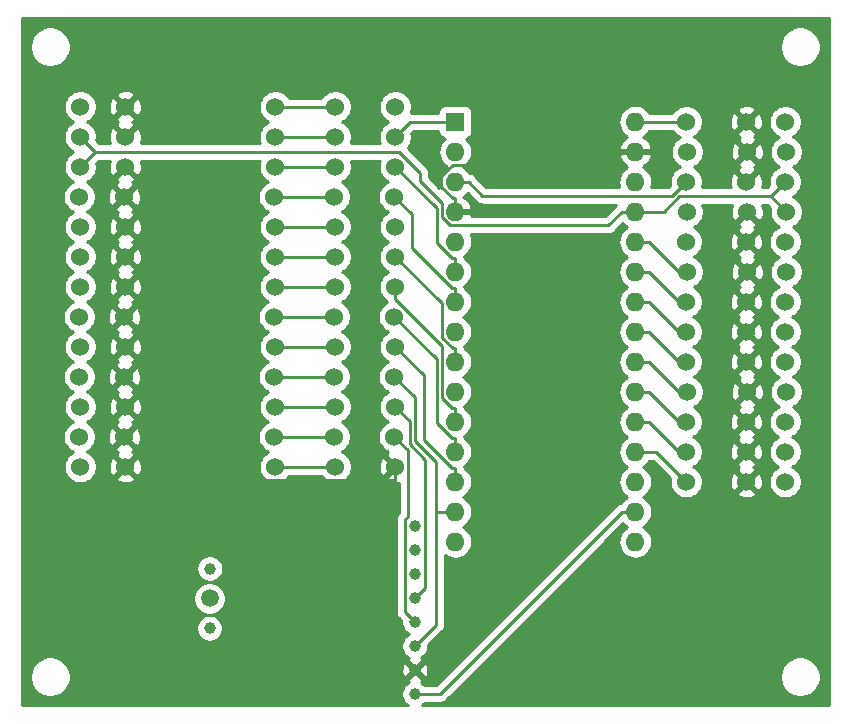
<source format=gtl>
G04 #@! TF.GenerationSoftware,KiCad,Pcbnew,(5.1.0)-1*
G04 #@! TF.CreationDate,2019-07-11T20:21:54+02:00*
G04 #@! TF.ProjectId,Arduino_HM_1,41726475-696e-46f5-9f48-4d5f312e6b69,rev?*
G04 #@! TF.SameCoordinates,Original*
G04 #@! TF.FileFunction,Copper,L1,Top*
G04 #@! TF.FilePolarity,Positive*
%FSLAX46Y46*%
G04 Gerber Fmt 4.6, Leading zero omitted, Abs format (unit mm)*
G04 Created by KiCad (PCBNEW (5.1.0)-1) date 2019-07-11 20:21:54*
%MOMM*%
%LPD*%
G04 APERTURE LIST*
%ADD10C,1.524000*%
%ADD11C,1.000000*%
%ADD12C,1.500000*%
%ADD13O,1.600000X1.600000*%
%ADD14R,1.600000X1.600000*%
%ADD15C,0.250000*%
%ADD16C,0.254000*%
G04 APERTURE END LIST*
D10*
X17780000Y-53340000D03*
X17703800Y-50800000D03*
X17780000Y-48260000D03*
X17780000Y-43180000D03*
X17703800Y-45720000D03*
X17780000Y-33020000D03*
X17780000Y-35560000D03*
X17703800Y-40640000D03*
X17780000Y-38100000D03*
X17703800Y-30480000D03*
X17780000Y-27940000D03*
X17780000Y-25400000D03*
X17780000Y-22860000D03*
X77470000Y-24130000D03*
X77546200Y-26670000D03*
X77470000Y-29210000D03*
X77470000Y-34290000D03*
X77546200Y-31750000D03*
X77470000Y-44450000D03*
X77470000Y-41910000D03*
X77546200Y-36830000D03*
X77470000Y-39370000D03*
X77546200Y-46990000D03*
X77470000Y-49530000D03*
X77470000Y-52070000D03*
X77470000Y-54610000D03*
D11*
X28750000Y-61960000D03*
D12*
X28738400Y-64482600D03*
D11*
X28730000Y-67020000D03*
X46112000Y-58358000D03*
X46112000Y-60390000D03*
X46112000Y-62422000D03*
X46112000Y-64454000D03*
X46112000Y-66486000D03*
X46112000Y-68518000D03*
X46112000Y-70550000D03*
X46112000Y-72582000D03*
D10*
X74168000Y-24130000D03*
X74244200Y-26670000D03*
X74168000Y-29210000D03*
X74168000Y-34290000D03*
X74244200Y-31750000D03*
X74168000Y-44450000D03*
X74168000Y-41910000D03*
X74244200Y-36830000D03*
X74168000Y-39370000D03*
X74244200Y-46990000D03*
X74168000Y-49530000D03*
X74168000Y-52070000D03*
X74168000Y-54610000D03*
X39370000Y-53340000D03*
X39293800Y-50800000D03*
X39370000Y-48260000D03*
X39370000Y-43180000D03*
X39293800Y-45720000D03*
X39370000Y-33020000D03*
X39370000Y-35560000D03*
X39293800Y-40640000D03*
X39370000Y-38100000D03*
X39293800Y-30480000D03*
X39370000Y-27940000D03*
X39370000Y-25400000D03*
X39370000Y-22860000D03*
X34290000Y-53340000D03*
X34213800Y-50800000D03*
X34290000Y-48260000D03*
X34290000Y-43180000D03*
X34213800Y-45720000D03*
X34290000Y-33020000D03*
X34290000Y-35560000D03*
X34213800Y-40640000D03*
X34290000Y-38100000D03*
X34213800Y-30480000D03*
X34290000Y-27940000D03*
X34290000Y-25400000D03*
X34290000Y-22860000D03*
X21590000Y-53340000D03*
X21513800Y-50800000D03*
X21590000Y-48260000D03*
X21590000Y-43180000D03*
X21513800Y-45720000D03*
X21590000Y-33020000D03*
X21590000Y-35560000D03*
X21513800Y-40640000D03*
X21590000Y-38100000D03*
X21513800Y-30480000D03*
X21590000Y-27940000D03*
X21590000Y-25400000D03*
X21590000Y-22860000D03*
X69088000Y-24130000D03*
X69164200Y-26670000D03*
X69088000Y-29210000D03*
X69088000Y-34290000D03*
X69164200Y-31750000D03*
X69088000Y-44450000D03*
X69088000Y-41910000D03*
X69164200Y-36830000D03*
X69088000Y-39370000D03*
X69164200Y-46990000D03*
X69088000Y-49530000D03*
X69088000Y-52070000D03*
X69088000Y-54610000D03*
X44450000Y-53340000D03*
X44373800Y-50800000D03*
X44450000Y-48260000D03*
X44450000Y-43180000D03*
X44373800Y-45720000D03*
X44450000Y-33020000D03*
X44450000Y-35560000D03*
X44373800Y-40640000D03*
X44450000Y-38100000D03*
X44373800Y-30480000D03*
X44450000Y-27940000D03*
X44450000Y-25400000D03*
X44450000Y-22860000D03*
D13*
X64770000Y-59690000D03*
X49530000Y-59690000D03*
X64770000Y-24130000D03*
X49530000Y-57150000D03*
X64770000Y-26670000D03*
X49530000Y-54610000D03*
X64770000Y-29210000D03*
X49530000Y-52070000D03*
X64770000Y-31750000D03*
X49530000Y-49530000D03*
X64770000Y-34290000D03*
X49530000Y-46990000D03*
X64770000Y-36830000D03*
X49530000Y-44450000D03*
X64770000Y-39370000D03*
X49530000Y-41910000D03*
X64770000Y-41910000D03*
X49530000Y-39370000D03*
X64770000Y-44450000D03*
X49530000Y-36830000D03*
X64770000Y-46990000D03*
X49530000Y-34290000D03*
X64770000Y-49530000D03*
X49530000Y-31750000D03*
X64770000Y-52070000D03*
X49530000Y-29210000D03*
X64770000Y-54610000D03*
X49530000Y-26670000D03*
X64770000Y-57150000D03*
D14*
X49530000Y-24130000D03*
D15*
X45537400Y-51963600D02*
X44373800Y-50800000D01*
X45537400Y-57532600D02*
X45537400Y-51963600D01*
X45235800Y-57834200D02*
X45537400Y-57532600D01*
X45235800Y-65609800D02*
X45235800Y-57834200D01*
X46112000Y-66486000D02*
X45235800Y-65609800D01*
X45661700Y-49471700D02*
X44450000Y-48260000D01*
X45661700Y-51451000D02*
X45661700Y-49471700D01*
X46972200Y-52761500D02*
X45661700Y-51451000D01*
X46972200Y-63593800D02*
X46972200Y-52761500D01*
X46112000Y-64454000D02*
X46972200Y-63593800D01*
X49530000Y-57150000D02*
X48404700Y-57150000D01*
X48404700Y-57150000D02*
X47913600Y-57150000D01*
X47913600Y-52934100D02*
X47913600Y-57150000D01*
X46112100Y-51132600D02*
X47913600Y-52934100D01*
X46112100Y-47458300D02*
X46112100Y-51132600D01*
X44373800Y-45720000D02*
X46112100Y-47458300D01*
X47913600Y-66716400D02*
X46112000Y-68518000D01*
X47913600Y-57150000D02*
X47913600Y-66716400D01*
X22690200Y-54440200D02*
X21590000Y-53340000D01*
X44450000Y-54440200D02*
X22690200Y-54440200D01*
X44450000Y-68888000D02*
X44450000Y-54440200D01*
X46112000Y-70550000D02*
X44450000Y-68888000D01*
X44450000Y-54440200D02*
X44450000Y-53340000D01*
X62519400Y-27795300D02*
X63644700Y-26670000D01*
X49317600Y-27795300D02*
X62519400Y-27795300D01*
X48363000Y-28749900D02*
X49317600Y-27795300D01*
X48363000Y-29646500D02*
X48363000Y-28749900D01*
X49341200Y-30624700D02*
X48363000Y-29646500D01*
X49530000Y-30624700D02*
X49341200Y-30624700D01*
X49530000Y-31750000D02*
X49530000Y-30624700D01*
X64770000Y-26670000D02*
X63644700Y-26670000D01*
X46867100Y-45597100D02*
X44450000Y-43180000D01*
X46867100Y-51103100D02*
X46867100Y-45597100D01*
X49248700Y-53484700D02*
X46867100Y-51103100D01*
X49530000Y-53484700D02*
X49248700Y-53484700D01*
X49530000Y-54610000D02*
X49530000Y-53484700D01*
X48212700Y-72582000D02*
X46112000Y-72582000D01*
X63644700Y-57150000D02*
X48212700Y-72582000D01*
X64770000Y-57150000D02*
X63644700Y-57150000D01*
X64770000Y-24130000D02*
X69088000Y-24130000D01*
X49530000Y-52070000D02*
X49530000Y-50944700D01*
X49248600Y-50944700D02*
X49530000Y-50944700D01*
X47954400Y-49650500D02*
X49248600Y-50944700D01*
X47954400Y-44220600D02*
X47954400Y-49650500D01*
X44373800Y-40640000D02*
X47954400Y-44220600D01*
X44781400Y-26670000D02*
X19050000Y-26670000D01*
X46540400Y-28429000D02*
X44781400Y-26670000D01*
X46540400Y-29154800D02*
X46540400Y-28429000D01*
X48404700Y-31019100D02*
X46540400Y-29154800D01*
X48404700Y-32229500D02*
X48404700Y-31019100D01*
X49082600Y-32907400D02*
X48404700Y-32229500D01*
X62487300Y-32907400D02*
X49082600Y-32907400D01*
X63644700Y-31750000D02*
X62487300Y-32907400D01*
X19050000Y-26670000D02*
X17780000Y-25400000D01*
X19050000Y-26670000D02*
X17780000Y-27940000D01*
X64770000Y-31750000D02*
X63644700Y-31750000D01*
X76238100Y-30441900D02*
X77546200Y-31750000D01*
X77470000Y-29210000D02*
X76238100Y-30441900D01*
X67184900Y-31750000D02*
X64770000Y-31750000D01*
X68493000Y-30441900D02*
X67184900Y-31750000D01*
X76238100Y-30441900D02*
X68493000Y-30441900D01*
X44450000Y-39178300D02*
X44450000Y-38100000D01*
X48404700Y-43133000D02*
X44450000Y-39178300D01*
X48404700Y-47551600D02*
X48404700Y-43133000D01*
X49257800Y-48404700D02*
X48404700Y-47551600D01*
X49530000Y-48404700D02*
X49257800Y-48404700D01*
X49530000Y-49530000D02*
X49530000Y-48404700D01*
X68435300Y-36830000D02*
X69164200Y-36830000D01*
X65895300Y-34290000D02*
X68435300Y-36830000D01*
X64770000Y-34290000D02*
X65895300Y-34290000D01*
X68435300Y-39370000D02*
X69088000Y-39370000D01*
X65895300Y-36830000D02*
X68435300Y-39370000D01*
X64770000Y-36830000D02*
X65895300Y-36830000D01*
X48404600Y-39514600D02*
X44450000Y-35560000D01*
X48404600Y-42421800D02*
X48404600Y-39514600D01*
X49307500Y-43324700D02*
X48404600Y-42421800D01*
X49530000Y-43324700D02*
X49307500Y-43324700D01*
X49530000Y-44450000D02*
X49530000Y-43324700D01*
X68435300Y-41910000D02*
X69088000Y-41910000D01*
X65895300Y-39370000D02*
X68435300Y-41910000D01*
X64770000Y-39370000D02*
X65895300Y-39370000D01*
X68435300Y-44450000D02*
X69088000Y-44450000D01*
X65895300Y-41910000D02*
X68435300Y-44450000D01*
X64770000Y-41910000D02*
X65895300Y-41910000D01*
X45826400Y-31932600D02*
X44373800Y-30480000D01*
X45826400Y-34822400D02*
X45826400Y-31932600D01*
X49248700Y-38244700D02*
X45826400Y-34822400D01*
X49530000Y-38244700D02*
X49248700Y-38244700D01*
X49530000Y-39370000D02*
X49530000Y-38244700D01*
X68435300Y-46990000D02*
X69164200Y-46990000D01*
X65895300Y-44450000D02*
X68435300Y-46990000D01*
X64770000Y-44450000D02*
X65895300Y-44450000D01*
X47954300Y-31444300D02*
X44450000Y-27940000D01*
X47954300Y-34410300D02*
X47954300Y-31444300D01*
X49248700Y-35704700D02*
X47954300Y-34410300D01*
X49530000Y-35704700D02*
X49248700Y-35704700D01*
X49530000Y-36830000D02*
X49530000Y-35704700D01*
X68435300Y-49530000D02*
X69088000Y-49530000D01*
X65895300Y-46990000D02*
X68435300Y-49530000D01*
X64770000Y-46990000D02*
X65895300Y-46990000D01*
X68435300Y-52070000D02*
X69088000Y-52070000D01*
X65895300Y-49530000D02*
X68435300Y-52070000D01*
X64770000Y-49530000D02*
X65895300Y-49530000D01*
X66548000Y-52070000D02*
X69088000Y-54610000D01*
X64770000Y-52070000D02*
X66548000Y-52070000D01*
X45720000Y-24130000D02*
X44450000Y-25400000D01*
X49530000Y-24130000D02*
X45720000Y-24130000D01*
X67910800Y-30387200D02*
X69088000Y-29210000D01*
X51832500Y-30387200D02*
X67910800Y-30387200D01*
X50655300Y-29210000D02*
X51832500Y-30387200D01*
X49530000Y-29210000D02*
X50655300Y-29210000D01*
X34290000Y-53340000D02*
X39370000Y-53340000D01*
X34213800Y-50800000D02*
X39293800Y-50800000D01*
X34290000Y-48260000D02*
X39370000Y-48260000D01*
X34290000Y-43180000D02*
X39370000Y-43180000D01*
X34213800Y-45720000D02*
X39293800Y-45720000D01*
X34290000Y-33020000D02*
X39370000Y-33020000D01*
X34290000Y-35560000D02*
X39370000Y-35560000D01*
X34213800Y-40640000D02*
X39293800Y-40640000D01*
X34290000Y-38100000D02*
X39370000Y-38100000D01*
X34213800Y-30480000D02*
X39293800Y-30480000D01*
X34290000Y-27940000D02*
X39370000Y-27940000D01*
X34290000Y-25400000D02*
X39370000Y-25400000D01*
X34290000Y-22860000D02*
X39370000Y-22860000D01*
D16*
G36*
X81153000Y-73533000D02*
G01*
X46731674Y-73533000D01*
X46835520Y-73463612D01*
X46957132Y-73342000D01*
X48175378Y-73342000D01*
X48212700Y-73345676D01*
X48250022Y-73342000D01*
X48250033Y-73342000D01*
X48361686Y-73331003D01*
X48504947Y-73287546D01*
X48636976Y-73216974D01*
X48752701Y-73122001D01*
X48776504Y-73092997D01*
X50920384Y-70949117D01*
X77005000Y-70949117D01*
X77005000Y-71290883D01*
X77071675Y-71626081D01*
X77202463Y-71941831D01*
X77392337Y-72225998D01*
X77634002Y-72467663D01*
X77918169Y-72657537D01*
X78233919Y-72788325D01*
X78569117Y-72855000D01*
X78910883Y-72855000D01*
X79246081Y-72788325D01*
X79561831Y-72657537D01*
X79845998Y-72467663D01*
X80087663Y-72225998D01*
X80277537Y-71941831D01*
X80408325Y-71626081D01*
X80475000Y-71290883D01*
X80475000Y-70949117D01*
X80408325Y-70613919D01*
X80277537Y-70298169D01*
X80087663Y-70014002D01*
X79845998Y-69772337D01*
X79561831Y-69582463D01*
X79246081Y-69451675D01*
X78910883Y-69385000D01*
X78569117Y-69385000D01*
X78233919Y-69451675D01*
X77918169Y-69582463D01*
X77634002Y-69772337D01*
X77392337Y-70014002D01*
X77202463Y-70298169D01*
X77071675Y-70613919D01*
X77005000Y-70949117D01*
X50920384Y-70949117D01*
X63727630Y-58141872D01*
X63750392Y-58169608D01*
X63968899Y-58348932D01*
X64101858Y-58420000D01*
X63968899Y-58491068D01*
X63750392Y-58670392D01*
X63571068Y-58888899D01*
X63437818Y-59138192D01*
X63355764Y-59408691D01*
X63328057Y-59690000D01*
X63355764Y-59971309D01*
X63437818Y-60241808D01*
X63571068Y-60491101D01*
X63750392Y-60709608D01*
X63968899Y-60888932D01*
X64218192Y-61022182D01*
X64488691Y-61104236D01*
X64699508Y-61125000D01*
X64840492Y-61125000D01*
X65051309Y-61104236D01*
X65321808Y-61022182D01*
X65571101Y-60888932D01*
X65789608Y-60709608D01*
X65968932Y-60491101D01*
X66102182Y-60241808D01*
X66184236Y-59971309D01*
X66211943Y-59690000D01*
X66184236Y-59408691D01*
X66102182Y-59138192D01*
X65968932Y-58888899D01*
X65789608Y-58670392D01*
X65571101Y-58491068D01*
X65438142Y-58420000D01*
X65571101Y-58348932D01*
X65789608Y-58169608D01*
X65968932Y-57951101D01*
X66102182Y-57701808D01*
X66184236Y-57431309D01*
X66211943Y-57150000D01*
X66184236Y-56868691D01*
X66102182Y-56598192D01*
X65968932Y-56348899D01*
X65789608Y-56130392D01*
X65571101Y-55951068D01*
X65438142Y-55880000D01*
X65571101Y-55808932D01*
X65789608Y-55629608D01*
X65968932Y-55411101D01*
X66102182Y-55161808D01*
X66184236Y-54891309D01*
X66211943Y-54610000D01*
X66184236Y-54328691D01*
X66102182Y-54058192D01*
X65968932Y-53808899D01*
X65789608Y-53590392D01*
X65571101Y-53411068D01*
X65438142Y-53340000D01*
X65571101Y-53268932D01*
X65789608Y-53089608D01*
X65968932Y-52871101D01*
X65990901Y-52830000D01*
X66233199Y-52830000D01*
X67721628Y-54318430D01*
X67691000Y-54472408D01*
X67691000Y-54747592D01*
X67744686Y-55017490D01*
X67849995Y-55271727D01*
X68002880Y-55500535D01*
X68197465Y-55695120D01*
X68426273Y-55848005D01*
X68680510Y-55953314D01*
X68950408Y-56007000D01*
X69225592Y-56007000D01*
X69495490Y-55953314D01*
X69749727Y-55848005D01*
X69978535Y-55695120D01*
X70098090Y-55575565D01*
X73382040Y-55575565D01*
X73449020Y-55815656D01*
X73698048Y-55932756D01*
X73965135Y-55999023D01*
X74240017Y-56011910D01*
X74512133Y-55970922D01*
X74771023Y-55877636D01*
X74886980Y-55815656D01*
X74953960Y-55575565D01*
X74168000Y-54789605D01*
X73382040Y-55575565D01*
X70098090Y-55575565D01*
X70173120Y-55500535D01*
X70326005Y-55271727D01*
X70431314Y-55017490D01*
X70485000Y-54747592D01*
X70485000Y-54682017D01*
X72766090Y-54682017D01*
X72807078Y-54954133D01*
X72900364Y-55213023D01*
X72962344Y-55328980D01*
X73202435Y-55395960D01*
X73988395Y-54610000D01*
X74347605Y-54610000D01*
X75133565Y-55395960D01*
X75373656Y-55328980D01*
X75490756Y-55079952D01*
X75557023Y-54812865D01*
X75569910Y-54537983D01*
X75528922Y-54265867D01*
X75435636Y-54006977D01*
X75373656Y-53891020D01*
X75133565Y-53824040D01*
X74347605Y-54610000D01*
X73988395Y-54610000D01*
X73202435Y-53824040D01*
X72962344Y-53891020D01*
X72845244Y-54140048D01*
X72778977Y-54407135D01*
X72766090Y-54682017D01*
X70485000Y-54682017D01*
X70485000Y-54472408D01*
X70431314Y-54202510D01*
X70326005Y-53948273D01*
X70173120Y-53719465D01*
X69978535Y-53524880D01*
X69749727Y-53371995D01*
X69672485Y-53340000D01*
X69749727Y-53308005D01*
X69978535Y-53155120D01*
X70098090Y-53035565D01*
X73382040Y-53035565D01*
X73449020Y-53275656D01*
X73579644Y-53337079D01*
X73564977Y-53342364D01*
X73449020Y-53404344D01*
X73382040Y-53644435D01*
X74168000Y-54430395D01*
X74953960Y-53644435D01*
X74886980Y-53404344D01*
X74756356Y-53342921D01*
X74771023Y-53337636D01*
X74886980Y-53275656D01*
X74953960Y-53035565D01*
X74168000Y-52249605D01*
X73382040Y-53035565D01*
X70098090Y-53035565D01*
X70173120Y-52960535D01*
X70326005Y-52731727D01*
X70431314Y-52477490D01*
X70485000Y-52207592D01*
X70485000Y-52142017D01*
X72766090Y-52142017D01*
X72807078Y-52414133D01*
X72900364Y-52673023D01*
X72962344Y-52788980D01*
X73202435Y-52855960D01*
X73988395Y-52070000D01*
X74347605Y-52070000D01*
X75133565Y-52855960D01*
X75373656Y-52788980D01*
X75490756Y-52539952D01*
X75557023Y-52272865D01*
X75569910Y-51997983D01*
X75528922Y-51725867D01*
X75435636Y-51466977D01*
X75373656Y-51351020D01*
X75133565Y-51284040D01*
X74347605Y-52070000D01*
X73988395Y-52070000D01*
X73202435Y-51284040D01*
X72962344Y-51351020D01*
X72845244Y-51600048D01*
X72778977Y-51867135D01*
X72766090Y-52142017D01*
X70485000Y-52142017D01*
X70485000Y-51932408D01*
X70431314Y-51662510D01*
X70326005Y-51408273D01*
X70173120Y-51179465D01*
X69978535Y-50984880D01*
X69749727Y-50831995D01*
X69672485Y-50800000D01*
X69749727Y-50768005D01*
X69978535Y-50615120D01*
X70098090Y-50495565D01*
X73382040Y-50495565D01*
X73449020Y-50735656D01*
X73579644Y-50797079D01*
X73564977Y-50802364D01*
X73449020Y-50864344D01*
X73382040Y-51104435D01*
X74168000Y-51890395D01*
X74953960Y-51104435D01*
X74886980Y-50864344D01*
X74756356Y-50802921D01*
X74771023Y-50797636D01*
X74886980Y-50735656D01*
X74953960Y-50495565D01*
X74168000Y-49709605D01*
X73382040Y-50495565D01*
X70098090Y-50495565D01*
X70173120Y-50420535D01*
X70326005Y-50191727D01*
X70431314Y-49937490D01*
X70485000Y-49667592D01*
X70485000Y-49602017D01*
X72766090Y-49602017D01*
X72807078Y-49874133D01*
X72900364Y-50133023D01*
X72962344Y-50248980D01*
X73202435Y-50315960D01*
X73988395Y-49530000D01*
X74347605Y-49530000D01*
X75133565Y-50315960D01*
X75373656Y-50248980D01*
X75490756Y-49999952D01*
X75557023Y-49732865D01*
X75569910Y-49457983D01*
X75528922Y-49185867D01*
X75435636Y-48926977D01*
X75373656Y-48811020D01*
X75133565Y-48744040D01*
X74347605Y-49530000D01*
X73988395Y-49530000D01*
X73202435Y-48744040D01*
X72962344Y-48811020D01*
X72845244Y-49060048D01*
X72778977Y-49327135D01*
X72766090Y-49602017D01*
X70485000Y-49602017D01*
X70485000Y-49392408D01*
X70431314Y-49122510D01*
X70326005Y-48868273D01*
X70173120Y-48639465D01*
X70098090Y-48564435D01*
X73382040Y-48564435D01*
X74168000Y-49350395D01*
X74953960Y-48564435D01*
X74886980Y-48324344D01*
X74789415Y-48278466D01*
X74847223Y-48257636D01*
X74963180Y-48195656D01*
X75030160Y-47955565D01*
X74244200Y-47169605D01*
X73458240Y-47955565D01*
X73525220Y-48195656D01*
X73622785Y-48241534D01*
X73564977Y-48262364D01*
X73449020Y-48324344D01*
X73382040Y-48564435D01*
X70098090Y-48564435D01*
X69978535Y-48444880D01*
X69749727Y-48291995D01*
X69710585Y-48275782D01*
X69825927Y-48228005D01*
X70054735Y-48075120D01*
X70249320Y-47880535D01*
X70402205Y-47651727D01*
X70507514Y-47397490D01*
X70561200Y-47127592D01*
X70561200Y-47062017D01*
X72842290Y-47062017D01*
X72883278Y-47334133D01*
X72976564Y-47593023D01*
X73038544Y-47708980D01*
X73278635Y-47775960D01*
X74064595Y-46990000D01*
X74423805Y-46990000D01*
X75209765Y-47775960D01*
X75449856Y-47708980D01*
X75566956Y-47459952D01*
X75633223Y-47192865D01*
X75646110Y-46917983D01*
X75605122Y-46645867D01*
X75511836Y-46386977D01*
X75449856Y-46271020D01*
X75209765Y-46204040D01*
X74423805Y-46990000D01*
X74064595Y-46990000D01*
X73278635Y-46204040D01*
X73038544Y-46271020D01*
X72921444Y-46520048D01*
X72855177Y-46787135D01*
X72842290Y-47062017D01*
X70561200Y-47062017D01*
X70561200Y-46852408D01*
X70507514Y-46582510D01*
X70402205Y-46328273D01*
X70249320Y-46099465D01*
X70054735Y-45904880D01*
X69825927Y-45751995D01*
X69710585Y-45704218D01*
X69749727Y-45688005D01*
X69978535Y-45535120D01*
X70098090Y-45415565D01*
X73382040Y-45415565D01*
X73449020Y-45655656D01*
X73617639Y-45734945D01*
X73525220Y-45784344D01*
X73458240Y-46024435D01*
X74244200Y-46810395D01*
X75030160Y-46024435D01*
X74963180Y-45784344D01*
X74794561Y-45705055D01*
X74886980Y-45655656D01*
X74953960Y-45415565D01*
X74168000Y-44629605D01*
X73382040Y-45415565D01*
X70098090Y-45415565D01*
X70173120Y-45340535D01*
X70326005Y-45111727D01*
X70431314Y-44857490D01*
X70485000Y-44587592D01*
X70485000Y-44522017D01*
X72766090Y-44522017D01*
X72807078Y-44794133D01*
X72900364Y-45053023D01*
X72962344Y-45168980D01*
X73202435Y-45235960D01*
X73988395Y-44450000D01*
X74347605Y-44450000D01*
X75133565Y-45235960D01*
X75373656Y-45168980D01*
X75490756Y-44919952D01*
X75557023Y-44652865D01*
X75569910Y-44377983D01*
X75528922Y-44105867D01*
X75435636Y-43846977D01*
X75373656Y-43731020D01*
X75133565Y-43664040D01*
X74347605Y-44450000D01*
X73988395Y-44450000D01*
X73202435Y-43664040D01*
X72962344Y-43731020D01*
X72845244Y-43980048D01*
X72778977Y-44247135D01*
X72766090Y-44522017D01*
X70485000Y-44522017D01*
X70485000Y-44312408D01*
X70431314Y-44042510D01*
X70326005Y-43788273D01*
X70173120Y-43559465D01*
X69978535Y-43364880D01*
X69749727Y-43211995D01*
X69672485Y-43180000D01*
X69749727Y-43148005D01*
X69978535Y-42995120D01*
X70098090Y-42875565D01*
X73382040Y-42875565D01*
X73449020Y-43115656D01*
X73579644Y-43177079D01*
X73564977Y-43182364D01*
X73449020Y-43244344D01*
X73382040Y-43484435D01*
X74168000Y-44270395D01*
X74953960Y-43484435D01*
X74886980Y-43244344D01*
X74756356Y-43182921D01*
X74771023Y-43177636D01*
X74886980Y-43115656D01*
X74953960Y-42875565D01*
X74168000Y-42089605D01*
X73382040Y-42875565D01*
X70098090Y-42875565D01*
X70173120Y-42800535D01*
X70326005Y-42571727D01*
X70431314Y-42317490D01*
X70485000Y-42047592D01*
X70485000Y-41982017D01*
X72766090Y-41982017D01*
X72807078Y-42254133D01*
X72900364Y-42513023D01*
X72962344Y-42628980D01*
X73202435Y-42695960D01*
X73988395Y-41910000D01*
X74347605Y-41910000D01*
X75133565Y-42695960D01*
X75373656Y-42628980D01*
X75490756Y-42379952D01*
X75557023Y-42112865D01*
X75569910Y-41837983D01*
X75528922Y-41565867D01*
X75435636Y-41306977D01*
X75373656Y-41191020D01*
X75133565Y-41124040D01*
X74347605Y-41910000D01*
X73988395Y-41910000D01*
X73202435Y-41124040D01*
X72962344Y-41191020D01*
X72845244Y-41440048D01*
X72778977Y-41707135D01*
X72766090Y-41982017D01*
X70485000Y-41982017D01*
X70485000Y-41772408D01*
X70431314Y-41502510D01*
X70326005Y-41248273D01*
X70173120Y-41019465D01*
X69978535Y-40824880D01*
X69749727Y-40671995D01*
X69672485Y-40640000D01*
X69749727Y-40608005D01*
X69978535Y-40455120D01*
X70098090Y-40335565D01*
X73382040Y-40335565D01*
X73449020Y-40575656D01*
X73579644Y-40637079D01*
X73564977Y-40642364D01*
X73449020Y-40704344D01*
X73382040Y-40944435D01*
X74168000Y-41730395D01*
X74953960Y-40944435D01*
X74886980Y-40704344D01*
X74756356Y-40642921D01*
X74771023Y-40637636D01*
X74886980Y-40575656D01*
X74953960Y-40335565D01*
X74168000Y-39549605D01*
X73382040Y-40335565D01*
X70098090Y-40335565D01*
X70173120Y-40260535D01*
X70326005Y-40031727D01*
X70431314Y-39777490D01*
X70485000Y-39507592D01*
X70485000Y-39442017D01*
X72766090Y-39442017D01*
X72807078Y-39714133D01*
X72900364Y-39973023D01*
X72962344Y-40088980D01*
X73202435Y-40155960D01*
X73988395Y-39370000D01*
X74347605Y-39370000D01*
X75133565Y-40155960D01*
X75373656Y-40088980D01*
X75490756Y-39839952D01*
X75557023Y-39572865D01*
X75569910Y-39297983D01*
X75528922Y-39025867D01*
X75435636Y-38766977D01*
X75373656Y-38651020D01*
X75133565Y-38584040D01*
X74347605Y-39370000D01*
X73988395Y-39370000D01*
X73202435Y-38584040D01*
X72962344Y-38651020D01*
X72845244Y-38900048D01*
X72778977Y-39167135D01*
X72766090Y-39442017D01*
X70485000Y-39442017D01*
X70485000Y-39232408D01*
X70431314Y-38962510D01*
X70326005Y-38708273D01*
X70173120Y-38479465D01*
X70098090Y-38404435D01*
X73382040Y-38404435D01*
X74168000Y-39190395D01*
X74953960Y-38404435D01*
X74886980Y-38164344D01*
X74789415Y-38118466D01*
X74847223Y-38097636D01*
X74963180Y-38035656D01*
X75030160Y-37795565D01*
X74244200Y-37009605D01*
X73458240Y-37795565D01*
X73525220Y-38035656D01*
X73622785Y-38081534D01*
X73564977Y-38102364D01*
X73449020Y-38164344D01*
X73382040Y-38404435D01*
X70098090Y-38404435D01*
X69978535Y-38284880D01*
X69749727Y-38131995D01*
X69710585Y-38115782D01*
X69825927Y-38068005D01*
X70054735Y-37915120D01*
X70249320Y-37720535D01*
X70402205Y-37491727D01*
X70507514Y-37237490D01*
X70561200Y-36967592D01*
X70561200Y-36902017D01*
X72842290Y-36902017D01*
X72883278Y-37174133D01*
X72976564Y-37433023D01*
X73038544Y-37548980D01*
X73278635Y-37615960D01*
X74064595Y-36830000D01*
X74423805Y-36830000D01*
X75209765Y-37615960D01*
X75449856Y-37548980D01*
X75566956Y-37299952D01*
X75633223Y-37032865D01*
X75646110Y-36757983D01*
X75605122Y-36485867D01*
X75511836Y-36226977D01*
X75449856Y-36111020D01*
X75209765Y-36044040D01*
X74423805Y-36830000D01*
X74064595Y-36830000D01*
X73278635Y-36044040D01*
X73038544Y-36111020D01*
X72921444Y-36360048D01*
X72855177Y-36627135D01*
X72842290Y-36902017D01*
X70561200Y-36902017D01*
X70561200Y-36692408D01*
X70507514Y-36422510D01*
X70402205Y-36168273D01*
X70249320Y-35939465D01*
X70054735Y-35744880D01*
X69825927Y-35591995D01*
X69710585Y-35544218D01*
X69749727Y-35528005D01*
X69978535Y-35375120D01*
X70098090Y-35255565D01*
X73382040Y-35255565D01*
X73449020Y-35495656D01*
X73617639Y-35574945D01*
X73525220Y-35624344D01*
X73458240Y-35864435D01*
X74244200Y-36650395D01*
X75030160Y-35864435D01*
X74963180Y-35624344D01*
X74794561Y-35545055D01*
X74886980Y-35495656D01*
X74953960Y-35255565D01*
X74168000Y-34469605D01*
X73382040Y-35255565D01*
X70098090Y-35255565D01*
X70173120Y-35180535D01*
X70326005Y-34951727D01*
X70431314Y-34697490D01*
X70485000Y-34427592D01*
X70485000Y-34362017D01*
X72766090Y-34362017D01*
X72807078Y-34634133D01*
X72900364Y-34893023D01*
X72962344Y-35008980D01*
X73202435Y-35075960D01*
X73988395Y-34290000D01*
X74347605Y-34290000D01*
X75133565Y-35075960D01*
X75373656Y-35008980D01*
X75490756Y-34759952D01*
X75557023Y-34492865D01*
X75569910Y-34217983D01*
X75528922Y-33945867D01*
X75435636Y-33686977D01*
X75373656Y-33571020D01*
X75133565Y-33504040D01*
X74347605Y-34290000D01*
X73988395Y-34290000D01*
X73202435Y-33504040D01*
X72962344Y-33571020D01*
X72845244Y-33820048D01*
X72778977Y-34087135D01*
X72766090Y-34362017D01*
X70485000Y-34362017D01*
X70485000Y-34152408D01*
X70431314Y-33882510D01*
X70326005Y-33628273D01*
X70173120Y-33399465D01*
X70098090Y-33324435D01*
X73382040Y-33324435D01*
X74168000Y-34110395D01*
X74953960Y-33324435D01*
X74886980Y-33084344D01*
X74789415Y-33038466D01*
X74847223Y-33017636D01*
X74963180Y-32955656D01*
X75030160Y-32715565D01*
X74244200Y-31929605D01*
X73458240Y-32715565D01*
X73525220Y-32955656D01*
X73622785Y-33001534D01*
X73564977Y-33022364D01*
X73449020Y-33084344D01*
X73382040Y-33324435D01*
X70098090Y-33324435D01*
X69978535Y-33204880D01*
X69749727Y-33051995D01*
X69710585Y-33035782D01*
X69825927Y-32988005D01*
X70054735Y-32835120D01*
X70249320Y-32640535D01*
X70402205Y-32411727D01*
X70507514Y-32157490D01*
X70561200Y-31887592D01*
X70561200Y-31612408D01*
X70507514Y-31342510D01*
X70449271Y-31201900D01*
X72958191Y-31201900D01*
X72921444Y-31280048D01*
X72855177Y-31547135D01*
X72842290Y-31822017D01*
X72883278Y-32094133D01*
X72976564Y-32353023D01*
X73038544Y-32468980D01*
X73278635Y-32535960D01*
X74064595Y-31750000D01*
X74050453Y-31735858D01*
X74230058Y-31556253D01*
X74244200Y-31570395D01*
X74258343Y-31556253D01*
X74437948Y-31735858D01*
X74423805Y-31750000D01*
X75209765Y-32535960D01*
X75449856Y-32468980D01*
X75566956Y-32219952D01*
X75633223Y-31952865D01*
X75646110Y-31677983D01*
X75605122Y-31405867D01*
X75531626Y-31201900D01*
X75923299Y-31201900D01*
X76179828Y-31458430D01*
X76149200Y-31612408D01*
X76149200Y-31887592D01*
X76202886Y-32157490D01*
X76308195Y-32411727D01*
X76461080Y-32640535D01*
X76655665Y-32835120D01*
X76884473Y-32988005D01*
X76923615Y-33004218D01*
X76808273Y-33051995D01*
X76579465Y-33204880D01*
X76384880Y-33399465D01*
X76231995Y-33628273D01*
X76126686Y-33882510D01*
X76073000Y-34152408D01*
X76073000Y-34427592D01*
X76126686Y-34697490D01*
X76231995Y-34951727D01*
X76384880Y-35180535D01*
X76579465Y-35375120D01*
X76808273Y-35528005D01*
X76923615Y-35575782D01*
X76884473Y-35591995D01*
X76655665Y-35744880D01*
X76461080Y-35939465D01*
X76308195Y-36168273D01*
X76202886Y-36422510D01*
X76149200Y-36692408D01*
X76149200Y-36967592D01*
X76202886Y-37237490D01*
X76308195Y-37491727D01*
X76461080Y-37720535D01*
X76655665Y-37915120D01*
X76884473Y-38068005D01*
X76923615Y-38084218D01*
X76808273Y-38131995D01*
X76579465Y-38284880D01*
X76384880Y-38479465D01*
X76231995Y-38708273D01*
X76126686Y-38962510D01*
X76073000Y-39232408D01*
X76073000Y-39507592D01*
X76126686Y-39777490D01*
X76231995Y-40031727D01*
X76384880Y-40260535D01*
X76579465Y-40455120D01*
X76808273Y-40608005D01*
X76885515Y-40640000D01*
X76808273Y-40671995D01*
X76579465Y-40824880D01*
X76384880Y-41019465D01*
X76231995Y-41248273D01*
X76126686Y-41502510D01*
X76073000Y-41772408D01*
X76073000Y-42047592D01*
X76126686Y-42317490D01*
X76231995Y-42571727D01*
X76384880Y-42800535D01*
X76579465Y-42995120D01*
X76808273Y-43148005D01*
X76885515Y-43180000D01*
X76808273Y-43211995D01*
X76579465Y-43364880D01*
X76384880Y-43559465D01*
X76231995Y-43788273D01*
X76126686Y-44042510D01*
X76073000Y-44312408D01*
X76073000Y-44587592D01*
X76126686Y-44857490D01*
X76231995Y-45111727D01*
X76384880Y-45340535D01*
X76579465Y-45535120D01*
X76808273Y-45688005D01*
X76923615Y-45735782D01*
X76884473Y-45751995D01*
X76655665Y-45904880D01*
X76461080Y-46099465D01*
X76308195Y-46328273D01*
X76202886Y-46582510D01*
X76149200Y-46852408D01*
X76149200Y-47127592D01*
X76202886Y-47397490D01*
X76308195Y-47651727D01*
X76461080Y-47880535D01*
X76655665Y-48075120D01*
X76884473Y-48228005D01*
X76923615Y-48244218D01*
X76808273Y-48291995D01*
X76579465Y-48444880D01*
X76384880Y-48639465D01*
X76231995Y-48868273D01*
X76126686Y-49122510D01*
X76073000Y-49392408D01*
X76073000Y-49667592D01*
X76126686Y-49937490D01*
X76231995Y-50191727D01*
X76384880Y-50420535D01*
X76579465Y-50615120D01*
X76808273Y-50768005D01*
X76885515Y-50800000D01*
X76808273Y-50831995D01*
X76579465Y-50984880D01*
X76384880Y-51179465D01*
X76231995Y-51408273D01*
X76126686Y-51662510D01*
X76073000Y-51932408D01*
X76073000Y-52207592D01*
X76126686Y-52477490D01*
X76231995Y-52731727D01*
X76384880Y-52960535D01*
X76579465Y-53155120D01*
X76808273Y-53308005D01*
X76885515Y-53340000D01*
X76808273Y-53371995D01*
X76579465Y-53524880D01*
X76384880Y-53719465D01*
X76231995Y-53948273D01*
X76126686Y-54202510D01*
X76073000Y-54472408D01*
X76073000Y-54747592D01*
X76126686Y-55017490D01*
X76231995Y-55271727D01*
X76384880Y-55500535D01*
X76579465Y-55695120D01*
X76808273Y-55848005D01*
X77062510Y-55953314D01*
X77332408Y-56007000D01*
X77607592Y-56007000D01*
X77877490Y-55953314D01*
X78131727Y-55848005D01*
X78360535Y-55695120D01*
X78555120Y-55500535D01*
X78708005Y-55271727D01*
X78813314Y-55017490D01*
X78867000Y-54747592D01*
X78867000Y-54472408D01*
X78813314Y-54202510D01*
X78708005Y-53948273D01*
X78555120Y-53719465D01*
X78360535Y-53524880D01*
X78131727Y-53371995D01*
X78054485Y-53340000D01*
X78131727Y-53308005D01*
X78360535Y-53155120D01*
X78555120Y-52960535D01*
X78708005Y-52731727D01*
X78813314Y-52477490D01*
X78867000Y-52207592D01*
X78867000Y-51932408D01*
X78813314Y-51662510D01*
X78708005Y-51408273D01*
X78555120Y-51179465D01*
X78360535Y-50984880D01*
X78131727Y-50831995D01*
X78054485Y-50800000D01*
X78131727Y-50768005D01*
X78360535Y-50615120D01*
X78555120Y-50420535D01*
X78708005Y-50191727D01*
X78813314Y-49937490D01*
X78867000Y-49667592D01*
X78867000Y-49392408D01*
X78813314Y-49122510D01*
X78708005Y-48868273D01*
X78555120Y-48639465D01*
X78360535Y-48444880D01*
X78131727Y-48291995D01*
X78092585Y-48275782D01*
X78207927Y-48228005D01*
X78436735Y-48075120D01*
X78631320Y-47880535D01*
X78784205Y-47651727D01*
X78889514Y-47397490D01*
X78943200Y-47127592D01*
X78943200Y-46852408D01*
X78889514Y-46582510D01*
X78784205Y-46328273D01*
X78631320Y-46099465D01*
X78436735Y-45904880D01*
X78207927Y-45751995D01*
X78092585Y-45704218D01*
X78131727Y-45688005D01*
X78360535Y-45535120D01*
X78555120Y-45340535D01*
X78708005Y-45111727D01*
X78813314Y-44857490D01*
X78867000Y-44587592D01*
X78867000Y-44312408D01*
X78813314Y-44042510D01*
X78708005Y-43788273D01*
X78555120Y-43559465D01*
X78360535Y-43364880D01*
X78131727Y-43211995D01*
X78054485Y-43180000D01*
X78131727Y-43148005D01*
X78360535Y-42995120D01*
X78555120Y-42800535D01*
X78708005Y-42571727D01*
X78813314Y-42317490D01*
X78867000Y-42047592D01*
X78867000Y-41772408D01*
X78813314Y-41502510D01*
X78708005Y-41248273D01*
X78555120Y-41019465D01*
X78360535Y-40824880D01*
X78131727Y-40671995D01*
X78054485Y-40640000D01*
X78131727Y-40608005D01*
X78360535Y-40455120D01*
X78555120Y-40260535D01*
X78708005Y-40031727D01*
X78813314Y-39777490D01*
X78867000Y-39507592D01*
X78867000Y-39232408D01*
X78813314Y-38962510D01*
X78708005Y-38708273D01*
X78555120Y-38479465D01*
X78360535Y-38284880D01*
X78131727Y-38131995D01*
X78092585Y-38115782D01*
X78207927Y-38068005D01*
X78436735Y-37915120D01*
X78631320Y-37720535D01*
X78784205Y-37491727D01*
X78889514Y-37237490D01*
X78943200Y-36967592D01*
X78943200Y-36692408D01*
X78889514Y-36422510D01*
X78784205Y-36168273D01*
X78631320Y-35939465D01*
X78436735Y-35744880D01*
X78207927Y-35591995D01*
X78092585Y-35544218D01*
X78131727Y-35528005D01*
X78360535Y-35375120D01*
X78555120Y-35180535D01*
X78708005Y-34951727D01*
X78813314Y-34697490D01*
X78867000Y-34427592D01*
X78867000Y-34152408D01*
X78813314Y-33882510D01*
X78708005Y-33628273D01*
X78555120Y-33399465D01*
X78360535Y-33204880D01*
X78131727Y-33051995D01*
X78092585Y-33035782D01*
X78207927Y-32988005D01*
X78436735Y-32835120D01*
X78631320Y-32640535D01*
X78784205Y-32411727D01*
X78889514Y-32157490D01*
X78943200Y-31887592D01*
X78943200Y-31612408D01*
X78889514Y-31342510D01*
X78784205Y-31088273D01*
X78631320Y-30859465D01*
X78436735Y-30664880D01*
X78207927Y-30511995D01*
X78092585Y-30464218D01*
X78131727Y-30448005D01*
X78360535Y-30295120D01*
X78555120Y-30100535D01*
X78708005Y-29871727D01*
X78813314Y-29617490D01*
X78867000Y-29347592D01*
X78867000Y-29072408D01*
X78813314Y-28802510D01*
X78708005Y-28548273D01*
X78555120Y-28319465D01*
X78360535Y-28124880D01*
X78131727Y-27971995D01*
X78092585Y-27955782D01*
X78207927Y-27908005D01*
X78436735Y-27755120D01*
X78631320Y-27560535D01*
X78784205Y-27331727D01*
X78889514Y-27077490D01*
X78943200Y-26807592D01*
X78943200Y-26532408D01*
X78889514Y-26262510D01*
X78784205Y-26008273D01*
X78631320Y-25779465D01*
X78436735Y-25584880D01*
X78207927Y-25431995D01*
X78092585Y-25384218D01*
X78131727Y-25368005D01*
X78360535Y-25215120D01*
X78555120Y-25020535D01*
X78708005Y-24791727D01*
X78813314Y-24537490D01*
X78867000Y-24267592D01*
X78867000Y-23992408D01*
X78813314Y-23722510D01*
X78708005Y-23468273D01*
X78555120Y-23239465D01*
X78360535Y-23044880D01*
X78131727Y-22891995D01*
X77877490Y-22786686D01*
X77607592Y-22733000D01*
X77332408Y-22733000D01*
X77062510Y-22786686D01*
X76808273Y-22891995D01*
X76579465Y-23044880D01*
X76384880Y-23239465D01*
X76231995Y-23468273D01*
X76126686Y-23722510D01*
X76073000Y-23992408D01*
X76073000Y-24267592D01*
X76126686Y-24537490D01*
X76231995Y-24791727D01*
X76384880Y-25020535D01*
X76579465Y-25215120D01*
X76808273Y-25368005D01*
X76923615Y-25415782D01*
X76884473Y-25431995D01*
X76655665Y-25584880D01*
X76461080Y-25779465D01*
X76308195Y-26008273D01*
X76202886Y-26262510D01*
X76149200Y-26532408D01*
X76149200Y-26807592D01*
X76202886Y-27077490D01*
X76308195Y-27331727D01*
X76461080Y-27560535D01*
X76655665Y-27755120D01*
X76884473Y-27908005D01*
X76923615Y-27924218D01*
X76808273Y-27971995D01*
X76579465Y-28124880D01*
X76384880Y-28319465D01*
X76231995Y-28548273D01*
X76126686Y-28802510D01*
X76073000Y-29072408D01*
X76073000Y-29347592D01*
X76103628Y-29501570D01*
X75923299Y-29681900D01*
X75489840Y-29681900D01*
X75490756Y-29679952D01*
X75557023Y-29412865D01*
X75569910Y-29137983D01*
X75528922Y-28865867D01*
X75435636Y-28606977D01*
X75373656Y-28491020D01*
X75133565Y-28424040D01*
X74347605Y-29210000D01*
X74361748Y-29224143D01*
X74182143Y-29403748D01*
X74168000Y-29389605D01*
X74153858Y-29403748D01*
X73974253Y-29224143D01*
X73988395Y-29210000D01*
X73202435Y-28424040D01*
X72962344Y-28491020D01*
X72845244Y-28740048D01*
X72778977Y-29007135D01*
X72766090Y-29282017D01*
X72807078Y-29554133D01*
X72853116Y-29681900D01*
X70404634Y-29681900D01*
X70431314Y-29617490D01*
X70485000Y-29347592D01*
X70485000Y-29072408D01*
X70431314Y-28802510D01*
X70326005Y-28548273D01*
X70173120Y-28319465D01*
X70098090Y-28244435D01*
X73382040Y-28244435D01*
X74168000Y-29030395D01*
X74953960Y-28244435D01*
X74886980Y-28004344D01*
X74789415Y-27958466D01*
X74847223Y-27937636D01*
X74963180Y-27875656D01*
X75030160Y-27635565D01*
X74244200Y-26849605D01*
X73458240Y-27635565D01*
X73525220Y-27875656D01*
X73622785Y-27921534D01*
X73564977Y-27942364D01*
X73449020Y-28004344D01*
X73382040Y-28244435D01*
X70098090Y-28244435D01*
X69978535Y-28124880D01*
X69749727Y-27971995D01*
X69710585Y-27955782D01*
X69825927Y-27908005D01*
X70054735Y-27755120D01*
X70249320Y-27560535D01*
X70402205Y-27331727D01*
X70507514Y-27077490D01*
X70561200Y-26807592D01*
X70561200Y-26742017D01*
X72842290Y-26742017D01*
X72883278Y-27014133D01*
X72976564Y-27273023D01*
X73038544Y-27388980D01*
X73278635Y-27455960D01*
X74064595Y-26670000D01*
X74423805Y-26670000D01*
X75209765Y-27455960D01*
X75449856Y-27388980D01*
X75566956Y-27139952D01*
X75633223Y-26872865D01*
X75646110Y-26597983D01*
X75605122Y-26325867D01*
X75511836Y-26066977D01*
X75449856Y-25951020D01*
X75209765Y-25884040D01*
X74423805Y-26670000D01*
X74064595Y-26670000D01*
X73278635Y-25884040D01*
X73038544Y-25951020D01*
X72921444Y-26200048D01*
X72855177Y-26467135D01*
X72842290Y-26742017D01*
X70561200Y-26742017D01*
X70561200Y-26532408D01*
X70507514Y-26262510D01*
X70402205Y-26008273D01*
X70249320Y-25779465D01*
X70054735Y-25584880D01*
X69825927Y-25431995D01*
X69710585Y-25384218D01*
X69749727Y-25368005D01*
X69978535Y-25215120D01*
X70098090Y-25095565D01*
X73382040Y-25095565D01*
X73449020Y-25335656D01*
X73617639Y-25414945D01*
X73525220Y-25464344D01*
X73458240Y-25704435D01*
X74244200Y-26490395D01*
X75030160Y-25704435D01*
X74963180Y-25464344D01*
X74794561Y-25385055D01*
X74886980Y-25335656D01*
X74953960Y-25095565D01*
X74168000Y-24309605D01*
X73382040Y-25095565D01*
X70098090Y-25095565D01*
X70173120Y-25020535D01*
X70326005Y-24791727D01*
X70431314Y-24537490D01*
X70485000Y-24267592D01*
X70485000Y-24202017D01*
X72766090Y-24202017D01*
X72807078Y-24474133D01*
X72900364Y-24733023D01*
X72962344Y-24848980D01*
X73202435Y-24915960D01*
X73988395Y-24130000D01*
X74347605Y-24130000D01*
X75133565Y-24915960D01*
X75373656Y-24848980D01*
X75490756Y-24599952D01*
X75557023Y-24332865D01*
X75569910Y-24057983D01*
X75528922Y-23785867D01*
X75435636Y-23526977D01*
X75373656Y-23411020D01*
X75133565Y-23344040D01*
X74347605Y-24130000D01*
X73988395Y-24130000D01*
X73202435Y-23344040D01*
X72962344Y-23411020D01*
X72845244Y-23660048D01*
X72778977Y-23927135D01*
X72766090Y-24202017D01*
X70485000Y-24202017D01*
X70485000Y-23992408D01*
X70431314Y-23722510D01*
X70326005Y-23468273D01*
X70173120Y-23239465D01*
X70098090Y-23164435D01*
X73382040Y-23164435D01*
X74168000Y-23950395D01*
X74953960Y-23164435D01*
X74886980Y-22924344D01*
X74637952Y-22807244D01*
X74370865Y-22740977D01*
X74095983Y-22728090D01*
X73823867Y-22769078D01*
X73564977Y-22862364D01*
X73449020Y-22924344D01*
X73382040Y-23164435D01*
X70098090Y-23164435D01*
X69978535Y-23044880D01*
X69749727Y-22891995D01*
X69495490Y-22786686D01*
X69225592Y-22733000D01*
X68950408Y-22733000D01*
X68680510Y-22786686D01*
X68426273Y-22891995D01*
X68197465Y-23044880D01*
X68002880Y-23239465D01*
X67915659Y-23370000D01*
X65990901Y-23370000D01*
X65968932Y-23328899D01*
X65789608Y-23110392D01*
X65571101Y-22931068D01*
X65321808Y-22797818D01*
X65051309Y-22715764D01*
X64840492Y-22695000D01*
X64699508Y-22695000D01*
X64488691Y-22715764D01*
X64218192Y-22797818D01*
X63968899Y-22931068D01*
X63750392Y-23110392D01*
X63571068Y-23328899D01*
X63437818Y-23578192D01*
X63355764Y-23848691D01*
X63328057Y-24130000D01*
X63355764Y-24411309D01*
X63437818Y-24681808D01*
X63571068Y-24931101D01*
X63750392Y-25149608D01*
X63968899Y-25328932D01*
X64106682Y-25402579D01*
X63914869Y-25517615D01*
X63706481Y-25706586D01*
X63538963Y-25932580D01*
X63418754Y-26186913D01*
X63378096Y-26320961D01*
X63500085Y-26543000D01*
X64643000Y-26543000D01*
X64643000Y-26523000D01*
X64897000Y-26523000D01*
X64897000Y-26543000D01*
X66039915Y-26543000D01*
X66161904Y-26320961D01*
X66121246Y-26186913D01*
X66001037Y-25932580D01*
X65833519Y-25706586D01*
X65625131Y-25517615D01*
X65433318Y-25402579D01*
X65571101Y-25328932D01*
X65789608Y-25149608D01*
X65968932Y-24931101D01*
X65990901Y-24890000D01*
X67915659Y-24890000D01*
X68002880Y-25020535D01*
X68197465Y-25215120D01*
X68426273Y-25368005D01*
X68541615Y-25415782D01*
X68502473Y-25431995D01*
X68273665Y-25584880D01*
X68079080Y-25779465D01*
X67926195Y-26008273D01*
X67820886Y-26262510D01*
X67767200Y-26532408D01*
X67767200Y-26807592D01*
X67820886Y-27077490D01*
X67926195Y-27331727D01*
X68079080Y-27560535D01*
X68273665Y-27755120D01*
X68502473Y-27908005D01*
X68541615Y-27924218D01*
X68426273Y-27971995D01*
X68197465Y-28124880D01*
X68002880Y-28319465D01*
X67849995Y-28548273D01*
X67744686Y-28802510D01*
X67691000Y-29072408D01*
X67691000Y-29347592D01*
X67721628Y-29501570D01*
X67595999Y-29627200D01*
X66143014Y-29627200D01*
X66184236Y-29491309D01*
X66211943Y-29210000D01*
X66184236Y-28928691D01*
X66102182Y-28658192D01*
X65968932Y-28408899D01*
X65789608Y-28190392D01*
X65571101Y-28011068D01*
X65433318Y-27937421D01*
X65625131Y-27822385D01*
X65833519Y-27633414D01*
X66001037Y-27407420D01*
X66121246Y-27153087D01*
X66161904Y-27019039D01*
X66039915Y-26797000D01*
X64897000Y-26797000D01*
X64897000Y-26817000D01*
X64643000Y-26817000D01*
X64643000Y-26797000D01*
X63500085Y-26797000D01*
X63378096Y-27019039D01*
X63418754Y-27153087D01*
X63538963Y-27407420D01*
X63706481Y-27633414D01*
X63914869Y-27822385D01*
X64106682Y-27937421D01*
X63968899Y-28011068D01*
X63750392Y-28190392D01*
X63571068Y-28408899D01*
X63437818Y-28658192D01*
X63355764Y-28928691D01*
X63328057Y-29210000D01*
X63355764Y-29491309D01*
X63396986Y-29627200D01*
X52147302Y-29627200D01*
X51219104Y-28699003D01*
X51195301Y-28669999D01*
X51079576Y-28575026D01*
X50947547Y-28504454D01*
X50804286Y-28460997D01*
X50754139Y-28456058D01*
X50728932Y-28408899D01*
X50549608Y-28190392D01*
X50331101Y-28011068D01*
X50198142Y-27940000D01*
X50331101Y-27868932D01*
X50549608Y-27689608D01*
X50728932Y-27471101D01*
X50862182Y-27221808D01*
X50944236Y-26951309D01*
X50971943Y-26670000D01*
X50944236Y-26388691D01*
X50862182Y-26118192D01*
X50728932Y-25868899D01*
X50549608Y-25650392D01*
X50436518Y-25557581D01*
X50454482Y-25555812D01*
X50574180Y-25519502D01*
X50684494Y-25460537D01*
X50781185Y-25381185D01*
X50860537Y-25284494D01*
X50919502Y-25174180D01*
X50955812Y-25054482D01*
X50968072Y-24930000D01*
X50968072Y-23330000D01*
X50955812Y-23205518D01*
X50919502Y-23085820D01*
X50860537Y-22975506D01*
X50781185Y-22878815D01*
X50684494Y-22799463D01*
X50574180Y-22740498D01*
X50454482Y-22704188D01*
X50330000Y-22691928D01*
X48730000Y-22691928D01*
X48605518Y-22704188D01*
X48485820Y-22740498D01*
X48375506Y-22799463D01*
X48278815Y-22878815D01*
X48199463Y-22975506D01*
X48140498Y-23085820D01*
X48104188Y-23205518D01*
X48091928Y-23330000D01*
X48091928Y-23370000D01*
X45757322Y-23370000D01*
X45751106Y-23369388D01*
X45793314Y-23267490D01*
X45847000Y-22997592D01*
X45847000Y-22722408D01*
X45793314Y-22452510D01*
X45688005Y-22198273D01*
X45535120Y-21969465D01*
X45340535Y-21774880D01*
X45111727Y-21621995D01*
X44857490Y-21516686D01*
X44587592Y-21463000D01*
X44312408Y-21463000D01*
X44042510Y-21516686D01*
X43788273Y-21621995D01*
X43559465Y-21774880D01*
X43364880Y-21969465D01*
X43211995Y-22198273D01*
X43106686Y-22452510D01*
X43053000Y-22722408D01*
X43053000Y-22997592D01*
X43106686Y-23267490D01*
X43211995Y-23521727D01*
X43364880Y-23750535D01*
X43559465Y-23945120D01*
X43788273Y-24098005D01*
X43865515Y-24130000D01*
X43788273Y-24161995D01*
X43559465Y-24314880D01*
X43364880Y-24509465D01*
X43211995Y-24738273D01*
X43106686Y-24992510D01*
X43053000Y-25262408D01*
X43053000Y-25537592D01*
X43106686Y-25807490D01*
X43149147Y-25910000D01*
X40670853Y-25910000D01*
X40713314Y-25807490D01*
X40767000Y-25537592D01*
X40767000Y-25262408D01*
X40713314Y-24992510D01*
X40608005Y-24738273D01*
X40455120Y-24509465D01*
X40260535Y-24314880D01*
X40031727Y-24161995D01*
X39954485Y-24130000D01*
X40031727Y-24098005D01*
X40260535Y-23945120D01*
X40455120Y-23750535D01*
X40608005Y-23521727D01*
X40713314Y-23267490D01*
X40767000Y-22997592D01*
X40767000Y-22722408D01*
X40713314Y-22452510D01*
X40608005Y-22198273D01*
X40455120Y-21969465D01*
X40260535Y-21774880D01*
X40031727Y-21621995D01*
X39777490Y-21516686D01*
X39507592Y-21463000D01*
X39232408Y-21463000D01*
X38962510Y-21516686D01*
X38708273Y-21621995D01*
X38479465Y-21774880D01*
X38284880Y-21969465D01*
X38197659Y-22100000D01*
X35462341Y-22100000D01*
X35375120Y-21969465D01*
X35180535Y-21774880D01*
X34951727Y-21621995D01*
X34697490Y-21516686D01*
X34427592Y-21463000D01*
X34152408Y-21463000D01*
X33882510Y-21516686D01*
X33628273Y-21621995D01*
X33399465Y-21774880D01*
X33204880Y-21969465D01*
X33051995Y-22198273D01*
X32946686Y-22452510D01*
X32893000Y-22722408D01*
X32893000Y-22997592D01*
X32946686Y-23267490D01*
X33051995Y-23521727D01*
X33204880Y-23750535D01*
X33399465Y-23945120D01*
X33628273Y-24098005D01*
X33705515Y-24130000D01*
X33628273Y-24161995D01*
X33399465Y-24314880D01*
X33204880Y-24509465D01*
X33051995Y-24738273D01*
X32946686Y-24992510D01*
X32893000Y-25262408D01*
X32893000Y-25537592D01*
X32946686Y-25807490D01*
X32989147Y-25910000D01*
X22893924Y-25910000D01*
X22912756Y-25869952D01*
X22979023Y-25602865D01*
X22991910Y-25327983D01*
X22950922Y-25055867D01*
X22857636Y-24796977D01*
X22795656Y-24681020D01*
X22555565Y-24614040D01*
X21769605Y-25400000D01*
X21783748Y-25414143D01*
X21604143Y-25593748D01*
X21590000Y-25579605D01*
X21575858Y-25593748D01*
X21396253Y-25414143D01*
X21410395Y-25400000D01*
X20624435Y-24614040D01*
X20384344Y-24681020D01*
X20267244Y-24930048D01*
X20200977Y-25197135D01*
X20188090Y-25472017D01*
X20229078Y-25744133D01*
X20288845Y-25910000D01*
X19364802Y-25910000D01*
X19146372Y-25691570D01*
X19177000Y-25537592D01*
X19177000Y-25262408D01*
X19123314Y-24992510D01*
X19018005Y-24738273D01*
X18865120Y-24509465D01*
X18670535Y-24314880D01*
X18441727Y-24161995D01*
X18364485Y-24130000D01*
X18441727Y-24098005D01*
X18670535Y-23945120D01*
X18790090Y-23825565D01*
X20804040Y-23825565D01*
X20871020Y-24065656D01*
X21001644Y-24127079D01*
X20986977Y-24132364D01*
X20871020Y-24194344D01*
X20804040Y-24434435D01*
X21590000Y-25220395D01*
X22375960Y-24434435D01*
X22308980Y-24194344D01*
X22178356Y-24132921D01*
X22193023Y-24127636D01*
X22308980Y-24065656D01*
X22375960Y-23825565D01*
X21590000Y-23039605D01*
X20804040Y-23825565D01*
X18790090Y-23825565D01*
X18865120Y-23750535D01*
X19018005Y-23521727D01*
X19123314Y-23267490D01*
X19177000Y-22997592D01*
X19177000Y-22932017D01*
X20188090Y-22932017D01*
X20229078Y-23204133D01*
X20322364Y-23463023D01*
X20384344Y-23578980D01*
X20624435Y-23645960D01*
X21410395Y-22860000D01*
X21769605Y-22860000D01*
X22555565Y-23645960D01*
X22795656Y-23578980D01*
X22912756Y-23329952D01*
X22979023Y-23062865D01*
X22991910Y-22787983D01*
X22950922Y-22515867D01*
X22857636Y-22256977D01*
X22795656Y-22141020D01*
X22555565Y-22074040D01*
X21769605Y-22860000D01*
X21410395Y-22860000D01*
X20624435Y-22074040D01*
X20384344Y-22141020D01*
X20267244Y-22390048D01*
X20200977Y-22657135D01*
X20188090Y-22932017D01*
X19177000Y-22932017D01*
X19177000Y-22722408D01*
X19123314Y-22452510D01*
X19018005Y-22198273D01*
X18865120Y-21969465D01*
X18790090Y-21894435D01*
X20804040Y-21894435D01*
X21590000Y-22680395D01*
X22375960Y-21894435D01*
X22308980Y-21654344D01*
X22059952Y-21537244D01*
X21792865Y-21470977D01*
X21517983Y-21458090D01*
X21245867Y-21499078D01*
X20986977Y-21592364D01*
X20871020Y-21654344D01*
X20804040Y-21894435D01*
X18790090Y-21894435D01*
X18670535Y-21774880D01*
X18441727Y-21621995D01*
X18187490Y-21516686D01*
X17917592Y-21463000D01*
X17642408Y-21463000D01*
X17372510Y-21516686D01*
X17118273Y-21621995D01*
X16889465Y-21774880D01*
X16694880Y-21969465D01*
X16541995Y-22198273D01*
X16436686Y-22452510D01*
X16383000Y-22722408D01*
X16383000Y-22997592D01*
X16436686Y-23267490D01*
X16541995Y-23521727D01*
X16694880Y-23750535D01*
X16889465Y-23945120D01*
X17118273Y-24098005D01*
X17195515Y-24130000D01*
X17118273Y-24161995D01*
X16889465Y-24314880D01*
X16694880Y-24509465D01*
X16541995Y-24738273D01*
X16436686Y-24992510D01*
X16383000Y-25262408D01*
X16383000Y-25537592D01*
X16436686Y-25807490D01*
X16541995Y-26061727D01*
X16694880Y-26290535D01*
X16889465Y-26485120D01*
X17118273Y-26638005D01*
X17195515Y-26670000D01*
X17118273Y-26701995D01*
X16889465Y-26854880D01*
X16694880Y-27049465D01*
X16541995Y-27278273D01*
X16436686Y-27532510D01*
X16383000Y-27802408D01*
X16383000Y-28077592D01*
X16436686Y-28347490D01*
X16541995Y-28601727D01*
X16694880Y-28830535D01*
X16889465Y-29025120D01*
X17118273Y-29178005D01*
X17157415Y-29194218D01*
X17042073Y-29241995D01*
X16813265Y-29394880D01*
X16618680Y-29589465D01*
X16465795Y-29818273D01*
X16360486Y-30072510D01*
X16306800Y-30342408D01*
X16306800Y-30617592D01*
X16360486Y-30887490D01*
X16465795Y-31141727D01*
X16618680Y-31370535D01*
X16813265Y-31565120D01*
X17042073Y-31718005D01*
X17157415Y-31765782D01*
X17118273Y-31781995D01*
X16889465Y-31934880D01*
X16694880Y-32129465D01*
X16541995Y-32358273D01*
X16436686Y-32612510D01*
X16383000Y-32882408D01*
X16383000Y-33157592D01*
X16436686Y-33427490D01*
X16541995Y-33681727D01*
X16694880Y-33910535D01*
X16889465Y-34105120D01*
X17118273Y-34258005D01*
X17195515Y-34290000D01*
X17118273Y-34321995D01*
X16889465Y-34474880D01*
X16694880Y-34669465D01*
X16541995Y-34898273D01*
X16436686Y-35152510D01*
X16383000Y-35422408D01*
X16383000Y-35697592D01*
X16436686Y-35967490D01*
X16541995Y-36221727D01*
X16694880Y-36450535D01*
X16889465Y-36645120D01*
X17118273Y-36798005D01*
X17195515Y-36830000D01*
X17118273Y-36861995D01*
X16889465Y-37014880D01*
X16694880Y-37209465D01*
X16541995Y-37438273D01*
X16436686Y-37692510D01*
X16383000Y-37962408D01*
X16383000Y-38237592D01*
X16436686Y-38507490D01*
X16541995Y-38761727D01*
X16694880Y-38990535D01*
X16889465Y-39185120D01*
X17118273Y-39338005D01*
X17157415Y-39354218D01*
X17042073Y-39401995D01*
X16813265Y-39554880D01*
X16618680Y-39749465D01*
X16465795Y-39978273D01*
X16360486Y-40232510D01*
X16306800Y-40502408D01*
X16306800Y-40777592D01*
X16360486Y-41047490D01*
X16465795Y-41301727D01*
X16618680Y-41530535D01*
X16813265Y-41725120D01*
X17042073Y-41878005D01*
X17157415Y-41925782D01*
X17118273Y-41941995D01*
X16889465Y-42094880D01*
X16694880Y-42289465D01*
X16541995Y-42518273D01*
X16436686Y-42772510D01*
X16383000Y-43042408D01*
X16383000Y-43317592D01*
X16436686Y-43587490D01*
X16541995Y-43841727D01*
X16694880Y-44070535D01*
X16889465Y-44265120D01*
X17118273Y-44418005D01*
X17157415Y-44434218D01*
X17042073Y-44481995D01*
X16813265Y-44634880D01*
X16618680Y-44829465D01*
X16465795Y-45058273D01*
X16360486Y-45312510D01*
X16306800Y-45582408D01*
X16306800Y-45857592D01*
X16360486Y-46127490D01*
X16465795Y-46381727D01*
X16618680Y-46610535D01*
X16813265Y-46805120D01*
X17042073Y-46958005D01*
X17157415Y-47005782D01*
X17118273Y-47021995D01*
X16889465Y-47174880D01*
X16694880Y-47369465D01*
X16541995Y-47598273D01*
X16436686Y-47852510D01*
X16383000Y-48122408D01*
X16383000Y-48397592D01*
X16436686Y-48667490D01*
X16541995Y-48921727D01*
X16694880Y-49150535D01*
X16889465Y-49345120D01*
X17118273Y-49498005D01*
X17157415Y-49514218D01*
X17042073Y-49561995D01*
X16813265Y-49714880D01*
X16618680Y-49909465D01*
X16465795Y-50138273D01*
X16360486Y-50392510D01*
X16306800Y-50662408D01*
X16306800Y-50937592D01*
X16360486Y-51207490D01*
X16465795Y-51461727D01*
X16618680Y-51690535D01*
X16813265Y-51885120D01*
X17042073Y-52038005D01*
X17157415Y-52085782D01*
X17118273Y-52101995D01*
X16889465Y-52254880D01*
X16694880Y-52449465D01*
X16541995Y-52678273D01*
X16436686Y-52932510D01*
X16383000Y-53202408D01*
X16383000Y-53477592D01*
X16436686Y-53747490D01*
X16541995Y-54001727D01*
X16694880Y-54230535D01*
X16889465Y-54425120D01*
X17118273Y-54578005D01*
X17372510Y-54683314D01*
X17642408Y-54737000D01*
X17917592Y-54737000D01*
X18187490Y-54683314D01*
X18441727Y-54578005D01*
X18670535Y-54425120D01*
X18790090Y-54305565D01*
X20804040Y-54305565D01*
X20871020Y-54545656D01*
X21120048Y-54662756D01*
X21387135Y-54729023D01*
X21662017Y-54741910D01*
X21934133Y-54700922D01*
X22193023Y-54607636D01*
X22308980Y-54545656D01*
X22375960Y-54305565D01*
X21590000Y-53519605D01*
X20804040Y-54305565D01*
X18790090Y-54305565D01*
X18865120Y-54230535D01*
X19018005Y-54001727D01*
X19123314Y-53747490D01*
X19177000Y-53477592D01*
X19177000Y-53412017D01*
X20188090Y-53412017D01*
X20229078Y-53684133D01*
X20322364Y-53943023D01*
X20384344Y-54058980D01*
X20624435Y-54125960D01*
X21410395Y-53340000D01*
X21769605Y-53340000D01*
X22555565Y-54125960D01*
X22795656Y-54058980D01*
X22912756Y-53809952D01*
X22979023Y-53542865D01*
X22991910Y-53267983D01*
X22950922Y-52995867D01*
X22857636Y-52736977D01*
X22795656Y-52621020D01*
X22555565Y-52554040D01*
X21769605Y-53340000D01*
X21410395Y-53340000D01*
X20624435Y-52554040D01*
X20384344Y-52621020D01*
X20267244Y-52870048D01*
X20200977Y-53137135D01*
X20188090Y-53412017D01*
X19177000Y-53412017D01*
X19177000Y-53202408D01*
X19123314Y-52932510D01*
X19018005Y-52678273D01*
X18865120Y-52449465D01*
X18670535Y-52254880D01*
X18441727Y-52101995D01*
X18326385Y-52054218D01*
X18365527Y-52038005D01*
X18594335Y-51885120D01*
X18713890Y-51765565D01*
X20727840Y-51765565D01*
X20794820Y-52005656D01*
X20963439Y-52084945D01*
X20871020Y-52134344D01*
X20804040Y-52374435D01*
X21590000Y-53160395D01*
X22375960Y-52374435D01*
X22308980Y-52134344D01*
X22140361Y-52055055D01*
X22232780Y-52005656D01*
X22299760Y-51765565D01*
X21513800Y-50979605D01*
X20727840Y-51765565D01*
X18713890Y-51765565D01*
X18788920Y-51690535D01*
X18941805Y-51461727D01*
X19047114Y-51207490D01*
X19100800Y-50937592D01*
X19100800Y-50872017D01*
X20111890Y-50872017D01*
X20152878Y-51144133D01*
X20246164Y-51403023D01*
X20308144Y-51518980D01*
X20548235Y-51585960D01*
X21334195Y-50800000D01*
X21693405Y-50800000D01*
X22479365Y-51585960D01*
X22719456Y-51518980D01*
X22836556Y-51269952D01*
X22902823Y-51002865D01*
X22915710Y-50727983D01*
X22874722Y-50455867D01*
X22781436Y-50196977D01*
X22719456Y-50081020D01*
X22479365Y-50014040D01*
X21693405Y-50800000D01*
X21334195Y-50800000D01*
X20548235Y-50014040D01*
X20308144Y-50081020D01*
X20191044Y-50330048D01*
X20124777Y-50597135D01*
X20111890Y-50872017D01*
X19100800Y-50872017D01*
X19100800Y-50662408D01*
X19047114Y-50392510D01*
X18941805Y-50138273D01*
X18788920Y-49909465D01*
X18713890Y-49834435D01*
X20727840Y-49834435D01*
X21513800Y-50620395D01*
X22299760Y-49834435D01*
X22232780Y-49594344D01*
X22135215Y-49548466D01*
X22193023Y-49527636D01*
X22308980Y-49465656D01*
X22375960Y-49225565D01*
X21590000Y-48439605D01*
X20804040Y-49225565D01*
X20871020Y-49465656D01*
X20968585Y-49511534D01*
X20910777Y-49532364D01*
X20794820Y-49594344D01*
X20727840Y-49834435D01*
X18713890Y-49834435D01*
X18594335Y-49714880D01*
X18365527Y-49561995D01*
X18326385Y-49545782D01*
X18441727Y-49498005D01*
X18670535Y-49345120D01*
X18865120Y-49150535D01*
X19018005Y-48921727D01*
X19123314Y-48667490D01*
X19177000Y-48397592D01*
X19177000Y-48332017D01*
X20188090Y-48332017D01*
X20229078Y-48604133D01*
X20322364Y-48863023D01*
X20384344Y-48978980D01*
X20624435Y-49045960D01*
X21410395Y-48260000D01*
X21769605Y-48260000D01*
X22555565Y-49045960D01*
X22795656Y-48978980D01*
X22912756Y-48729952D01*
X22979023Y-48462865D01*
X22991910Y-48187983D01*
X22950922Y-47915867D01*
X22857636Y-47656977D01*
X22795656Y-47541020D01*
X22555565Y-47474040D01*
X21769605Y-48260000D01*
X21410395Y-48260000D01*
X20624435Y-47474040D01*
X20384344Y-47541020D01*
X20267244Y-47790048D01*
X20200977Y-48057135D01*
X20188090Y-48332017D01*
X19177000Y-48332017D01*
X19177000Y-48122408D01*
X19123314Y-47852510D01*
X19018005Y-47598273D01*
X18865120Y-47369465D01*
X18670535Y-47174880D01*
X18441727Y-47021995D01*
X18326385Y-46974218D01*
X18365527Y-46958005D01*
X18594335Y-46805120D01*
X18713890Y-46685565D01*
X20727840Y-46685565D01*
X20794820Y-46925656D01*
X20963439Y-47004945D01*
X20871020Y-47054344D01*
X20804040Y-47294435D01*
X21590000Y-48080395D01*
X22375960Y-47294435D01*
X22308980Y-47054344D01*
X22140361Y-46975055D01*
X22232780Y-46925656D01*
X22299760Y-46685565D01*
X21513800Y-45899605D01*
X20727840Y-46685565D01*
X18713890Y-46685565D01*
X18788920Y-46610535D01*
X18941805Y-46381727D01*
X19047114Y-46127490D01*
X19100800Y-45857592D01*
X19100800Y-45792017D01*
X20111890Y-45792017D01*
X20152878Y-46064133D01*
X20246164Y-46323023D01*
X20308144Y-46438980D01*
X20548235Y-46505960D01*
X21334195Y-45720000D01*
X21693405Y-45720000D01*
X22479365Y-46505960D01*
X22719456Y-46438980D01*
X22836556Y-46189952D01*
X22902823Y-45922865D01*
X22915710Y-45647983D01*
X22874722Y-45375867D01*
X22781436Y-45116977D01*
X22719456Y-45001020D01*
X22479365Y-44934040D01*
X21693405Y-45720000D01*
X21334195Y-45720000D01*
X20548235Y-44934040D01*
X20308144Y-45001020D01*
X20191044Y-45250048D01*
X20124777Y-45517135D01*
X20111890Y-45792017D01*
X19100800Y-45792017D01*
X19100800Y-45582408D01*
X19047114Y-45312510D01*
X18941805Y-45058273D01*
X18788920Y-44829465D01*
X18713890Y-44754435D01*
X20727840Y-44754435D01*
X21513800Y-45540395D01*
X22299760Y-44754435D01*
X22232780Y-44514344D01*
X22135215Y-44468466D01*
X22193023Y-44447636D01*
X22308980Y-44385656D01*
X22375960Y-44145565D01*
X21590000Y-43359605D01*
X20804040Y-44145565D01*
X20871020Y-44385656D01*
X20968585Y-44431534D01*
X20910777Y-44452364D01*
X20794820Y-44514344D01*
X20727840Y-44754435D01*
X18713890Y-44754435D01*
X18594335Y-44634880D01*
X18365527Y-44481995D01*
X18326385Y-44465782D01*
X18441727Y-44418005D01*
X18670535Y-44265120D01*
X18865120Y-44070535D01*
X19018005Y-43841727D01*
X19123314Y-43587490D01*
X19177000Y-43317592D01*
X19177000Y-43252017D01*
X20188090Y-43252017D01*
X20229078Y-43524133D01*
X20322364Y-43783023D01*
X20384344Y-43898980D01*
X20624435Y-43965960D01*
X21410395Y-43180000D01*
X21769605Y-43180000D01*
X22555565Y-43965960D01*
X22795656Y-43898980D01*
X22912756Y-43649952D01*
X22979023Y-43382865D01*
X22991910Y-43107983D01*
X22950922Y-42835867D01*
X22857636Y-42576977D01*
X22795656Y-42461020D01*
X22555565Y-42394040D01*
X21769605Y-43180000D01*
X21410395Y-43180000D01*
X20624435Y-42394040D01*
X20384344Y-42461020D01*
X20267244Y-42710048D01*
X20200977Y-42977135D01*
X20188090Y-43252017D01*
X19177000Y-43252017D01*
X19177000Y-43042408D01*
X19123314Y-42772510D01*
X19018005Y-42518273D01*
X18865120Y-42289465D01*
X18670535Y-42094880D01*
X18441727Y-41941995D01*
X18326385Y-41894218D01*
X18365527Y-41878005D01*
X18594335Y-41725120D01*
X18713890Y-41605565D01*
X20727840Y-41605565D01*
X20794820Y-41845656D01*
X20963439Y-41924945D01*
X20871020Y-41974344D01*
X20804040Y-42214435D01*
X21590000Y-43000395D01*
X22375960Y-42214435D01*
X22308980Y-41974344D01*
X22140361Y-41895055D01*
X22232780Y-41845656D01*
X22299760Y-41605565D01*
X21513800Y-40819605D01*
X20727840Y-41605565D01*
X18713890Y-41605565D01*
X18788920Y-41530535D01*
X18941805Y-41301727D01*
X19047114Y-41047490D01*
X19100800Y-40777592D01*
X19100800Y-40712017D01*
X20111890Y-40712017D01*
X20152878Y-40984133D01*
X20246164Y-41243023D01*
X20308144Y-41358980D01*
X20548235Y-41425960D01*
X21334195Y-40640000D01*
X21693405Y-40640000D01*
X22479365Y-41425960D01*
X22719456Y-41358980D01*
X22836556Y-41109952D01*
X22902823Y-40842865D01*
X22915710Y-40567983D01*
X22874722Y-40295867D01*
X22781436Y-40036977D01*
X22719456Y-39921020D01*
X22479365Y-39854040D01*
X21693405Y-40640000D01*
X21334195Y-40640000D01*
X20548235Y-39854040D01*
X20308144Y-39921020D01*
X20191044Y-40170048D01*
X20124777Y-40437135D01*
X20111890Y-40712017D01*
X19100800Y-40712017D01*
X19100800Y-40502408D01*
X19047114Y-40232510D01*
X18941805Y-39978273D01*
X18788920Y-39749465D01*
X18713890Y-39674435D01*
X20727840Y-39674435D01*
X21513800Y-40460395D01*
X22299760Y-39674435D01*
X22232780Y-39434344D01*
X22135215Y-39388466D01*
X22193023Y-39367636D01*
X22308980Y-39305656D01*
X22375960Y-39065565D01*
X21590000Y-38279605D01*
X20804040Y-39065565D01*
X20871020Y-39305656D01*
X20968585Y-39351534D01*
X20910777Y-39372364D01*
X20794820Y-39434344D01*
X20727840Y-39674435D01*
X18713890Y-39674435D01*
X18594335Y-39554880D01*
X18365527Y-39401995D01*
X18326385Y-39385782D01*
X18441727Y-39338005D01*
X18670535Y-39185120D01*
X18865120Y-38990535D01*
X19018005Y-38761727D01*
X19123314Y-38507490D01*
X19177000Y-38237592D01*
X19177000Y-38172017D01*
X20188090Y-38172017D01*
X20229078Y-38444133D01*
X20322364Y-38703023D01*
X20384344Y-38818980D01*
X20624435Y-38885960D01*
X21410395Y-38100000D01*
X21769605Y-38100000D01*
X22555565Y-38885960D01*
X22795656Y-38818980D01*
X22912756Y-38569952D01*
X22979023Y-38302865D01*
X22991910Y-38027983D01*
X22950922Y-37755867D01*
X22857636Y-37496977D01*
X22795656Y-37381020D01*
X22555565Y-37314040D01*
X21769605Y-38100000D01*
X21410395Y-38100000D01*
X20624435Y-37314040D01*
X20384344Y-37381020D01*
X20267244Y-37630048D01*
X20200977Y-37897135D01*
X20188090Y-38172017D01*
X19177000Y-38172017D01*
X19177000Y-37962408D01*
X19123314Y-37692510D01*
X19018005Y-37438273D01*
X18865120Y-37209465D01*
X18670535Y-37014880D01*
X18441727Y-36861995D01*
X18364485Y-36830000D01*
X18441727Y-36798005D01*
X18670535Y-36645120D01*
X18790090Y-36525565D01*
X20804040Y-36525565D01*
X20871020Y-36765656D01*
X21001644Y-36827079D01*
X20986977Y-36832364D01*
X20871020Y-36894344D01*
X20804040Y-37134435D01*
X21590000Y-37920395D01*
X22375960Y-37134435D01*
X22308980Y-36894344D01*
X22178356Y-36832921D01*
X22193023Y-36827636D01*
X22308980Y-36765656D01*
X22375960Y-36525565D01*
X21590000Y-35739605D01*
X20804040Y-36525565D01*
X18790090Y-36525565D01*
X18865120Y-36450535D01*
X19018005Y-36221727D01*
X19123314Y-35967490D01*
X19177000Y-35697592D01*
X19177000Y-35632017D01*
X20188090Y-35632017D01*
X20229078Y-35904133D01*
X20322364Y-36163023D01*
X20384344Y-36278980D01*
X20624435Y-36345960D01*
X21410395Y-35560000D01*
X21769605Y-35560000D01*
X22555565Y-36345960D01*
X22795656Y-36278980D01*
X22912756Y-36029952D01*
X22979023Y-35762865D01*
X22991910Y-35487983D01*
X22950922Y-35215867D01*
X22857636Y-34956977D01*
X22795656Y-34841020D01*
X22555565Y-34774040D01*
X21769605Y-35560000D01*
X21410395Y-35560000D01*
X20624435Y-34774040D01*
X20384344Y-34841020D01*
X20267244Y-35090048D01*
X20200977Y-35357135D01*
X20188090Y-35632017D01*
X19177000Y-35632017D01*
X19177000Y-35422408D01*
X19123314Y-35152510D01*
X19018005Y-34898273D01*
X18865120Y-34669465D01*
X18670535Y-34474880D01*
X18441727Y-34321995D01*
X18364485Y-34290000D01*
X18441727Y-34258005D01*
X18670535Y-34105120D01*
X18790090Y-33985565D01*
X20804040Y-33985565D01*
X20871020Y-34225656D01*
X21001644Y-34287079D01*
X20986977Y-34292364D01*
X20871020Y-34354344D01*
X20804040Y-34594435D01*
X21590000Y-35380395D01*
X22375960Y-34594435D01*
X22308980Y-34354344D01*
X22178356Y-34292921D01*
X22193023Y-34287636D01*
X22308980Y-34225656D01*
X22375960Y-33985565D01*
X21590000Y-33199605D01*
X20804040Y-33985565D01*
X18790090Y-33985565D01*
X18865120Y-33910535D01*
X19018005Y-33681727D01*
X19123314Y-33427490D01*
X19177000Y-33157592D01*
X19177000Y-33092017D01*
X20188090Y-33092017D01*
X20229078Y-33364133D01*
X20322364Y-33623023D01*
X20384344Y-33738980D01*
X20624435Y-33805960D01*
X21410395Y-33020000D01*
X21769605Y-33020000D01*
X22555565Y-33805960D01*
X22795656Y-33738980D01*
X22912756Y-33489952D01*
X22979023Y-33222865D01*
X22991910Y-32947983D01*
X22950922Y-32675867D01*
X22857636Y-32416977D01*
X22795656Y-32301020D01*
X22555565Y-32234040D01*
X21769605Y-33020000D01*
X21410395Y-33020000D01*
X20624435Y-32234040D01*
X20384344Y-32301020D01*
X20267244Y-32550048D01*
X20200977Y-32817135D01*
X20188090Y-33092017D01*
X19177000Y-33092017D01*
X19177000Y-32882408D01*
X19123314Y-32612510D01*
X19018005Y-32358273D01*
X18865120Y-32129465D01*
X18670535Y-31934880D01*
X18441727Y-31781995D01*
X18326385Y-31734218D01*
X18365527Y-31718005D01*
X18594335Y-31565120D01*
X18713890Y-31445565D01*
X20727840Y-31445565D01*
X20794820Y-31685656D01*
X20963439Y-31764945D01*
X20871020Y-31814344D01*
X20804040Y-32054435D01*
X21590000Y-32840395D01*
X22375960Y-32054435D01*
X22308980Y-31814344D01*
X22140361Y-31735055D01*
X22232780Y-31685656D01*
X22299760Y-31445565D01*
X21513800Y-30659605D01*
X20727840Y-31445565D01*
X18713890Y-31445565D01*
X18788920Y-31370535D01*
X18941805Y-31141727D01*
X19047114Y-30887490D01*
X19100800Y-30617592D01*
X19100800Y-30552017D01*
X20111890Y-30552017D01*
X20152878Y-30824133D01*
X20246164Y-31083023D01*
X20308144Y-31198980D01*
X20548235Y-31265960D01*
X21334195Y-30480000D01*
X21693405Y-30480000D01*
X22479365Y-31265960D01*
X22719456Y-31198980D01*
X22836556Y-30949952D01*
X22902823Y-30682865D01*
X22915710Y-30407983D01*
X22874722Y-30135867D01*
X22781436Y-29876977D01*
X22719456Y-29761020D01*
X22479365Y-29694040D01*
X21693405Y-30480000D01*
X21334195Y-30480000D01*
X20548235Y-29694040D01*
X20308144Y-29761020D01*
X20191044Y-30010048D01*
X20124777Y-30277135D01*
X20111890Y-30552017D01*
X19100800Y-30552017D01*
X19100800Y-30342408D01*
X19047114Y-30072510D01*
X18941805Y-29818273D01*
X18788920Y-29589465D01*
X18713890Y-29514435D01*
X20727840Y-29514435D01*
X21513800Y-30300395D01*
X22299760Y-29514435D01*
X22232780Y-29274344D01*
X22135215Y-29228466D01*
X22193023Y-29207636D01*
X22308980Y-29145656D01*
X22375960Y-28905565D01*
X21590000Y-28119605D01*
X20804040Y-28905565D01*
X20871020Y-29145656D01*
X20968585Y-29191534D01*
X20910777Y-29212364D01*
X20794820Y-29274344D01*
X20727840Y-29514435D01*
X18713890Y-29514435D01*
X18594335Y-29394880D01*
X18365527Y-29241995D01*
X18326385Y-29225782D01*
X18441727Y-29178005D01*
X18670535Y-29025120D01*
X18865120Y-28830535D01*
X19018005Y-28601727D01*
X19123314Y-28347490D01*
X19177000Y-28077592D01*
X19177000Y-27802408D01*
X19146372Y-27648430D01*
X19364802Y-27430000D01*
X20286076Y-27430000D01*
X20267244Y-27470048D01*
X20200977Y-27737135D01*
X20188090Y-28012017D01*
X20229078Y-28284133D01*
X20322364Y-28543023D01*
X20384344Y-28658980D01*
X20624435Y-28725960D01*
X21410395Y-27940000D01*
X21396253Y-27925858D01*
X21575858Y-27746253D01*
X21590000Y-27760395D01*
X21604143Y-27746253D01*
X21783748Y-27925858D01*
X21769605Y-27940000D01*
X22555565Y-28725960D01*
X22795656Y-28658980D01*
X22912756Y-28409952D01*
X22979023Y-28142865D01*
X22991910Y-27867983D01*
X22950922Y-27595867D01*
X22891155Y-27430000D01*
X32989147Y-27430000D01*
X32946686Y-27532510D01*
X32893000Y-27802408D01*
X32893000Y-28077592D01*
X32946686Y-28347490D01*
X33051995Y-28601727D01*
X33204880Y-28830535D01*
X33399465Y-29025120D01*
X33628273Y-29178005D01*
X33667415Y-29194218D01*
X33552073Y-29241995D01*
X33323265Y-29394880D01*
X33128680Y-29589465D01*
X32975795Y-29818273D01*
X32870486Y-30072510D01*
X32816800Y-30342408D01*
X32816800Y-30617592D01*
X32870486Y-30887490D01*
X32975795Y-31141727D01*
X33128680Y-31370535D01*
X33323265Y-31565120D01*
X33552073Y-31718005D01*
X33667415Y-31765782D01*
X33628273Y-31781995D01*
X33399465Y-31934880D01*
X33204880Y-32129465D01*
X33051995Y-32358273D01*
X32946686Y-32612510D01*
X32893000Y-32882408D01*
X32893000Y-33157592D01*
X32946686Y-33427490D01*
X33051995Y-33681727D01*
X33204880Y-33910535D01*
X33399465Y-34105120D01*
X33628273Y-34258005D01*
X33705515Y-34290000D01*
X33628273Y-34321995D01*
X33399465Y-34474880D01*
X33204880Y-34669465D01*
X33051995Y-34898273D01*
X32946686Y-35152510D01*
X32893000Y-35422408D01*
X32893000Y-35697592D01*
X32946686Y-35967490D01*
X33051995Y-36221727D01*
X33204880Y-36450535D01*
X33399465Y-36645120D01*
X33628273Y-36798005D01*
X33705515Y-36830000D01*
X33628273Y-36861995D01*
X33399465Y-37014880D01*
X33204880Y-37209465D01*
X33051995Y-37438273D01*
X32946686Y-37692510D01*
X32893000Y-37962408D01*
X32893000Y-38237592D01*
X32946686Y-38507490D01*
X33051995Y-38761727D01*
X33204880Y-38990535D01*
X33399465Y-39185120D01*
X33628273Y-39338005D01*
X33667415Y-39354218D01*
X33552073Y-39401995D01*
X33323265Y-39554880D01*
X33128680Y-39749465D01*
X32975795Y-39978273D01*
X32870486Y-40232510D01*
X32816800Y-40502408D01*
X32816800Y-40777592D01*
X32870486Y-41047490D01*
X32975795Y-41301727D01*
X33128680Y-41530535D01*
X33323265Y-41725120D01*
X33552073Y-41878005D01*
X33667415Y-41925782D01*
X33628273Y-41941995D01*
X33399465Y-42094880D01*
X33204880Y-42289465D01*
X33051995Y-42518273D01*
X32946686Y-42772510D01*
X32893000Y-43042408D01*
X32893000Y-43317592D01*
X32946686Y-43587490D01*
X33051995Y-43841727D01*
X33204880Y-44070535D01*
X33399465Y-44265120D01*
X33628273Y-44418005D01*
X33667415Y-44434218D01*
X33552073Y-44481995D01*
X33323265Y-44634880D01*
X33128680Y-44829465D01*
X32975795Y-45058273D01*
X32870486Y-45312510D01*
X32816800Y-45582408D01*
X32816800Y-45857592D01*
X32870486Y-46127490D01*
X32975795Y-46381727D01*
X33128680Y-46610535D01*
X33323265Y-46805120D01*
X33552073Y-46958005D01*
X33667415Y-47005782D01*
X33628273Y-47021995D01*
X33399465Y-47174880D01*
X33204880Y-47369465D01*
X33051995Y-47598273D01*
X32946686Y-47852510D01*
X32893000Y-48122408D01*
X32893000Y-48397592D01*
X32946686Y-48667490D01*
X33051995Y-48921727D01*
X33204880Y-49150535D01*
X33399465Y-49345120D01*
X33628273Y-49498005D01*
X33667415Y-49514218D01*
X33552073Y-49561995D01*
X33323265Y-49714880D01*
X33128680Y-49909465D01*
X32975795Y-50138273D01*
X32870486Y-50392510D01*
X32816800Y-50662408D01*
X32816800Y-50937592D01*
X32870486Y-51207490D01*
X32975795Y-51461727D01*
X33128680Y-51690535D01*
X33323265Y-51885120D01*
X33552073Y-52038005D01*
X33667415Y-52085782D01*
X33628273Y-52101995D01*
X33399465Y-52254880D01*
X33204880Y-52449465D01*
X33051995Y-52678273D01*
X32946686Y-52932510D01*
X32893000Y-53202408D01*
X32893000Y-53477592D01*
X32946686Y-53747490D01*
X33051995Y-54001727D01*
X33204880Y-54230535D01*
X33399465Y-54425120D01*
X33628273Y-54578005D01*
X33882510Y-54683314D01*
X34152408Y-54737000D01*
X34427592Y-54737000D01*
X34697490Y-54683314D01*
X34951727Y-54578005D01*
X35180535Y-54425120D01*
X35375120Y-54230535D01*
X35462341Y-54100000D01*
X38197659Y-54100000D01*
X38284880Y-54230535D01*
X38479465Y-54425120D01*
X38708273Y-54578005D01*
X38962510Y-54683314D01*
X39232408Y-54737000D01*
X39507592Y-54737000D01*
X39777490Y-54683314D01*
X40031727Y-54578005D01*
X40260535Y-54425120D01*
X40455120Y-54230535D01*
X40608005Y-54001727D01*
X40713314Y-53747490D01*
X40767000Y-53477592D01*
X40767000Y-53412017D01*
X43048090Y-53412017D01*
X43089078Y-53684133D01*
X43182364Y-53943023D01*
X43244344Y-54058980D01*
X43484435Y-54125960D01*
X44270395Y-53340000D01*
X43484435Y-52554040D01*
X43244344Y-52621020D01*
X43127244Y-52870048D01*
X43060977Y-53137135D01*
X43048090Y-53412017D01*
X40767000Y-53412017D01*
X40767000Y-53202408D01*
X40713314Y-52932510D01*
X40608005Y-52678273D01*
X40455120Y-52449465D01*
X40260535Y-52254880D01*
X40031727Y-52101995D01*
X39916385Y-52054218D01*
X39955527Y-52038005D01*
X40184335Y-51885120D01*
X40378920Y-51690535D01*
X40531805Y-51461727D01*
X40637114Y-51207490D01*
X40690800Y-50937592D01*
X40690800Y-50662408D01*
X40637114Y-50392510D01*
X40531805Y-50138273D01*
X40378920Y-49909465D01*
X40184335Y-49714880D01*
X39955527Y-49561995D01*
X39916385Y-49545782D01*
X40031727Y-49498005D01*
X40260535Y-49345120D01*
X40455120Y-49150535D01*
X40608005Y-48921727D01*
X40713314Y-48667490D01*
X40767000Y-48397592D01*
X40767000Y-48122408D01*
X40713314Y-47852510D01*
X40608005Y-47598273D01*
X40455120Y-47369465D01*
X40260535Y-47174880D01*
X40031727Y-47021995D01*
X39916385Y-46974218D01*
X39955527Y-46958005D01*
X40184335Y-46805120D01*
X40378920Y-46610535D01*
X40531805Y-46381727D01*
X40637114Y-46127490D01*
X40690800Y-45857592D01*
X40690800Y-45582408D01*
X40637114Y-45312510D01*
X40531805Y-45058273D01*
X40378920Y-44829465D01*
X40184335Y-44634880D01*
X39955527Y-44481995D01*
X39916385Y-44465782D01*
X40031727Y-44418005D01*
X40260535Y-44265120D01*
X40455120Y-44070535D01*
X40608005Y-43841727D01*
X40713314Y-43587490D01*
X40767000Y-43317592D01*
X40767000Y-43042408D01*
X40713314Y-42772510D01*
X40608005Y-42518273D01*
X40455120Y-42289465D01*
X40260535Y-42094880D01*
X40031727Y-41941995D01*
X39916385Y-41894218D01*
X39955527Y-41878005D01*
X40184335Y-41725120D01*
X40378920Y-41530535D01*
X40531805Y-41301727D01*
X40637114Y-41047490D01*
X40690800Y-40777592D01*
X40690800Y-40502408D01*
X40637114Y-40232510D01*
X40531805Y-39978273D01*
X40378920Y-39749465D01*
X40184335Y-39554880D01*
X39955527Y-39401995D01*
X39916385Y-39385782D01*
X40031727Y-39338005D01*
X40260535Y-39185120D01*
X40455120Y-38990535D01*
X40608005Y-38761727D01*
X40713314Y-38507490D01*
X40767000Y-38237592D01*
X40767000Y-37962408D01*
X40713314Y-37692510D01*
X40608005Y-37438273D01*
X40455120Y-37209465D01*
X40260535Y-37014880D01*
X40031727Y-36861995D01*
X39954485Y-36830000D01*
X40031727Y-36798005D01*
X40260535Y-36645120D01*
X40455120Y-36450535D01*
X40608005Y-36221727D01*
X40713314Y-35967490D01*
X40767000Y-35697592D01*
X40767000Y-35422408D01*
X40713314Y-35152510D01*
X40608005Y-34898273D01*
X40455120Y-34669465D01*
X40260535Y-34474880D01*
X40031727Y-34321995D01*
X39954485Y-34290000D01*
X40031727Y-34258005D01*
X40260535Y-34105120D01*
X40455120Y-33910535D01*
X40608005Y-33681727D01*
X40713314Y-33427490D01*
X40767000Y-33157592D01*
X40767000Y-32882408D01*
X40713314Y-32612510D01*
X40608005Y-32358273D01*
X40455120Y-32129465D01*
X40260535Y-31934880D01*
X40031727Y-31781995D01*
X39916385Y-31734218D01*
X39955527Y-31718005D01*
X40184335Y-31565120D01*
X40378920Y-31370535D01*
X40531805Y-31141727D01*
X40637114Y-30887490D01*
X40690800Y-30617592D01*
X40690800Y-30342408D01*
X40637114Y-30072510D01*
X40531805Y-29818273D01*
X40378920Y-29589465D01*
X40184335Y-29394880D01*
X39955527Y-29241995D01*
X39916385Y-29225782D01*
X40031727Y-29178005D01*
X40260535Y-29025120D01*
X40455120Y-28830535D01*
X40608005Y-28601727D01*
X40713314Y-28347490D01*
X40767000Y-28077592D01*
X40767000Y-27802408D01*
X40713314Y-27532510D01*
X40670853Y-27430000D01*
X43149147Y-27430000D01*
X43106686Y-27532510D01*
X43053000Y-27802408D01*
X43053000Y-28077592D01*
X43106686Y-28347490D01*
X43211995Y-28601727D01*
X43364880Y-28830535D01*
X43559465Y-29025120D01*
X43788273Y-29178005D01*
X43827415Y-29194218D01*
X43712073Y-29241995D01*
X43483265Y-29394880D01*
X43288680Y-29589465D01*
X43135795Y-29818273D01*
X43030486Y-30072510D01*
X42976800Y-30342408D01*
X42976800Y-30617592D01*
X43030486Y-30887490D01*
X43135795Y-31141727D01*
X43288680Y-31370535D01*
X43483265Y-31565120D01*
X43712073Y-31718005D01*
X43827415Y-31765782D01*
X43788273Y-31781995D01*
X43559465Y-31934880D01*
X43364880Y-32129465D01*
X43211995Y-32358273D01*
X43106686Y-32612510D01*
X43053000Y-32882408D01*
X43053000Y-33157592D01*
X43106686Y-33427490D01*
X43211995Y-33681727D01*
X43364880Y-33910535D01*
X43559465Y-34105120D01*
X43788273Y-34258005D01*
X43865515Y-34290000D01*
X43788273Y-34321995D01*
X43559465Y-34474880D01*
X43364880Y-34669465D01*
X43211995Y-34898273D01*
X43106686Y-35152510D01*
X43053000Y-35422408D01*
X43053000Y-35697592D01*
X43106686Y-35967490D01*
X43211995Y-36221727D01*
X43364880Y-36450535D01*
X43559465Y-36645120D01*
X43788273Y-36798005D01*
X43865515Y-36830000D01*
X43788273Y-36861995D01*
X43559465Y-37014880D01*
X43364880Y-37209465D01*
X43211995Y-37438273D01*
X43106686Y-37692510D01*
X43053000Y-37962408D01*
X43053000Y-38237592D01*
X43106686Y-38507490D01*
X43211995Y-38761727D01*
X43364880Y-38990535D01*
X43559465Y-39185120D01*
X43695979Y-39276336D01*
X43700997Y-39327285D01*
X43722366Y-39397731D01*
X43712073Y-39401995D01*
X43483265Y-39554880D01*
X43288680Y-39749465D01*
X43135795Y-39978273D01*
X43030486Y-40232510D01*
X42976800Y-40502408D01*
X42976800Y-40777592D01*
X43030486Y-41047490D01*
X43135795Y-41301727D01*
X43288680Y-41530535D01*
X43483265Y-41725120D01*
X43712073Y-41878005D01*
X43827415Y-41925782D01*
X43788273Y-41941995D01*
X43559465Y-42094880D01*
X43364880Y-42289465D01*
X43211995Y-42518273D01*
X43106686Y-42772510D01*
X43053000Y-43042408D01*
X43053000Y-43317592D01*
X43106686Y-43587490D01*
X43211995Y-43841727D01*
X43364880Y-44070535D01*
X43559465Y-44265120D01*
X43788273Y-44418005D01*
X43827415Y-44434218D01*
X43712073Y-44481995D01*
X43483265Y-44634880D01*
X43288680Y-44829465D01*
X43135795Y-45058273D01*
X43030486Y-45312510D01*
X42976800Y-45582408D01*
X42976800Y-45857592D01*
X43030486Y-46127490D01*
X43135795Y-46381727D01*
X43288680Y-46610535D01*
X43483265Y-46805120D01*
X43712073Y-46958005D01*
X43827415Y-47005782D01*
X43788273Y-47021995D01*
X43559465Y-47174880D01*
X43364880Y-47369465D01*
X43211995Y-47598273D01*
X43106686Y-47852510D01*
X43053000Y-48122408D01*
X43053000Y-48397592D01*
X43106686Y-48667490D01*
X43211995Y-48921727D01*
X43364880Y-49150535D01*
X43559465Y-49345120D01*
X43788273Y-49498005D01*
X43827415Y-49514218D01*
X43712073Y-49561995D01*
X43483265Y-49714880D01*
X43288680Y-49909465D01*
X43135795Y-50138273D01*
X43030486Y-50392510D01*
X42976800Y-50662408D01*
X42976800Y-50937592D01*
X43030486Y-51207490D01*
X43135795Y-51461727D01*
X43288680Y-51690535D01*
X43483265Y-51885120D01*
X43712073Y-52038005D01*
X43824294Y-52084489D01*
X43731020Y-52134344D01*
X43664040Y-52374435D01*
X44450000Y-53160395D01*
X44464143Y-53146253D01*
X44643748Y-53325858D01*
X44629605Y-53340000D01*
X44643748Y-53354143D01*
X44464143Y-53533748D01*
X44450000Y-53519605D01*
X43664040Y-54305565D01*
X43731020Y-54545656D01*
X43980048Y-54662756D01*
X44247135Y-54729023D01*
X44522017Y-54741910D01*
X44777401Y-54703442D01*
X44777400Y-57217799D01*
X44724798Y-57270401D01*
X44695800Y-57294199D01*
X44672002Y-57323197D01*
X44672001Y-57323198D01*
X44600826Y-57409924D01*
X44530254Y-57541954D01*
X44486798Y-57685215D01*
X44472124Y-57834200D01*
X44475801Y-57871532D01*
X44475800Y-65572478D01*
X44472124Y-65609800D01*
X44475800Y-65647122D01*
X44475800Y-65647132D01*
X44486797Y-65758785D01*
X44503660Y-65814375D01*
X44530254Y-65902046D01*
X44600826Y-66034076D01*
X44623516Y-66061723D01*
X44695799Y-66149801D01*
X44724802Y-66173603D01*
X44977000Y-66425801D01*
X44977000Y-66597788D01*
X45020617Y-66817067D01*
X45106176Y-67023624D01*
X45230388Y-67209520D01*
X45388480Y-67367612D01*
X45574376Y-67491824D01*
X45598943Y-67502000D01*
X45574376Y-67512176D01*
X45388480Y-67636388D01*
X45230388Y-67794480D01*
X45106176Y-67980376D01*
X45020617Y-68186933D01*
X44977000Y-68406212D01*
X44977000Y-68629788D01*
X45020617Y-68849067D01*
X45106176Y-69055624D01*
X45230388Y-69241520D01*
X45388480Y-69399612D01*
X45574376Y-69523824D01*
X45596284Y-69532899D01*
X45548550Y-69558412D01*
X45513439Y-69771834D01*
X46112000Y-70370395D01*
X46710561Y-69771834D01*
X46675450Y-69558412D01*
X46622734Y-69534962D01*
X46649624Y-69523824D01*
X46835520Y-69399612D01*
X46993612Y-69241520D01*
X47117824Y-69055624D01*
X47203383Y-68849067D01*
X47247000Y-68629788D01*
X47247000Y-68457801D01*
X48424603Y-67280199D01*
X48453601Y-67256401D01*
X48506826Y-67191546D01*
X48548574Y-67140677D01*
X48619146Y-67008647D01*
X48649612Y-66908212D01*
X48662603Y-66865386D01*
X48673600Y-66753733D01*
X48673600Y-66753724D01*
X48677276Y-66716401D01*
X48673600Y-66679078D01*
X48673600Y-60843549D01*
X48728899Y-60888932D01*
X48978192Y-61022182D01*
X49248691Y-61104236D01*
X49459508Y-61125000D01*
X49600492Y-61125000D01*
X49811309Y-61104236D01*
X50081808Y-61022182D01*
X50331101Y-60888932D01*
X50549608Y-60709608D01*
X50728932Y-60491101D01*
X50862182Y-60241808D01*
X50944236Y-59971309D01*
X50971943Y-59690000D01*
X50944236Y-59408691D01*
X50862182Y-59138192D01*
X50728932Y-58888899D01*
X50549608Y-58670392D01*
X50331101Y-58491068D01*
X50198142Y-58420000D01*
X50331101Y-58348932D01*
X50549608Y-58169608D01*
X50728932Y-57951101D01*
X50862182Y-57701808D01*
X50944236Y-57431309D01*
X50971943Y-57150000D01*
X50944236Y-56868691D01*
X50862182Y-56598192D01*
X50728932Y-56348899D01*
X50549608Y-56130392D01*
X50331101Y-55951068D01*
X50198142Y-55880000D01*
X50331101Y-55808932D01*
X50549608Y-55629608D01*
X50728932Y-55411101D01*
X50862182Y-55161808D01*
X50944236Y-54891309D01*
X50971943Y-54610000D01*
X50944236Y-54328691D01*
X50862182Y-54058192D01*
X50728932Y-53808899D01*
X50549608Y-53590392D01*
X50331101Y-53411068D01*
X50283942Y-53385861D01*
X50279003Y-53335714D01*
X50268840Y-53302211D01*
X50331101Y-53268932D01*
X50549608Y-53089608D01*
X50728932Y-52871101D01*
X50862182Y-52621808D01*
X50944236Y-52351309D01*
X50971943Y-52070000D01*
X50944236Y-51788691D01*
X50862182Y-51518192D01*
X50728932Y-51268899D01*
X50549608Y-51050392D01*
X50331101Y-50871068D01*
X50283942Y-50845861D01*
X50279003Y-50795714D01*
X50268840Y-50762211D01*
X50331101Y-50728932D01*
X50549608Y-50549608D01*
X50728932Y-50331101D01*
X50862182Y-50081808D01*
X50944236Y-49811309D01*
X50971943Y-49530000D01*
X50944236Y-49248691D01*
X50862182Y-48978192D01*
X50728932Y-48728899D01*
X50549608Y-48510392D01*
X50331101Y-48331068D01*
X50283942Y-48305861D01*
X50279003Y-48255714D01*
X50268840Y-48222211D01*
X50331101Y-48188932D01*
X50549608Y-48009608D01*
X50728932Y-47791101D01*
X50862182Y-47541808D01*
X50944236Y-47271309D01*
X50971943Y-46990000D01*
X50944236Y-46708691D01*
X50862182Y-46438192D01*
X50728932Y-46188899D01*
X50549608Y-45970392D01*
X50331101Y-45791068D01*
X50198142Y-45720000D01*
X50331101Y-45648932D01*
X50549608Y-45469608D01*
X50728932Y-45251101D01*
X50862182Y-45001808D01*
X50944236Y-44731309D01*
X50971943Y-44450000D01*
X50944236Y-44168691D01*
X50862182Y-43898192D01*
X50728932Y-43648899D01*
X50549608Y-43430392D01*
X50331101Y-43251068D01*
X50283942Y-43225861D01*
X50279003Y-43175714D01*
X50268840Y-43142211D01*
X50331101Y-43108932D01*
X50549608Y-42929608D01*
X50728932Y-42711101D01*
X50862182Y-42461808D01*
X50944236Y-42191309D01*
X50971943Y-41910000D01*
X50944236Y-41628691D01*
X50862182Y-41358192D01*
X50728932Y-41108899D01*
X50549608Y-40890392D01*
X50331101Y-40711068D01*
X50198142Y-40640000D01*
X50331101Y-40568932D01*
X50549608Y-40389608D01*
X50728932Y-40171101D01*
X50862182Y-39921808D01*
X50944236Y-39651309D01*
X50971943Y-39370000D01*
X50944236Y-39088691D01*
X50862182Y-38818192D01*
X50728932Y-38568899D01*
X50549608Y-38350392D01*
X50331101Y-38171068D01*
X50283942Y-38145861D01*
X50279003Y-38095714D01*
X50268840Y-38062211D01*
X50331101Y-38028932D01*
X50549608Y-37849608D01*
X50728932Y-37631101D01*
X50862182Y-37381808D01*
X50944236Y-37111309D01*
X50971943Y-36830000D01*
X50944236Y-36548691D01*
X50862182Y-36278192D01*
X50728932Y-36028899D01*
X50549608Y-35810392D01*
X50331101Y-35631068D01*
X50283942Y-35605861D01*
X50279003Y-35555714D01*
X50268840Y-35522211D01*
X50331101Y-35488932D01*
X50549608Y-35309608D01*
X50728932Y-35091101D01*
X50862182Y-34841808D01*
X50944236Y-34571309D01*
X50971943Y-34290000D01*
X50944236Y-34008691D01*
X50862182Y-33738192D01*
X50824343Y-33667400D01*
X62449978Y-33667400D01*
X62487300Y-33671076D01*
X62524622Y-33667400D01*
X62524633Y-33667400D01*
X62636286Y-33656403D01*
X62779547Y-33612946D01*
X62911576Y-33542374D01*
X63027301Y-33447401D01*
X63051104Y-33418397D01*
X63727630Y-32741872D01*
X63750392Y-32769608D01*
X63968899Y-32948932D01*
X64101858Y-33020000D01*
X63968899Y-33091068D01*
X63750392Y-33270392D01*
X63571068Y-33488899D01*
X63437818Y-33738192D01*
X63355764Y-34008691D01*
X63328057Y-34290000D01*
X63355764Y-34571309D01*
X63437818Y-34841808D01*
X63571068Y-35091101D01*
X63750392Y-35309608D01*
X63968899Y-35488932D01*
X64101858Y-35560000D01*
X63968899Y-35631068D01*
X63750392Y-35810392D01*
X63571068Y-36028899D01*
X63437818Y-36278192D01*
X63355764Y-36548691D01*
X63328057Y-36830000D01*
X63355764Y-37111309D01*
X63437818Y-37381808D01*
X63571068Y-37631101D01*
X63750392Y-37849608D01*
X63968899Y-38028932D01*
X64101858Y-38100000D01*
X63968899Y-38171068D01*
X63750392Y-38350392D01*
X63571068Y-38568899D01*
X63437818Y-38818192D01*
X63355764Y-39088691D01*
X63328057Y-39370000D01*
X63355764Y-39651309D01*
X63437818Y-39921808D01*
X63571068Y-40171101D01*
X63750392Y-40389608D01*
X63968899Y-40568932D01*
X64101858Y-40640000D01*
X63968899Y-40711068D01*
X63750392Y-40890392D01*
X63571068Y-41108899D01*
X63437818Y-41358192D01*
X63355764Y-41628691D01*
X63328057Y-41910000D01*
X63355764Y-42191309D01*
X63437818Y-42461808D01*
X63571068Y-42711101D01*
X63750392Y-42929608D01*
X63968899Y-43108932D01*
X64101858Y-43180000D01*
X63968899Y-43251068D01*
X63750392Y-43430392D01*
X63571068Y-43648899D01*
X63437818Y-43898192D01*
X63355764Y-44168691D01*
X63328057Y-44450000D01*
X63355764Y-44731309D01*
X63437818Y-45001808D01*
X63571068Y-45251101D01*
X63750392Y-45469608D01*
X63968899Y-45648932D01*
X64101858Y-45720000D01*
X63968899Y-45791068D01*
X63750392Y-45970392D01*
X63571068Y-46188899D01*
X63437818Y-46438192D01*
X63355764Y-46708691D01*
X63328057Y-46990000D01*
X63355764Y-47271309D01*
X63437818Y-47541808D01*
X63571068Y-47791101D01*
X63750392Y-48009608D01*
X63968899Y-48188932D01*
X64101858Y-48260000D01*
X63968899Y-48331068D01*
X63750392Y-48510392D01*
X63571068Y-48728899D01*
X63437818Y-48978192D01*
X63355764Y-49248691D01*
X63328057Y-49530000D01*
X63355764Y-49811309D01*
X63437818Y-50081808D01*
X63571068Y-50331101D01*
X63750392Y-50549608D01*
X63968899Y-50728932D01*
X64101858Y-50800000D01*
X63968899Y-50871068D01*
X63750392Y-51050392D01*
X63571068Y-51268899D01*
X63437818Y-51518192D01*
X63355764Y-51788691D01*
X63328057Y-52070000D01*
X63355764Y-52351309D01*
X63437818Y-52621808D01*
X63571068Y-52871101D01*
X63750392Y-53089608D01*
X63968899Y-53268932D01*
X64101858Y-53340000D01*
X63968899Y-53411068D01*
X63750392Y-53590392D01*
X63571068Y-53808899D01*
X63437818Y-54058192D01*
X63355764Y-54328691D01*
X63328057Y-54610000D01*
X63355764Y-54891309D01*
X63437818Y-55161808D01*
X63571068Y-55411101D01*
X63750392Y-55629608D01*
X63968899Y-55808932D01*
X64101858Y-55880000D01*
X63968899Y-55951068D01*
X63750392Y-56130392D01*
X63571068Y-56348899D01*
X63545861Y-56396058D01*
X63495714Y-56400997D01*
X63352453Y-56444454D01*
X63220424Y-56515026D01*
X63104699Y-56609999D01*
X63080901Y-56638997D01*
X47897899Y-71822000D01*
X46957132Y-71822000D01*
X46835520Y-71700388D01*
X46649624Y-71576176D01*
X46627716Y-71567101D01*
X46675450Y-71541588D01*
X46710561Y-71328166D01*
X46112000Y-70729605D01*
X45513439Y-71328166D01*
X45548550Y-71541588D01*
X45601266Y-71565038D01*
X45574376Y-71576176D01*
X45388480Y-71700388D01*
X45230388Y-71858480D01*
X45106176Y-72044376D01*
X45020617Y-72250933D01*
X44977000Y-72470212D01*
X44977000Y-72693788D01*
X45020617Y-72913067D01*
X45106176Y-73119624D01*
X45230388Y-73305520D01*
X45388480Y-73463612D01*
X45492326Y-73533000D01*
X12827000Y-73533000D01*
X12827000Y-70949117D01*
X13505000Y-70949117D01*
X13505000Y-71290883D01*
X13571675Y-71626081D01*
X13702463Y-71941831D01*
X13892337Y-72225998D01*
X14134002Y-72467663D01*
X14418169Y-72657537D01*
X14733919Y-72788325D01*
X15069117Y-72855000D01*
X15410883Y-72855000D01*
X15746081Y-72788325D01*
X16061831Y-72657537D01*
X16345998Y-72467663D01*
X16587663Y-72225998D01*
X16777537Y-71941831D01*
X16908325Y-71626081D01*
X16975000Y-71290883D01*
X16975000Y-70949117D01*
X16912003Y-70632406D01*
X44974489Y-70632406D01*
X45012423Y-70852740D01*
X45092613Y-71061440D01*
X45120412Y-71113450D01*
X45333834Y-71148561D01*
X45932395Y-70550000D01*
X46291605Y-70550000D01*
X46890166Y-71148561D01*
X47103588Y-71113450D01*
X47194458Y-70909174D01*
X47243731Y-70691095D01*
X47249511Y-70467594D01*
X47211577Y-70247260D01*
X47131387Y-70038560D01*
X47103588Y-69986550D01*
X46890166Y-69951439D01*
X46291605Y-70550000D01*
X45932395Y-70550000D01*
X45333834Y-69951439D01*
X45120412Y-69986550D01*
X45029542Y-70190826D01*
X44980269Y-70408905D01*
X44974489Y-70632406D01*
X16912003Y-70632406D01*
X16908325Y-70613919D01*
X16777537Y-70298169D01*
X16587663Y-70014002D01*
X16345998Y-69772337D01*
X16061831Y-69582463D01*
X15746081Y-69451675D01*
X15410883Y-69385000D01*
X15069117Y-69385000D01*
X14733919Y-69451675D01*
X14418169Y-69582463D01*
X14134002Y-69772337D01*
X13892337Y-70014002D01*
X13702463Y-70298169D01*
X13571675Y-70613919D01*
X13505000Y-70949117D01*
X12827000Y-70949117D01*
X12827000Y-66908212D01*
X27595000Y-66908212D01*
X27595000Y-67131788D01*
X27638617Y-67351067D01*
X27724176Y-67557624D01*
X27848388Y-67743520D01*
X28006480Y-67901612D01*
X28192376Y-68025824D01*
X28398933Y-68111383D01*
X28618212Y-68155000D01*
X28841788Y-68155000D01*
X29061067Y-68111383D01*
X29267624Y-68025824D01*
X29453520Y-67901612D01*
X29611612Y-67743520D01*
X29735824Y-67557624D01*
X29821383Y-67351067D01*
X29865000Y-67131788D01*
X29865000Y-66908212D01*
X29821383Y-66688933D01*
X29735824Y-66482376D01*
X29611612Y-66296480D01*
X29453520Y-66138388D01*
X29267624Y-66014176D01*
X29061067Y-65928617D01*
X28841788Y-65885000D01*
X28618212Y-65885000D01*
X28398933Y-65928617D01*
X28192376Y-66014176D01*
X28006480Y-66138388D01*
X27848388Y-66296480D01*
X27724176Y-66482376D01*
X27638617Y-66688933D01*
X27595000Y-66908212D01*
X12827000Y-66908212D01*
X12827000Y-64346189D01*
X27353400Y-64346189D01*
X27353400Y-64619011D01*
X27406625Y-64886589D01*
X27511029Y-65138643D01*
X27662601Y-65365486D01*
X27855514Y-65558399D01*
X28082357Y-65709971D01*
X28334411Y-65814375D01*
X28601989Y-65867600D01*
X28874811Y-65867600D01*
X29142389Y-65814375D01*
X29394443Y-65709971D01*
X29621286Y-65558399D01*
X29814199Y-65365486D01*
X29965771Y-65138643D01*
X30070175Y-64886589D01*
X30123400Y-64619011D01*
X30123400Y-64346189D01*
X30070175Y-64078611D01*
X29965771Y-63826557D01*
X29814199Y-63599714D01*
X29621286Y-63406801D01*
X29394443Y-63255229D01*
X29142389Y-63150825D01*
X28874811Y-63097600D01*
X28601989Y-63097600D01*
X28334411Y-63150825D01*
X28082357Y-63255229D01*
X27855514Y-63406801D01*
X27662601Y-63599714D01*
X27511029Y-63826557D01*
X27406625Y-64078611D01*
X27353400Y-64346189D01*
X12827000Y-64346189D01*
X12827000Y-61848212D01*
X27615000Y-61848212D01*
X27615000Y-62071788D01*
X27658617Y-62291067D01*
X27744176Y-62497624D01*
X27868388Y-62683520D01*
X28026480Y-62841612D01*
X28212376Y-62965824D01*
X28418933Y-63051383D01*
X28638212Y-63095000D01*
X28861788Y-63095000D01*
X29081067Y-63051383D01*
X29287624Y-62965824D01*
X29473520Y-62841612D01*
X29631612Y-62683520D01*
X29755824Y-62497624D01*
X29841383Y-62291067D01*
X29885000Y-62071788D01*
X29885000Y-61848212D01*
X29841383Y-61628933D01*
X29755824Y-61422376D01*
X29631612Y-61236480D01*
X29473520Y-61078388D01*
X29287624Y-60954176D01*
X29081067Y-60868617D01*
X28861788Y-60825000D01*
X28638212Y-60825000D01*
X28418933Y-60868617D01*
X28212376Y-60954176D01*
X28026480Y-61078388D01*
X27868388Y-61236480D01*
X27744176Y-61422376D01*
X27658617Y-61628933D01*
X27615000Y-61848212D01*
X12827000Y-61848212D01*
X12827000Y-17609117D01*
X13505000Y-17609117D01*
X13505000Y-17950883D01*
X13571675Y-18286081D01*
X13702463Y-18601831D01*
X13892337Y-18885998D01*
X14134002Y-19127663D01*
X14418169Y-19317537D01*
X14733919Y-19448325D01*
X15069117Y-19515000D01*
X15410883Y-19515000D01*
X15746081Y-19448325D01*
X16061831Y-19317537D01*
X16345998Y-19127663D01*
X16587663Y-18885998D01*
X16777537Y-18601831D01*
X16908325Y-18286081D01*
X16975000Y-17950883D01*
X16975000Y-17609117D01*
X77005000Y-17609117D01*
X77005000Y-17950883D01*
X77071675Y-18286081D01*
X77202463Y-18601831D01*
X77392337Y-18885998D01*
X77634002Y-19127663D01*
X77918169Y-19317537D01*
X78233919Y-19448325D01*
X78569117Y-19515000D01*
X78910883Y-19515000D01*
X79246081Y-19448325D01*
X79561831Y-19317537D01*
X79845998Y-19127663D01*
X80087663Y-18885998D01*
X80277537Y-18601831D01*
X80408325Y-18286081D01*
X80475000Y-17950883D01*
X80475000Y-17609117D01*
X80408325Y-17273919D01*
X80277537Y-16958169D01*
X80087663Y-16674002D01*
X79845998Y-16432337D01*
X79561831Y-16242463D01*
X79246081Y-16111675D01*
X78910883Y-16045000D01*
X78569117Y-16045000D01*
X78233919Y-16111675D01*
X77918169Y-16242463D01*
X77634002Y-16432337D01*
X77392337Y-16674002D01*
X77202463Y-16958169D01*
X77071675Y-17273919D01*
X77005000Y-17609117D01*
X16975000Y-17609117D01*
X16908325Y-17273919D01*
X16777537Y-16958169D01*
X16587663Y-16674002D01*
X16345998Y-16432337D01*
X16061831Y-16242463D01*
X15746081Y-16111675D01*
X15410883Y-16045000D01*
X15069117Y-16045000D01*
X14733919Y-16111675D01*
X14418169Y-16242463D01*
X14134002Y-16432337D01*
X13892337Y-16674002D01*
X13702463Y-16958169D01*
X13571675Y-17273919D01*
X13505000Y-17609117D01*
X12827000Y-17609117D01*
X12827000Y-15367000D01*
X81153000Y-15367000D01*
X81153000Y-73533000D01*
X81153000Y-73533000D01*
G37*
X81153000Y-73533000D02*
X46731674Y-73533000D01*
X46835520Y-73463612D01*
X46957132Y-73342000D01*
X48175378Y-73342000D01*
X48212700Y-73345676D01*
X48250022Y-73342000D01*
X48250033Y-73342000D01*
X48361686Y-73331003D01*
X48504947Y-73287546D01*
X48636976Y-73216974D01*
X48752701Y-73122001D01*
X48776504Y-73092997D01*
X50920384Y-70949117D01*
X77005000Y-70949117D01*
X77005000Y-71290883D01*
X77071675Y-71626081D01*
X77202463Y-71941831D01*
X77392337Y-72225998D01*
X77634002Y-72467663D01*
X77918169Y-72657537D01*
X78233919Y-72788325D01*
X78569117Y-72855000D01*
X78910883Y-72855000D01*
X79246081Y-72788325D01*
X79561831Y-72657537D01*
X79845998Y-72467663D01*
X80087663Y-72225998D01*
X80277537Y-71941831D01*
X80408325Y-71626081D01*
X80475000Y-71290883D01*
X80475000Y-70949117D01*
X80408325Y-70613919D01*
X80277537Y-70298169D01*
X80087663Y-70014002D01*
X79845998Y-69772337D01*
X79561831Y-69582463D01*
X79246081Y-69451675D01*
X78910883Y-69385000D01*
X78569117Y-69385000D01*
X78233919Y-69451675D01*
X77918169Y-69582463D01*
X77634002Y-69772337D01*
X77392337Y-70014002D01*
X77202463Y-70298169D01*
X77071675Y-70613919D01*
X77005000Y-70949117D01*
X50920384Y-70949117D01*
X63727630Y-58141872D01*
X63750392Y-58169608D01*
X63968899Y-58348932D01*
X64101858Y-58420000D01*
X63968899Y-58491068D01*
X63750392Y-58670392D01*
X63571068Y-58888899D01*
X63437818Y-59138192D01*
X63355764Y-59408691D01*
X63328057Y-59690000D01*
X63355764Y-59971309D01*
X63437818Y-60241808D01*
X63571068Y-60491101D01*
X63750392Y-60709608D01*
X63968899Y-60888932D01*
X64218192Y-61022182D01*
X64488691Y-61104236D01*
X64699508Y-61125000D01*
X64840492Y-61125000D01*
X65051309Y-61104236D01*
X65321808Y-61022182D01*
X65571101Y-60888932D01*
X65789608Y-60709608D01*
X65968932Y-60491101D01*
X66102182Y-60241808D01*
X66184236Y-59971309D01*
X66211943Y-59690000D01*
X66184236Y-59408691D01*
X66102182Y-59138192D01*
X65968932Y-58888899D01*
X65789608Y-58670392D01*
X65571101Y-58491068D01*
X65438142Y-58420000D01*
X65571101Y-58348932D01*
X65789608Y-58169608D01*
X65968932Y-57951101D01*
X66102182Y-57701808D01*
X66184236Y-57431309D01*
X66211943Y-57150000D01*
X66184236Y-56868691D01*
X66102182Y-56598192D01*
X65968932Y-56348899D01*
X65789608Y-56130392D01*
X65571101Y-55951068D01*
X65438142Y-55880000D01*
X65571101Y-55808932D01*
X65789608Y-55629608D01*
X65968932Y-55411101D01*
X66102182Y-55161808D01*
X66184236Y-54891309D01*
X66211943Y-54610000D01*
X66184236Y-54328691D01*
X66102182Y-54058192D01*
X65968932Y-53808899D01*
X65789608Y-53590392D01*
X65571101Y-53411068D01*
X65438142Y-53340000D01*
X65571101Y-53268932D01*
X65789608Y-53089608D01*
X65968932Y-52871101D01*
X65990901Y-52830000D01*
X66233199Y-52830000D01*
X67721628Y-54318430D01*
X67691000Y-54472408D01*
X67691000Y-54747592D01*
X67744686Y-55017490D01*
X67849995Y-55271727D01*
X68002880Y-55500535D01*
X68197465Y-55695120D01*
X68426273Y-55848005D01*
X68680510Y-55953314D01*
X68950408Y-56007000D01*
X69225592Y-56007000D01*
X69495490Y-55953314D01*
X69749727Y-55848005D01*
X69978535Y-55695120D01*
X70098090Y-55575565D01*
X73382040Y-55575565D01*
X73449020Y-55815656D01*
X73698048Y-55932756D01*
X73965135Y-55999023D01*
X74240017Y-56011910D01*
X74512133Y-55970922D01*
X74771023Y-55877636D01*
X74886980Y-55815656D01*
X74953960Y-55575565D01*
X74168000Y-54789605D01*
X73382040Y-55575565D01*
X70098090Y-55575565D01*
X70173120Y-55500535D01*
X70326005Y-55271727D01*
X70431314Y-55017490D01*
X70485000Y-54747592D01*
X70485000Y-54682017D01*
X72766090Y-54682017D01*
X72807078Y-54954133D01*
X72900364Y-55213023D01*
X72962344Y-55328980D01*
X73202435Y-55395960D01*
X73988395Y-54610000D01*
X74347605Y-54610000D01*
X75133565Y-55395960D01*
X75373656Y-55328980D01*
X75490756Y-55079952D01*
X75557023Y-54812865D01*
X75569910Y-54537983D01*
X75528922Y-54265867D01*
X75435636Y-54006977D01*
X75373656Y-53891020D01*
X75133565Y-53824040D01*
X74347605Y-54610000D01*
X73988395Y-54610000D01*
X73202435Y-53824040D01*
X72962344Y-53891020D01*
X72845244Y-54140048D01*
X72778977Y-54407135D01*
X72766090Y-54682017D01*
X70485000Y-54682017D01*
X70485000Y-54472408D01*
X70431314Y-54202510D01*
X70326005Y-53948273D01*
X70173120Y-53719465D01*
X69978535Y-53524880D01*
X69749727Y-53371995D01*
X69672485Y-53340000D01*
X69749727Y-53308005D01*
X69978535Y-53155120D01*
X70098090Y-53035565D01*
X73382040Y-53035565D01*
X73449020Y-53275656D01*
X73579644Y-53337079D01*
X73564977Y-53342364D01*
X73449020Y-53404344D01*
X73382040Y-53644435D01*
X74168000Y-54430395D01*
X74953960Y-53644435D01*
X74886980Y-53404344D01*
X74756356Y-53342921D01*
X74771023Y-53337636D01*
X74886980Y-53275656D01*
X74953960Y-53035565D01*
X74168000Y-52249605D01*
X73382040Y-53035565D01*
X70098090Y-53035565D01*
X70173120Y-52960535D01*
X70326005Y-52731727D01*
X70431314Y-52477490D01*
X70485000Y-52207592D01*
X70485000Y-52142017D01*
X72766090Y-52142017D01*
X72807078Y-52414133D01*
X72900364Y-52673023D01*
X72962344Y-52788980D01*
X73202435Y-52855960D01*
X73988395Y-52070000D01*
X74347605Y-52070000D01*
X75133565Y-52855960D01*
X75373656Y-52788980D01*
X75490756Y-52539952D01*
X75557023Y-52272865D01*
X75569910Y-51997983D01*
X75528922Y-51725867D01*
X75435636Y-51466977D01*
X75373656Y-51351020D01*
X75133565Y-51284040D01*
X74347605Y-52070000D01*
X73988395Y-52070000D01*
X73202435Y-51284040D01*
X72962344Y-51351020D01*
X72845244Y-51600048D01*
X72778977Y-51867135D01*
X72766090Y-52142017D01*
X70485000Y-52142017D01*
X70485000Y-51932408D01*
X70431314Y-51662510D01*
X70326005Y-51408273D01*
X70173120Y-51179465D01*
X69978535Y-50984880D01*
X69749727Y-50831995D01*
X69672485Y-50800000D01*
X69749727Y-50768005D01*
X69978535Y-50615120D01*
X70098090Y-50495565D01*
X73382040Y-50495565D01*
X73449020Y-50735656D01*
X73579644Y-50797079D01*
X73564977Y-50802364D01*
X73449020Y-50864344D01*
X73382040Y-51104435D01*
X74168000Y-51890395D01*
X74953960Y-51104435D01*
X74886980Y-50864344D01*
X74756356Y-50802921D01*
X74771023Y-50797636D01*
X74886980Y-50735656D01*
X74953960Y-50495565D01*
X74168000Y-49709605D01*
X73382040Y-50495565D01*
X70098090Y-50495565D01*
X70173120Y-50420535D01*
X70326005Y-50191727D01*
X70431314Y-49937490D01*
X70485000Y-49667592D01*
X70485000Y-49602017D01*
X72766090Y-49602017D01*
X72807078Y-49874133D01*
X72900364Y-50133023D01*
X72962344Y-50248980D01*
X73202435Y-50315960D01*
X73988395Y-49530000D01*
X74347605Y-49530000D01*
X75133565Y-50315960D01*
X75373656Y-50248980D01*
X75490756Y-49999952D01*
X75557023Y-49732865D01*
X75569910Y-49457983D01*
X75528922Y-49185867D01*
X75435636Y-48926977D01*
X75373656Y-48811020D01*
X75133565Y-48744040D01*
X74347605Y-49530000D01*
X73988395Y-49530000D01*
X73202435Y-48744040D01*
X72962344Y-48811020D01*
X72845244Y-49060048D01*
X72778977Y-49327135D01*
X72766090Y-49602017D01*
X70485000Y-49602017D01*
X70485000Y-49392408D01*
X70431314Y-49122510D01*
X70326005Y-48868273D01*
X70173120Y-48639465D01*
X70098090Y-48564435D01*
X73382040Y-48564435D01*
X74168000Y-49350395D01*
X74953960Y-48564435D01*
X74886980Y-48324344D01*
X74789415Y-48278466D01*
X74847223Y-48257636D01*
X74963180Y-48195656D01*
X75030160Y-47955565D01*
X74244200Y-47169605D01*
X73458240Y-47955565D01*
X73525220Y-48195656D01*
X73622785Y-48241534D01*
X73564977Y-48262364D01*
X73449020Y-48324344D01*
X73382040Y-48564435D01*
X70098090Y-48564435D01*
X69978535Y-48444880D01*
X69749727Y-48291995D01*
X69710585Y-48275782D01*
X69825927Y-48228005D01*
X70054735Y-48075120D01*
X70249320Y-47880535D01*
X70402205Y-47651727D01*
X70507514Y-47397490D01*
X70561200Y-47127592D01*
X70561200Y-47062017D01*
X72842290Y-47062017D01*
X72883278Y-47334133D01*
X72976564Y-47593023D01*
X73038544Y-47708980D01*
X73278635Y-47775960D01*
X74064595Y-46990000D01*
X74423805Y-46990000D01*
X75209765Y-47775960D01*
X75449856Y-47708980D01*
X75566956Y-47459952D01*
X75633223Y-47192865D01*
X75646110Y-46917983D01*
X75605122Y-46645867D01*
X75511836Y-46386977D01*
X75449856Y-46271020D01*
X75209765Y-46204040D01*
X74423805Y-46990000D01*
X74064595Y-46990000D01*
X73278635Y-46204040D01*
X73038544Y-46271020D01*
X72921444Y-46520048D01*
X72855177Y-46787135D01*
X72842290Y-47062017D01*
X70561200Y-47062017D01*
X70561200Y-46852408D01*
X70507514Y-46582510D01*
X70402205Y-46328273D01*
X70249320Y-46099465D01*
X70054735Y-45904880D01*
X69825927Y-45751995D01*
X69710585Y-45704218D01*
X69749727Y-45688005D01*
X69978535Y-45535120D01*
X70098090Y-45415565D01*
X73382040Y-45415565D01*
X73449020Y-45655656D01*
X73617639Y-45734945D01*
X73525220Y-45784344D01*
X73458240Y-46024435D01*
X74244200Y-46810395D01*
X75030160Y-46024435D01*
X74963180Y-45784344D01*
X74794561Y-45705055D01*
X74886980Y-45655656D01*
X74953960Y-45415565D01*
X74168000Y-44629605D01*
X73382040Y-45415565D01*
X70098090Y-45415565D01*
X70173120Y-45340535D01*
X70326005Y-45111727D01*
X70431314Y-44857490D01*
X70485000Y-44587592D01*
X70485000Y-44522017D01*
X72766090Y-44522017D01*
X72807078Y-44794133D01*
X72900364Y-45053023D01*
X72962344Y-45168980D01*
X73202435Y-45235960D01*
X73988395Y-44450000D01*
X74347605Y-44450000D01*
X75133565Y-45235960D01*
X75373656Y-45168980D01*
X75490756Y-44919952D01*
X75557023Y-44652865D01*
X75569910Y-44377983D01*
X75528922Y-44105867D01*
X75435636Y-43846977D01*
X75373656Y-43731020D01*
X75133565Y-43664040D01*
X74347605Y-44450000D01*
X73988395Y-44450000D01*
X73202435Y-43664040D01*
X72962344Y-43731020D01*
X72845244Y-43980048D01*
X72778977Y-44247135D01*
X72766090Y-44522017D01*
X70485000Y-44522017D01*
X70485000Y-44312408D01*
X70431314Y-44042510D01*
X70326005Y-43788273D01*
X70173120Y-43559465D01*
X69978535Y-43364880D01*
X69749727Y-43211995D01*
X69672485Y-43180000D01*
X69749727Y-43148005D01*
X69978535Y-42995120D01*
X70098090Y-42875565D01*
X73382040Y-42875565D01*
X73449020Y-43115656D01*
X73579644Y-43177079D01*
X73564977Y-43182364D01*
X73449020Y-43244344D01*
X73382040Y-43484435D01*
X74168000Y-44270395D01*
X74953960Y-43484435D01*
X74886980Y-43244344D01*
X74756356Y-43182921D01*
X74771023Y-43177636D01*
X74886980Y-43115656D01*
X74953960Y-42875565D01*
X74168000Y-42089605D01*
X73382040Y-42875565D01*
X70098090Y-42875565D01*
X70173120Y-42800535D01*
X70326005Y-42571727D01*
X70431314Y-42317490D01*
X70485000Y-42047592D01*
X70485000Y-41982017D01*
X72766090Y-41982017D01*
X72807078Y-42254133D01*
X72900364Y-42513023D01*
X72962344Y-42628980D01*
X73202435Y-42695960D01*
X73988395Y-41910000D01*
X74347605Y-41910000D01*
X75133565Y-42695960D01*
X75373656Y-42628980D01*
X75490756Y-42379952D01*
X75557023Y-42112865D01*
X75569910Y-41837983D01*
X75528922Y-41565867D01*
X75435636Y-41306977D01*
X75373656Y-41191020D01*
X75133565Y-41124040D01*
X74347605Y-41910000D01*
X73988395Y-41910000D01*
X73202435Y-41124040D01*
X72962344Y-41191020D01*
X72845244Y-41440048D01*
X72778977Y-41707135D01*
X72766090Y-41982017D01*
X70485000Y-41982017D01*
X70485000Y-41772408D01*
X70431314Y-41502510D01*
X70326005Y-41248273D01*
X70173120Y-41019465D01*
X69978535Y-40824880D01*
X69749727Y-40671995D01*
X69672485Y-40640000D01*
X69749727Y-40608005D01*
X69978535Y-40455120D01*
X70098090Y-40335565D01*
X73382040Y-40335565D01*
X73449020Y-40575656D01*
X73579644Y-40637079D01*
X73564977Y-40642364D01*
X73449020Y-40704344D01*
X73382040Y-40944435D01*
X74168000Y-41730395D01*
X74953960Y-40944435D01*
X74886980Y-40704344D01*
X74756356Y-40642921D01*
X74771023Y-40637636D01*
X74886980Y-40575656D01*
X74953960Y-40335565D01*
X74168000Y-39549605D01*
X73382040Y-40335565D01*
X70098090Y-40335565D01*
X70173120Y-40260535D01*
X70326005Y-40031727D01*
X70431314Y-39777490D01*
X70485000Y-39507592D01*
X70485000Y-39442017D01*
X72766090Y-39442017D01*
X72807078Y-39714133D01*
X72900364Y-39973023D01*
X72962344Y-40088980D01*
X73202435Y-40155960D01*
X73988395Y-39370000D01*
X74347605Y-39370000D01*
X75133565Y-40155960D01*
X75373656Y-40088980D01*
X75490756Y-39839952D01*
X75557023Y-39572865D01*
X75569910Y-39297983D01*
X75528922Y-39025867D01*
X75435636Y-38766977D01*
X75373656Y-38651020D01*
X75133565Y-38584040D01*
X74347605Y-39370000D01*
X73988395Y-39370000D01*
X73202435Y-38584040D01*
X72962344Y-38651020D01*
X72845244Y-38900048D01*
X72778977Y-39167135D01*
X72766090Y-39442017D01*
X70485000Y-39442017D01*
X70485000Y-39232408D01*
X70431314Y-38962510D01*
X70326005Y-38708273D01*
X70173120Y-38479465D01*
X70098090Y-38404435D01*
X73382040Y-38404435D01*
X74168000Y-39190395D01*
X74953960Y-38404435D01*
X74886980Y-38164344D01*
X74789415Y-38118466D01*
X74847223Y-38097636D01*
X74963180Y-38035656D01*
X75030160Y-37795565D01*
X74244200Y-37009605D01*
X73458240Y-37795565D01*
X73525220Y-38035656D01*
X73622785Y-38081534D01*
X73564977Y-38102364D01*
X73449020Y-38164344D01*
X73382040Y-38404435D01*
X70098090Y-38404435D01*
X69978535Y-38284880D01*
X69749727Y-38131995D01*
X69710585Y-38115782D01*
X69825927Y-38068005D01*
X70054735Y-37915120D01*
X70249320Y-37720535D01*
X70402205Y-37491727D01*
X70507514Y-37237490D01*
X70561200Y-36967592D01*
X70561200Y-36902017D01*
X72842290Y-36902017D01*
X72883278Y-37174133D01*
X72976564Y-37433023D01*
X73038544Y-37548980D01*
X73278635Y-37615960D01*
X74064595Y-36830000D01*
X74423805Y-36830000D01*
X75209765Y-37615960D01*
X75449856Y-37548980D01*
X75566956Y-37299952D01*
X75633223Y-37032865D01*
X75646110Y-36757983D01*
X75605122Y-36485867D01*
X75511836Y-36226977D01*
X75449856Y-36111020D01*
X75209765Y-36044040D01*
X74423805Y-36830000D01*
X74064595Y-36830000D01*
X73278635Y-36044040D01*
X73038544Y-36111020D01*
X72921444Y-36360048D01*
X72855177Y-36627135D01*
X72842290Y-36902017D01*
X70561200Y-36902017D01*
X70561200Y-36692408D01*
X70507514Y-36422510D01*
X70402205Y-36168273D01*
X70249320Y-35939465D01*
X70054735Y-35744880D01*
X69825927Y-35591995D01*
X69710585Y-35544218D01*
X69749727Y-35528005D01*
X69978535Y-35375120D01*
X70098090Y-35255565D01*
X73382040Y-35255565D01*
X73449020Y-35495656D01*
X73617639Y-35574945D01*
X73525220Y-35624344D01*
X73458240Y-35864435D01*
X74244200Y-36650395D01*
X75030160Y-35864435D01*
X74963180Y-35624344D01*
X74794561Y-35545055D01*
X74886980Y-35495656D01*
X74953960Y-35255565D01*
X74168000Y-34469605D01*
X73382040Y-35255565D01*
X70098090Y-35255565D01*
X70173120Y-35180535D01*
X70326005Y-34951727D01*
X70431314Y-34697490D01*
X70485000Y-34427592D01*
X70485000Y-34362017D01*
X72766090Y-34362017D01*
X72807078Y-34634133D01*
X72900364Y-34893023D01*
X72962344Y-35008980D01*
X73202435Y-35075960D01*
X73988395Y-34290000D01*
X74347605Y-34290000D01*
X75133565Y-35075960D01*
X75373656Y-35008980D01*
X75490756Y-34759952D01*
X75557023Y-34492865D01*
X75569910Y-34217983D01*
X75528922Y-33945867D01*
X75435636Y-33686977D01*
X75373656Y-33571020D01*
X75133565Y-33504040D01*
X74347605Y-34290000D01*
X73988395Y-34290000D01*
X73202435Y-33504040D01*
X72962344Y-33571020D01*
X72845244Y-33820048D01*
X72778977Y-34087135D01*
X72766090Y-34362017D01*
X70485000Y-34362017D01*
X70485000Y-34152408D01*
X70431314Y-33882510D01*
X70326005Y-33628273D01*
X70173120Y-33399465D01*
X70098090Y-33324435D01*
X73382040Y-33324435D01*
X74168000Y-34110395D01*
X74953960Y-33324435D01*
X74886980Y-33084344D01*
X74789415Y-33038466D01*
X74847223Y-33017636D01*
X74963180Y-32955656D01*
X75030160Y-32715565D01*
X74244200Y-31929605D01*
X73458240Y-32715565D01*
X73525220Y-32955656D01*
X73622785Y-33001534D01*
X73564977Y-33022364D01*
X73449020Y-33084344D01*
X73382040Y-33324435D01*
X70098090Y-33324435D01*
X69978535Y-33204880D01*
X69749727Y-33051995D01*
X69710585Y-33035782D01*
X69825927Y-32988005D01*
X70054735Y-32835120D01*
X70249320Y-32640535D01*
X70402205Y-32411727D01*
X70507514Y-32157490D01*
X70561200Y-31887592D01*
X70561200Y-31612408D01*
X70507514Y-31342510D01*
X70449271Y-31201900D01*
X72958191Y-31201900D01*
X72921444Y-31280048D01*
X72855177Y-31547135D01*
X72842290Y-31822017D01*
X72883278Y-32094133D01*
X72976564Y-32353023D01*
X73038544Y-32468980D01*
X73278635Y-32535960D01*
X74064595Y-31750000D01*
X74050453Y-31735858D01*
X74230058Y-31556253D01*
X74244200Y-31570395D01*
X74258343Y-31556253D01*
X74437948Y-31735858D01*
X74423805Y-31750000D01*
X75209765Y-32535960D01*
X75449856Y-32468980D01*
X75566956Y-32219952D01*
X75633223Y-31952865D01*
X75646110Y-31677983D01*
X75605122Y-31405867D01*
X75531626Y-31201900D01*
X75923299Y-31201900D01*
X76179828Y-31458430D01*
X76149200Y-31612408D01*
X76149200Y-31887592D01*
X76202886Y-32157490D01*
X76308195Y-32411727D01*
X76461080Y-32640535D01*
X76655665Y-32835120D01*
X76884473Y-32988005D01*
X76923615Y-33004218D01*
X76808273Y-33051995D01*
X76579465Y-33204880D01*
X76384880Y-33399465D01*
X76231995Y-33628273D01*
X76126686Y-33882510D01*
X76073000Y-34152408D01*
X76073000Y-34427592D01*
X76126686Y-34697490D01*
X76231995Y-34951727D01*
X76384880Y-35180535D01*
X76579465Y-35375120D01*
X76808273Y-35528005D01*
X76923615Y-35575782D01*
X76884473Y-35591995D01*
X76655665Y-35744880D01*
X76461080Y-35939465D01*
X76308195Y-36168273D01*
X76202886Y-36422510D01*
X76149200Y-36692408D01*
X76149200Y-36967592D01*
X76202886Y-37237490D01*
X76308195Y-37491727D01*
X76461080Y-37720535D01*
X76655665Y-37915120D01*
X76884473Y-38068005D01*
X76923615Y-38084218D01*
X76808273Y-38131995D01*
X76579465Y-38284880D01*
X76384880Y-38479465D01*
X76231995Y-38708273D01*
X76126686Y-38962510D01*
X76073000Y-39232408D01*
X76073000Y-39507592D01*
X76126686Y-39777490D01*
X76231995Y-40031727D01*
X76384880Y-40260535D01*
X76579465Y-40455120D01*
X76808273Y-40608005D01*
X76885515Y-40640000D01*
X76808273Y-40671995D01*
X76579465Y-40824880D01*
X76384880Y-41019465D01*
X76231995Y-41248273D01*
X76126686Y-41502510D01*
X76073000Y-41772408D01*
X76073000Y-42047592D01*
X76126686Y-42317490D01*
X76231995Y-42571727D01*
X76384880Y-42800535D01*
X76579465Y-42995120D01*
X76808273Y-43148005D01*
X76885515Y-43180000D01*
X76808273Y-43211995D01*
X76579465Y-43364880D01*
X76384880Y-43559465D01*
X76231995Y-43788273D01*
X76126686Y-44042510D01*
X76073000Y-44312408D01*
X76073000Y-44587592D01*
X76126686Y-44857490D01*
X76231995Y-45111727D01*
X76384880Y-45340535D01*
X76579465Y-45535120D01*
X76808273Y-45688005D01*
X76923615Y-45735782D01*
X76884473Y-45751995D01*
X76655665Y-45904880D01*
X76461080Y-46099465D01*
X76308195Y-46328273D01*
X76202886Y-46582510D01*
X76149200Y-46852408D01*
X76149200Y-47127592D01*
X76202886Y-47397490D01*
X76308195Y-47651727D01*
X76461080Y-47880535D01*
X76655665Y-48075120D01*
X76884473Y-48228005D01*
X76923615Y-48244218D01*
X76808273Y-48291995D01*
X76579465Y-48444880D01*
X76384880Y-48639465D01*
X76231995Y-48868273D01*
X76126686Y-49122510D01*
X76073000Y-49392408D01*
X76073000Y-49667592D01*
X76126686Y-49937490D01*
X76231995Y-50191727D01*
X76384880Y-50420535D01*
X76579465Y-50615120D01*
X76808273Y-50768005D01*
X76885515Y-50800000D01*
X76808273Y-50831995D01*
X76579465Y-50984880D01*
X76384880Y-51179465D01*
X76231995Y-51408273D01*
X76126686Y-51662510D01*
X76073000Y-51932408D01*
X76073000Y-52207592D01*
X76126686Y-52477490D01*
X76231995Y-52731727D01*
X76384880Y-52960535D01*
X76579465Y-53155120D01*
X76808273Y-53308005D01*
X76885515Y-53340000D01*
X76808273Y-53371995D01*
X76579465Y-53524880D01*
X76384880Y-53719465D01*
X76231995Y-53948273D01*
X76126686Y-54202510D01*
X76073000Y-54472408D01*
X76073000Y-54747592D01*
X76126686Y-55017490D01*
X76231995Y-55271727D01*
X76384880Y-55500535D01*
X76579465Y-55695120D01*
X76808273Y-55848005D01*
X77062510Y-55953314D01*
X77332408Y-56007000D01*
X77607592Y-56007000D01*
X77877490Y-55953314D01*
X78131727Y-55848005D01*
X78360535Y-55695120D01*
X78555120Y-55500535D01*
X78708005Y-55271727D01*
X78813314Y-55017490D01*
X78867000Y-54747592D01*
X78867000Y-54472408D01*
X78813314Y-54202510D01*
X78708005Y-53948273D01*
X78555120Y-53719465D01*
X78360535Y-53524880D01*
X78131727Y-53371995D01*
X78054485Y-53340000D01*
X78131727Y-53308005D01*
X78360535Y-53155120D01*
X78555120Y-52960535D01*
X78708005Y-52731727D01*
X78813314Y-52477490D01*
X78867000Y-52207592D01*
X78867000Y-51932408D01*
X78813314Y-51662510D01*
X78708005Y-51408273D01*
X78555120Y-51179465D01*
X78360535Y-50984880D01*
X78131727Y-50831995D01*
X78054485Y-50800000D01*
X78131727Y-50768005D01*
X78360535Y-50615120D01*
X78555120Y-50420535D01*
X78708005Y-50191727D01*
X78813314Y-49937490D01*
X78867000Y-49667592D01*
X78867000Y-49392408D01*
X78813314Y-49122510D01*
X78708005Y-48868273D01*
X78555120Y-48639465D01*
X78360535Y-48444880D01*
X78131727Y-48291995D01*
X78092585Y-48275782D01*
X78207927Y-48228005D01*
X78436735Y-48075120D01*
X78631320Y-47880535D01*
X78784205Y-47651727D01*
X78889514Y-47397490D01*
X78943200Y-47127592D01*
X78943200Y-46852408D01*
X78889514Y-46582510D01*
X78784205Y-46328273D01*
X78631320Y-46099465D01*
X78436735Y-45904880D01*
X78207927Y-45751995D01*
X78092585Y-45704218D01*
X78131727Y-45688005D01*
X78360535Y-45535120D01*
X78555120Y-45340535D01*
X78708005Y-45111727D01*
X78813314Y-44857490D01*
X78867000Y-44587592D01*
X78867000Y-44312408D01*
X78813314Y-44042510D01*
X78708005Y-43788273D01*
X78555120Y-43559465D01*
X78360535Y-43364880D01*
X78131727Y-43211995D01*
X78054485Y-43180000D01*
X78131727Y-43148005D01*
X78360535Y-42995120D01*
X78555120Y-42800535D01*
X78708005Y-42571727D01*
X78813314Y-42317490D01*
X78867000Y-42047592D01*
X78867000Y-41772408D01*
X78813314Y-41502510D01*
X78708005Y-41248273D01*
X78555120Y-41019465D01*
X78360535Y-40824880D01*
X78131727Y-40671995D01*
X78054485Y-40640000D01*
X78131727Y-40608005D01*
X78360535Y-40455120D01*
X78555120Y-40260535D01*
X78708005Y-40031727D01*
X78813314Y-39777490D01*
X78867000Y-39507592D01*
X78867000Y-39232408D01*
X78813314Y-38962510D01*
X78708005Y-38708273D01*
X78555120Y-38479465D01*
X78360535Y-38284880D01*
X78131727Y-38131995D01*
X78092585Y-38115782D01*
X78207927Y-38068005D01*
X78436735Y-37915120D01*
X78631320Y-37720535D01*
X78784205Y-37491727D01*
X78889514Y-37237490D01*
X78943200Y-36967592D01*
X78943200Y-36692408D01*
X78889514Y-36422510D01*
X78784205Y-36168273D01*
X78631320Y-35939465D01*
X78436735Y-35744880D01*
X78207927Y-35591995D01*
X78092585Y-35544218D01*
X78131727Y-35528005D01*
X78360535Y-35375120D01*
X78555120Y-35180535D01*
X78708005Y-34951727D01*
X78813314Y-34697490D01*
X78867000Y-34427592D01*
X78867000Y-34152408D01*
X78813314Y-33882510D01*
X78708005Y-33628273D01*
X78555120Y-33399465D01*
X78360535Y-33204880D01*
X78131727Y-33051995D01*
X78092585Y-33035782D01*
X78207927Y-32988005D01*
X78436735Y-32835120D01*
X78631320Y-32640535D01*
X78784205Y-32411727D01*
X78889514Y-32157490D01*
X78943200Y-31887592D01*
X78943200Y-31612408D01*
X78889514Y-31342510D01*
X78784205Y-31088273D01*
X78631320Y-30859465D01*
X78436735Y-30664880D01*
X78207927Y-30511995D01*
X78092585Y-30464218D01*
X78131727Y-30448005D01*
X78360535Y-30295120D01*
X78555120Y-30100535D01*
X78708005Y-29871727D01*
X78813314Y-29617490D01*
X78867000Y-29347592D01*
X78867000Y-29072408D01*
X78813314Y-28802510D01*
X78708005Y-28548273D01*
X78555120Y-28319465D01*
X78360535Y-28124880D01*
X78131727Y-27971995D01*
X78092585Y-27955782D01*
X78207927Y-27908005D01*
X78436735Y-27755120D01*
X78631320Y-27560535D01*
X78784205Y-27331727D01*
X78889514Y-27077490D01*
X78943200Y-26807592D01*
X78943200Y-26532408D01*
X78889514Y-26262510D01*
X78784205Y-26008273D01*
X78631320Y-25779465D01*
X78436735Y-25584880D01*
X78207927Y-25431995D01*
X78092585Y-25384218D01*
X78131727Y-25368005D01*
X78360535Y-25215120D01*
X78555120Y-25020535D01*
X78708005Y-24791727D01*
X78813314Y-24537490D01*
X78867000Y-24267592D01*
X78867000Y-23992408D01*
X78813314Y-23722510D01*
X78708005Y-23468273D01*
X78555120Y-23239465D01*
X78360535Y-23044880D01*
X78131727Y-22891995D01*
X77877490Y-22786686D01*
X77607592Y-22733000D01*
X77332408Y-22733000D01*
X77062510Y-22786686D01*
X76808273Y-22891995D01*
X76579465Y-23044880D01*
X76384880Y-23239465D01*
X76231995Y-23468273D01*
X76126686Y-23722510D01*
X76073000Y-23992408D01*
X76073000Y-24267592D01*
X76126686Y-24537490D01*
X76231995Y-24791727D01*
X76384880Y-25020535D01*
X76579465Y-25215120D01*
X76808273Y-25368005D01*
X76923615Y-25415782D01*
X76884473Y-25431995D01*
X76655665Y-25584880D01*
X76461080Y-25779465D01*
X76308195Y-26008273D01*
X76202886Y-26262510D01*
X76149200Y-26532408D01*
X76149200Y-26807592D01*
X76202886Y-27077490D01*
X76308195Y-27331727D01*
X76461080Y-27560535D01*
X76655665Y-27755120D01*
X76884473Y-27908005D01*
X76923615Y-27924218D01*
X76808273Y-27971995D01*
X76579465Y-28124880D01*
X76384880Y-28319465D01*
X76231995Y-28548273D01*
X76126686Y-28802510D01*
X76073000Y-29072408D01*
X76073000Y-29347592D01*
X76103628Y-29501570D01*
X75923299Y-29681900D01*
X75489840Y-29681900D01*
X75490756Y-29679952D01*
X75557023Y-29412865D01*
X75569910Y-29137983D01*
X75528922Y-28865867D01*
X75435636Y-28606977D01*
X75373656Y-28491020D01*
X75133565Y-28424040D01*
X74347605Y-29210000D01*
X74361748Y-29224143D01*
X74182143Y-29403748D01*
X74168000Y-29389605D01*
X74153858Y-29403748D01*
X73974253Y-29224143D01*
X73988395Y-29210000D01*
X73202435Y-28424040D01*
X72962344Y-28491020D01*
X72845244Y-28740048D01*
X72778977Y-29007135D01*
X72766090Y-29282017D01*
X72807078Y-29554133D01*
X72853116Y-29681900D01*
X70404634Y-29681900D01*
X70431314Y-29617490D01*
X70485000Y-29347592D01*
X70485000Y-29072408D01*
X70431314Y-28802510D01*
X70326005Y-28548273D01*
X70173120Y-28319465D01*
X70098090Y-28244435D01*
X73382040Y-28244435D01*
X74168000Y-29030395D01*
X74953960Y-28244435D01*
X74886980Y-28004344D01*
X74789415Y-27958466D01*
X74847223Y-27937636D01*
X74963180Y-27875656D01*
X75030160Y-27635565D01*
X74244200Y-26849605D01*
X73458240Y-27635565D01*
X73525220Y-27875656D01*
X73622785Y-27921534D01*
X73564977Y-27942364D01*
X73449020Y-28004344D01*
X73382040Y-28244435D01*
X70098090Y-28244435D01*
X69978535Y-28124880D01*
X69749727Y-27971995D01*
X69710585Y-27955782D01*
X69825927Y-27908005D01*
X70054735Y-27755120D01*
X70249320Y-27560535D01*
X70402205Y-27331727D01*
X70507514Y-27077490D01*
X70561200Y-26807592D01*
X70561200Y-26742017D01*
X72842290Y-26742017D01*
X72883278Y-27014133D01*
X72976564Y-27273023D01*
X73038544Y-27388980D01*
X73278635Y-27455960D01*
X74064595Y-26670000D01*
X74423805Y-26670000D01*
X75209765Y-27455960D01*
X75449856Y-27388980D01*
X75566956Y-27139952D01*
X75633223Y-26872865D01*
X75646110Y-26597983D01*
X75605122Y-26325867D01*
X75511836Y-26066977D01*
X75449856Y-25951020D01*
X75209765Y-25884040D01*
X74423805Y-26670000D01*
X74064595Y-26670000D01*
X73278635Y-25884040D01*
X73038544Y-25951020D01*
X72921444Y-26200048D01*
X72855177Y-26467135D01*
X72842290Y-26742017D01*
X70561200Y-26742017D01*
X70561200Y-26532408D01*
X70507514Y-26262510D01*
X70402205Y-26008273D01*
X70249320Y-25779465D01*
X70054735Y-25584880D01*
X69825927Y-25431995D01*
X69710585Y-25384218D01*
X69749727Y-25368005D01*
X69978535Y-25215120D01*
X70098090Y-25095565D01*
X73382040Y-25095565D01*
X73449020Y-25335656D01*
X73617639Y-25414945D01*
X73525220Y-25464344D01*
X73458240Y-25704435D01*
X74244200Y-26490395D01*
X75030160Y-25704435D01*
X74963180Y-25464344D01*
X74794561Y-25385055D01*
X74886980Y-25335656D01*
X74953960Y-25095565D01*
X74168000Y-24309605D01*
X73382040Y-25095565D01*
X70098090Y-25095565D01*
X70173120Y-25020535D01*
X70326005Y-24791727D01*
X70431314Y-24537490D01*
X70485000Y-24267592D01*
X70485000Y-24202017D01*
X72766090Y-24202017D01*
X72807078Y-24474133D01*
X72900364Y-24733023D01*
X72962344Y-24848980D01*
X73202435Y-24915960D01*
X73988395Y-24130000D01*
X74347605Y-24130000D01*
X75133565Y-24915960D01*
X75373656Y-24848980D01*
X75490756Y-24599952D01*
X75557023Y-24332865D01*
X75569910Y-24057983D01*
X75528922Y-23785867D01*
X75435636Y-23526977D01*
X75373656Y-23411020D01*
X75133565Y-23344040D01*
X74347605Y-24130000D01*
X73988395Y-24130000D01*
X73202435Y-23344040D01*
X72962344Y-23411020D01*
X72845244Y-23660048D01*
X72778977Y-23927135D01*
X72766090Y-24202017D01*
X70485000Y-24202017D01*
X70485000Y-23992408D01*
X70431314Y-23722510D01*
X70326005Y-23468273D01*
X70173120Y-23239465D01*
X70098090Y-23164435D01*
X73382040Y-23164435D01*
X74168000Y-23950395D01*
X74953960Y-23164435D01*
X74886980Y-22924344D01*
X74637952Y-22807244D01*
X74370865Y-22740977D01*
X74095983Y-22728090D01*
X73823867Y-22769078D01*
X73564977Y-22862364D01*
X73449020Y-22924344D01*
X73382040Y-23164435D01*
X70098090Y-23164435D01*
X69978535Y-23044880D01*
X69749727Y-22891995D01*
X69495490Y-22786686D01*
X69225592Y-22733000D01*
X68950408Y-22733000D01*
X68680510Y-22786686D01*
X68426273Y-22891995D01*
X68197465Y-23044880D01*
X68002880Y-23239465D01*
X67915659Y-23370000D01*
X65990901Y-23370000D01*
X65968932Y-23328899D01*
X65789608Y-23110392D01*
X65571101Y-22931068D01*
X65321808Y-22797818D01*
X65051309Y-22715764D01*
X64840492Y-22695000D01*
X64699508Y-22695000D01*
X64488691Y-22715764D01*
X64218192Y-22797818D01*
X63968899Y-22931068D01*
X63750392Y-23110392D01*
X63571068Y-23328899D01*
X63437818Y-23578192D01*
X63355764Y-23848691D01*
X63328057Y-24130000D01*
X63355764Y-24411309D01*
X63437818Y-24681808D01*
X63571068Y-24931101D01*
X63750392Y-25149608D01*
X63968899Y-25328932D01*
X64106682Y-25402579D01*
X63914869Y-25517615D01*
X63706481Y-25706586D01*
X63538963Y-25932580D01*
X63418754Y-26186913D01*
X63378096Y-26320961D01*
X63500085Y-26543000D01*
X64643000Y-26543000D01*
X64643000Y-26523000D01*
X64897000Y-26523000D01*
X64897000Y-26543000D01*
X66039915Y-26543000D01*
X66161904Y-26320961D01*
X66121246Y-26186913D01*
X66001037Y-25932580D01*
X65833519Y-25706586D01*
X65625131Y-25517615D01*
X65433318Y-25402579D01*
X65571101Y-25328932D01*
X65789608Y-25149608D01*
X65968932Y-24931101D01*
X65990901Y-24890000D01*
X67915659Y-24890000D01*
X68002880Y-25020535D01*
X68197465Y-25215120D01*
X68426273Y-25368005D01*
X68541615Y-25415782D01*
X68502473Y-25431995D01*
X68273665Y-25584880D01*
X68079080Y-25779465D01*
X67926195Y-26008273D01*
X67820886Y-26262510D01*
X67767200Y-26532408D01*
X67767200Y-26807592D01*
X67820886Y-27077490D01*
X67926195Y-27331727D01*
X68079080Y-27560535D01*
X68273665Y-27755120D01*
X68502473Y-27908005D01*
X68541615Y-27924218D01*
X68426273Y-27971995D01*
X68197465Y-28124880D01*
X68002880Y-28319465D01*
X67849995Y-28548273D01*
X67744686Y-28802510D01*
X67691000Y-29072408D01*
X67691000Y-29347592D01*
X67721628Y-29501570D01*
X67595999Y-29627200D01*
X66143014Y-29627200D01*
X66184236Y-29491309D01*
X66211943Y-29210000D01*
X66184236Y-28928691D01*
X66102182Y-28658192D01*
X65968932Y-28408899D01*
X65789608Y-28190392D01*
X65571101Y-28011068D01*
X65433318Y-27937421D01*
X65625131Y-27822385D01*
X65833519Y-27633414D01*
X66001037Y-27407420D01*
X66121246Y-27153087D01*
X66161904Y-27019039D01*
X66039915Y-26797000D01*
X64897000Y-26797000D01*
X64897000Y-26817000D01*
X64643000Y-26817000D01*
X64643000Y-26797000D01*
X63500085Y-26797000D01*
X63378096Y-27019039D01*
X63418754Y-27153087D01*
X63538963Y-27407420D01*
X63706481Y-27633414D01*
X63914869Y-27822385D01*
X64106682Y-27937421D01*
X63968899Y-28011068D01*
X63750392Y-28190392D01*
X63571068Y-28408899D01*
X63437818Y-28658192D01*
X63355764Y-28928691D01*
X63328057Y-29210000D01*
X63355764Y-29491309D01*
X63396986Y-29627200D01*
X52147302Y-29627200D01*
X51219104Y-28699003D01*
X51195301Y-28669999D01*
X51079576Y-28575026D01*
X50947547Y-28504454D01*
X50804286Y-28460997D01*
X50754139Y-28456058D01*
X50728932Y-28408899D01*
X50549608Y-28190392D01*
X50331101Y-28011068D01*
X50198142Y-27940000D01*
X50331101Y-27868932D01*
X50549608Y-27689608D01*
X50728932Y-27471101D01*
X50862182Y-27221808D01*
X50944236Y-26951309D01*
X50971943Y-26670000D01*
X50944236Y-26388691D01*
X50862182Y-26118192D01*
X50728932Y-25868899D01*
X50549608Y-25650392D01*
X50436518Y-25557581D01*
X50454482Y-25555812D01*
X50574180Y-25519502D01*
X50684494Y-25460537D01*
X50781185Y-25381185D01*
X50860537Y-25284494D01*
X50919502Y-25174180D01*
X50955812Y-25054482D01*
X50968072Y-24930000D01*
X50968072Y-23330000D01*
X50955812Y-23205518D01*
X50919502Y-23085820D01*
X50860537Y-22975506D01*
X50781185Y-22878815D01*
X50684494Y-22799463D01*
X50574180Y-22740498D01*
X50454482Y-22704188D01*
X50330000Y-22691928D01*
X48730000Y-22691928D01*
X48605518Y-22704188D01*
X48485820Y-22740498D01*
X48375506Y-22799463D01*
X48278815Y-22878815D01*
X48199463Y-22975506D01*
X48140498Y-23085820D01*
X48104188Y-23205518D01*
X48091928Y-23330000D01*
X48091928Y-23370000D01*
X45757322Y-23370000D01*
X45751106Y-23369388D01*
X45793314Y-23267490D01*
X45847000Y-22997592D01*
X45847000Y-22722408D01*
X45793314Y-22452510D01*
X45688005Y-22198273D01*
X45535120Y-21969465D01*
X45340535Y-21774880D01*
X45111727Y-21621995D01*
X44857490Y-21516686D01*
X44587592Y-21463000D01*
X44312408Y-21463000D01*
X44042510Y-21516686D01*
X43788273Y-21621995D01*
X43559465Y-21774880D01*
X43364880Y-21969465D01*
X43211995Y-22198273D01*
X43106686Y-22452510D01*
X43053000Y-22722408D01*
X43053000Y-22997592D01*
X43106686Y-23267490D01*
X43211995Y-23521727D01*
X43364880Y-23750535D01*
X43559465Y-23945120D01*
X43788273Y-24098005D01*
X43865515Y-24130000D01*
X43788273Y-24161995D01*
X43559465Y-24314880D01*
X43364880Y-24509465D01*
X43211995Y-24738273D01*
X43106686Y-24992510D01*
X43053000Y-25262408D01*
X43053000Y-25537592D01*
X43106686Y-25807490D01*
X43149147Y-25910000D01*
X40670853Y-25910000D01*
X40713314Y-25807490D01*
X40767000Y-25537592D01*
X40767000Y-25262408D01*
X40713314Y-24992510D01*
X40608005Y-24738273D01*
X40455120Y-24509465D01*
X40260535Y-24314880D01*
X40031727Y-24161995D01*
X39954485Y-24130000D01*
X40031727Y-24098005D01*
X40260535Y-23945120D01*
X40455120Y-23750535D01*
X40608005Y-23521727D01*
X40713314Y-23267490D01*
X40767000Y-22997592D01*
X40767000Y-22722408D01*
X40713314Y-22452510D01*
X40608005Y-22198273D01*
X40455120Y-21969465D01*
X40260535Y-21774880D01*
X40031727Y-21621995D01*
X39777490Y-21516686D01*
X39507592Y-21463000D01*
X39232408Y-21463000D01*
X38962510Y-21516686D01*
X38708273Y-21621995D01*
X38479465Y-21774880D01*
X38284880Y-21969465D01*
X38197659Y-22100000D01*
X35462341Y-22100000D01*
X35375120Y-21969465D01*
X35180535Y-21774880D01*
X34951727Y-21621995D01*
X34697490Y-21516686D01*
X34427592Y-21463000D01*
X34152408Y-21463000D01*
X33882510Y-21516686D01*
X33628273Y-21621995D01*
X33399465Y-21774880D01*
X33204880Y-21969465D01*
X33051995Y-22198273D01*
X32946686Y-22452510D01*
X32893000Y-22722408D01*
X32893000Y-22997592D01*
X32946686Y-23267490D01*
X33051995Y-23521727D01*
X33204880Y-23750535D01*
X33399465Y-23945120D01*
X33628273Y-24098005D01*
X33705515Y-24130000D01*
X33628273Y-24161995D01*
X33399465Y-24314880D01*
X33204880Y-24509465D01*
X33051995Y-24738273D01*
X32946686Y-24992510D01*
X32893000Y-25262408D01*
X32893000Y-25537592D01*
X32946686Y-25807490D01*
X32989147Y-25910000D01*
X22893924Y-25910000D01*
X22912756Y-25869952D01*
X22979023Y-25602865D01*
X22991910Y-25327983D01*
X22950922Y-25055867D01*
X22857636Y-24796977D01*
X22795656Y-24681020D01*
X22555565Y-24614040D01*
X21769605Y-25400000D01*
X21783748Y-25414143D01*
X21604143Y-25593748D01*
X21590000Y-25579605D01*
X21575858Y-25593748D01*
X21396253Y-25414143D01*
X21410395Y-25400000D01*
X20624435Y-24614040D01*
X20384344Y-24681020D01*
X20267244Y-24930048D01*
X20200977Y-25197135D01*
X20188090Y-25472017D01*
X20229078Y-25744133D01*
X20288845Y-25910000D01*
X19364802Y-25910000D01*
X19146372Y-25691570D01*
X19177000Y-25537592D01*
X19177000Y-25262408D01*
X19123314Y-24992510D01*
X19018005Y-24738273D01*
X18865120Y-24509465D01*
X18670535Y-24314880D01*
X18441727Y-24161995D01*
X18364485Y-24130000D01*
X18441727Y-24098005D01*
X18670535Y-23945120D01*
X18790090Y-23825565D01*
X20804040Y-23825565D01*
X20871020Y-24065656D01*
X21001644Y-24127079D01*
X20986977Y-24132364D01*
X20871020Y-24194344D01*
X20804040Y-24434435D01*
X21590000Y-25220395D01*
X22375960Y-24434435D01*
X22308980Y-24194344D01*
X22178356Y-24132921D01*
X22193023Y-24127636D01*
X22308980Y-24065656D01*
X22375960Y-23825565D01*
X21590000Y-23039605D01*
X20804040Y-23825565D01*
X18790090Y-23825565D01*
X18865120Y-23750535D01*
X19018005Y-23521727D01*
X19123314Y-23267490D01*
X19177000Y-22997592D01*
X19177000Y-22932017D01*
X20188090Y-22932017D01*
X20229078Y-23204133D01*
X20322364Y-23463023D01*
X20384344Y-23578980D01*
X20624435Y-23645960D01*
X21410395Y-22860000D01*
X21769605Y-22860000D01*
X22555565Y-23645960D01*
X22795656Y-23578980D01*
X22912756Y-23329952D01*
X22979023Y-23062865D01*
X22991910Y-22787983D01*
X22950922Y-22515867D01*
X22857636Y-22256977D01*
X22795656Y-22141020D01*
X22555565Y-22074040D01*
X21769605Y-22860000D01*
X21410395Y-22860000D01*
X20624435Y-22074040D01*
X20384344Y-22141020D01*
X20267244Y-22390048D01*
X20200977Y-22657135D01*
X20188090Y-22932017D01*
X19177000Y-22932017D01*
X19177000Y-22722408D01*
X19123314Y-22452510D01*
X19018005Y-22198273D01*
X18865120Y-21969465D01*
X18790090Y-21894435D01*
X20804040Y-21894435D01*
X21590000Y-22680395D01*
X22375960Y-21894435D01*
X22308980Y-21654344D01*
X22059952Y-21537244D01*
X21792865Y-21470977D01*
X21517983Y-21458090D01*
X21245867Y-21499078D01*
X20986977Y-21592364D01*
X20871020Y-21654344D01*
X20804040Y-21894435D01*
X18790090Y-21894435D01*
X18670535Y-21774880D01*
X18441727Y-21621995D01*
X18187490Y-21516686D01*
X17917592Y-21463000D01*
X17642408Y-21463000D01*
X17372510Y-21516686D01*
X17118273Y-21621995D01*
X16889465Y-21774880D01*
X16694880Y-21969465D01*
X16541995Y-22198273D01*
X16436686Y-22452510D01*
X16383000Y-22722408D01*
X16383000Y-22997592D01*
X16436686Y-23267490D01*
X16541995Y-23521727D01*
X16694880Y-23750535D01*
X16889465Y-23945120D01*
X17118273Y-24098005D01*
X17195515Y-24130000D01*
X17118273Y-24161995D01*
X16889465Y-24314880D01*
X16694880Y-24509465D01*
X16541995Y-24738273D01*
X16436686Y-24992510D01*
X16383000Y-25262408D01*
X16383000Y-25537592D01*
X16436686Y-25807490D01*
X16541995Y-26061727D01*
X16694880Y-26290535D01*
X16889465Y-26485120D01*
X17118273Y-26638005D01*
X17195515Y-26670000D01*
X17118273Y-26701995D01*
X16889465Y-26854880D01*
X16694880Y-27049465D01*
X16541995Y-27278273D01*
X16436686Y-27532510D01*
X16383000Y-27802408D01*
X16383000Y-28077592D01*
X16436686Y-28347490D01*
X16541995Y-28601727D01*
X16694880Y-28830535D01*
X16889465Y-29025120D01*
X17118273Y-29178005D01*
X17157415Y-29194218D01*
X17042073Y-29241995D01*
X16813265Y-29394880D01*
X16618680Y-29589465D01*
X16465795Y-29818273D01*
X16360486Y-30072510D01*
X16306800Y-30342408D01*
X16306800Y-30617592D01*
X16360486Y-30887490D01*
X16465795Y-31141727D01*
X16618680Y-31370535D01*
X16813265Y-31565120D01*
X17042073Y-31718005D01*
X17157415Y-31765782D01*
X17118273Y-31781995D01*
X16889465Y-31934880D01*
X16694880Y-32129465D01*
X16541995Y-32358273D01*
X16436686Y-32612510D01*
X16383000Y-32882408D01*
X16383000Y-33157592D01*
X16436686Y-33427490D01*
X16541995Y-33681727D01*
X16694880Y-33910535D01*
X16889465Y-34105120D01*
X17118273Y-34258005D01*
X17195515Y-34290000D01*
X17118273Y-34321995D01*
X16889465Y-34474880D01*
X16694880Y-34669465D01*
X16541995Y-34898273D01*
X16436686Y-35152510D01*
X16383000Y-35422408D01*
X16383000Y-35697592D01*
X16436686Y-35967490D01*
X16541995Y-36221727D01*
X16694880Y-36450535D01*
X16889465Y-36645120D01*
X17118273Y-36798005D01*
X17195515Y-36830000D01*
X17118273Y-36861995D01*
X16889465Y-37014880D01*
X16694880Y-37209465D01*
X16541995Y-37438273D01*
X16436686Y-37692510D01*
X16383000Y-37962408D01*
X16383000Y-38237592D01*
X16436686Y-38507490D01*
X16541995Y-38761727D01*
X16694880Y-38990535D01*
X16889465Y-39185120D01*
X17118273Y-39338005D01*
X17157415Y-39354218D01*
X17042073Y-39401995D01*
X16813265Y-39554880D01*
X16618680Y-39749465D01*
X16465795Y-39978273D01*
X16360486Y-40232510D01*
X16306800Y-40502408D01*
X16306800Y-40777592D01*
X16360486Y-41047490D01*
X16465795Y-41301727D01*
X16618680Y-41530535D01*
X16813265Y-41725120D01*
X17042073Y-41878005D01*
X17157415Y-41925782D01*
X17118273Y-41941995D01*
X16889465Y-42094880D01*
X16694880Y-42289465D01*
X16541995Y-42518273D01*
X16436686Y-42772510D01*
X16383000Y-43042408D01*
X16383000Y-43317592D01*
X16436686Y-43587490D01*
X16541995Y-43841727D01*
X16694880Y-44070535D01*
X16889465Y-44265120D01*
X17118273Y-44418005D01*
X17157415Y-44434218D01*
X17042073Y-44481995D01*
X16813265Y-44634880D01*
X16618680Y-44829465D01*
X16465795Y-45058273D01*
X16360486Y-45312510D01*
X16306800Y-45582408D01*
X16306800Y-45857592D01*
X16360486Y-46127490D01*
X16465795Y-46381727D01*
X16618680Y-46610535D01*
X16813265Y-46805120D01*
X17042073Y-46958005D01*
X17157415Y-47005782D01*
X17118273Y-47021995D01*
X16889465Y-47174880D01*
X16694880Y-47369465D01*
X16541995Y-47598273D01*
X16436686Y-47852510D01*
X16383000Y-48122408D01*
X16383000Y-48397592D01*
X16436686Y-48667490D01*
X16541995Y-48921727D01*
X16694880Y-49150535D01*
X16889465Y-49345120D01*
X17118273Y-49498005D01*
X17157415Y-49514218D01*
X17042073Y-49561995D01*
X16813265Y-49714880D01*
X16618680Y-49909465D01*
X16465795Y-50138273D01*
X16360486Y-50392510D01*
X16306800Y-50662408D01*
X16306800Y-50937592D01*
X16360486Y-51207490D01*
X16465795Y-51461727D01*
X16618680Y-51690535D01*
X16813265Y-51885120D01*
X17042073Y-52038005D01*
X17157415Y-52085782D01*
X17118273Y-52101995D01*
X16889465Y-52254880D01*
X16694880Y-52449465D01*
X16541995Y-52678273D01*
X16436686Y-52932510D01*
X16383000Y-53202408D01*
X16383000Y-53477592D01*
X16436686Y-53747490D01*
X16541995Y-54001727D01*
X16694880Y-54230535D01*
X16889465Y-54425120D01*
X17118273Y-54578005D01*
X17372510Y-54683314D01*
X17642408Y-54737000D01*
X17917592Y-54737000D01*
X18187490Y-54683314D01*
X18441727Y-54578005D01*
X18670535Y-54425120D01*
X18790090Y-54305565D01*
X20804040Y-54305565D01*
X20871020Y-54545656D01*
X21120048Y-54662756D01*
X21387135Y-54729023D01*
X21662017Y-54741910D01*
X21934133Y-54700922D01*
X22193023Y-54607636D01*
X22308980Y-54545656D01*
X22375960Y-54305565D01*
X21590000Y-53519605D01*
X20804040Y-54305565D01*
X18790090Y-54305565D01*
X18865120Y-54230535D01*
X19018005Y-54001727D01*
X19123314Y-53747490D01*
X19177000Y-53477592D01*
X19177000Y-53412017D01*
X20188090Y-53412017D01*
X20229078Y-53684133D01*
X20322364Y-53943023D01*
X20384344Y-54058980D01*
X20624435Y-54125960D01*
X21410395Y-53340000D01*
X21769605Y-53340000D01*
X22555565Y-54125960D01*
X22795656Y-54058980D01*
X22912756Y-53809952D01*
X22979023Y-53542865D01*
X22991910Y-53267983D01*
X22950922Y-52995867D01*
X22857636Y-52736977D01*
X22795656Y-52621020D01*
X22555565Y-52554040D01*
X21769605Y-53340000D01*
X21410395Y-53340000D01*
X20624435Y-52554040D01*
X20384344Y-52621020D01*
X20267244Y-52870048D01*
X20200977Y-53137135D01*
X20188090Y-53412017D01*
X19177000Y-53412017D01*
X19177000Y-53202408D01*
X19123314Y-52932510D01*
X19018005Y-52678273D01*
X18865120Y-52449465D01*
X18670535Y-52254880D01*
X18441727Y-52101995D01*
X18326385Y-52054218D01*
X18365527Y-52038005D01*
X18594335Y-51885120D01*
X18713890Y-51765565D01*
X20727840Y-51765565D01*
X20794820Y-52005656D01*
X20963439Y-52084945D01*
X20871020Y-52134344D01*
X20804040Y-52374435D01*
X21590000Y-53160395D01*
X22375960Y-52374435D01*
X22308980Y-52134344D01*
X22140361Y-52055055D01*
X22232780Y-52005656D01*
X22299760Y-51765565D01*
X21513800Y-50979605D01*
X20727840Y-51765565D01*
X18713890Y-51765565D01*
X18788920Y-51690535D01*
X18941805Y-51461727D01*
X19047114Y-51207490D01*
X19100800Y-50937592D01*
X19100800Y-50872017D01*
X20111890Y-50872017D01*
X20152878Y-51144133D01*
X20246164Y-51403023D01*
X20308144Y-51518980D01*
X20548235Y-51585960D01*
X21334195Y-50800000D01*
X21693405Y-50800000D01*
X22479365Y-51585960D01*
X22719456Y-51518980D01*
X22836556Y-51269952D01*
X22902823Y-51002865D01*
X22915710Y-50727983D01*
X22874722Y-50455867D01*
X22781436Y-50196977D01*
X22719456Y-50081020D01*
X22479365Y-50014040D01*
X21693405Y-50800000D01*
X21334195Y-50800000D01*
X20548235Y-50014040D01*
X20308144Y-50081020D01*
X20191044Y-50330048D01*
X20124777Y-50597135D01*
X20111890Y-50872017D01*
X19100800Y-50872017D01*
X19100800Y-50662408D01*
X19047114Y-50392510D01*
X18941805Y-50138273D01*
X18788920Y-49909465D01*
X18713890Y-49834435D01*
X20727840Y-49834435D01*
X21513800Y-50620395D01*
X22299760Y-49834435D01*
X22232780Y-49594344D01*
X22135215Y-49548466D01*
X22193023Y-49527636D01*
X22308980Y-49465656D01*
X22375960Y-49225565D01*
X21590000Y-48439605D01*
X20804040Y-49225565D01*
X20871020Y-49465656D01*
X20968585Y-49511534D01*
X20910777Y-49532364D01*
X20794820Y-49594344D01*
X20727840Y-49834435D01*
X18713890Y-49834435D01*
X18594335Y-49714880D01*
X18365527Y-49561995D01*
X18326385Y-49545782D01*
X18441727Y-49498005D01*
X18670535Y-49345120D01*
X18865120Y-49150535D01*
X19018005Y-48921727D01*
X19123314Y-48667490D01*
X19177000Y-48397592D01*
X19177000Y-48332017D01*
X20188090Y-48332017D01*
X20229078Y-48604133D01*
X20322364Y-48863023D01*
X20384344Y-48978980D01*
X20624435Y-49045960D01*
X21410395Y-48260000D01*
X21769605Y-48260000D01*
X22555565Y-49045960D01*
X22795656Y-48978980D01*
X22912756Y-48729952D01*
X22979023Y-48462865D01*
X22991910Y-48187983D01*
X22950922Y-47915867D01*
X22857636Y-47656977D01*
X22795656Y-47541020D01*
X22555565Y-47474040D01*
X21769605Y-48260000D01*
X21410395Y-48260000D01*
X20624435Y-47474040D01*
X20384344Y-47541020D01*
X20267244Y-47790048D01*
X20200977Y-48057135D01*
X20188090Y-48332017D01*
X19177000Y-48332017D01*
X19177000Y-48122408D01*
X19123314Y-47852510D01*
X19018005Y-47598273D01*
X18865120Y-47369465D01*
X18670535Y-47174880D01*
X18441727Y-47021995D01*
X18326385Y-46974218D01*
X18365527Y-46958005D01*
X18594335Y-46805120D01*
X18713890Y-46685565D01*
X20727840Y-46685565D01*
X20794820Y-46925656D01*
X20963439Y-47004945D01*
X20871020Y-47054344D01*
X20804040Y-47294435D01*
X21590000Y-48080395D01*
X22375960Y-47294435D01*
X22308980Y-47054344D01*
X22140361Y-46975055D01*
X22232780Y-46925656D01*
X22299760Y-46685565D01*
X21513800Y-45899605D01*
X20727840Y-46685565D01*
X18713890Y-46685565D01*
X18788920Y-46610535D01*
X18941805Y-46381727D01*
X19047114Y-46127490D01*
X19100800Y-45857592D01*
X19100800Y-45792017D01*
X20111890Y-45792017D01*
X20152878Y-46064133D01*
X20246164Y-46323023D01*
X20308144Y-46438980D01*
X20548235Y-46505960D01*
X21334195Y-45720000D01*
X21693405Y-45720000D01*
X22479365Y-46505960D01*
X22719456Y-46438980D01*
X22836556Y-46189952D01*
X22902823Y-45922865D01*
X22915710Y-45647983D01*
X22874722Y-45375867D01*
X22781436Y-45116977D01*
X22719456Y-45001020D01*
X22479365Y-44934040D01*
X21693405Y-45720000D01*
X21334195Y-45720000D01*
X20548235Y-44934040D01*
X20308144Y-45001020D01*
X20191044Y-45250048D01*
X20124777Y-45517135D01*
X20111890Y-45792017D01*
X19100800Y-45792017D01*
X19100800Y-45582408D01*
X19047114Y-45312510D01*
X18941805Y-45058273D01*
X18788920Y-44829465D01*
X18713890Y-44754435D01*
X20727840Y-44754435D01*
X21513800Y-45540395D01*
X22299760Y-44754435D01*
X22232780Y-44514344D01*
X22135215Y-44468466D01*
X22193023Y-44447636D01*
X22308980Y-44385656D01*
X22375960Y-44145565D01*
X21590000Y-43359605D01*
X20804040Y-44145565D01*
X20871020Y-44385656D01*
X20968585Y-44431534D01*
X20910777Y-44452364D01*
X20794820Y-44514344D01*
X20727840Y-44754435D01*
X18713890Y-44754435D01*
X18594335Y-44634880D01*
X18365527Y-44481995D01*
X18326385Y-44465782D01*
X18441727Y-44418005D01*
X18670535Y-44265120D01*
X18865120Y-44070535D01*
X19018005Y-43841727D01*
X19123314Y-43587490D01*
X19177000Y-43317592D01*
X19177000Y-43252017D01*
X20188090Y-43252017D01*
X20229078Y-43524133D01*
X20322364Y-43783023D01*
X20384344Y-43898980D01*
X20624435Y-43965960D01*
X21410395Y-43180000D01*
X21769605Y-43180000D01*
X22555565Y-43965960D01*
X22795656Y-43898980D01*
X22912756Y-43649952D01*
X22979023Y-43382865D01*
X22991910Y-43107983D01*
X22950922Y-42835867D01*
X22857636Y-42576977D01*
X22795656Y-42461020D01*
X22555565Y-42394040D01*
X21769605Y-43180000D01*
X21410395Y-43180000D01*
X20624435Y-42394040D01*
X20384344Y-42461020D01*
X20267244Y-42710048D01*
X20200977Y-42977135D01*
X20188090Y-43252017D01*
X19177000Y-43252017D01*
X19177000Y-43042408D01*
X19123314Y-42772510D01*
X19018005Y-42518273D01*
X18865120Y-42289465D01*
X18670535Y-42094880D01*
X18441727Y-41941995D01*
X18326385Y-41894218D01*
X18365527Y-41878005D01*
X18594335Y-41725120D01*
X18713890Y-41605565D01*
X20727840Y-41605565D01*
X20794820Y-41845656D01*
X20963439Y-41924945D01*
X20871020Y-41974344D01*
X20804040Y-42214435D01*
X21590000Y-43000395D01*
X22375960Y-42214435D01*
X22308980Y-41974344D01*
X22140361Y-41895055D01*
X22232780Y-41845656D01*
X22299760Y-41605565D01*
X21513800Y-40819605D01*
X20727840Y-41605565D01*
X18713890Y-41605565D01*
X18788920Y-41530535D01*
X18941805Y-41301727D01*
X19047114Y-41047490D01*
X19100800Y-40777592D01*
X19100800Y-40712017D01*
X20111890Y-40712017D01*
X20152878Y-40984133D01*
X20246164Y-41243023D01*
X20308144Y-41358980D01*
X20548235Y-41425960D01*
X21334195Y-40640000D01*
X21693405Y-40640000D01*
X22479365Y-41425960D01*
X22719456Y-41358980D01*
X22836556Y-41109952D01*
X22902823Y-40842865D01*
X22915710Y-40567983D01*
X22874722Y-40295867D01*
X22781436Y-40036977D01*
X22719456Y-39921020D01*
X22479365Y-39854040D01*
X21693405Y-40640000D01*
X21334195Y-40640000D01*
X20548235Y-39854040D01*
X20308144Y-39921020D01*
X20191044Y-40170048D01*
X20124777Y-40437135D01*
X20111890Y-40712017D01*
X19100800Y-40712017D01*
X19100800Y-40502408D01*
X19047114Y-40232510D01*
X18941805Y-39978273D01*
X18788920Y-39749465D01*
X18713890Y-39674435D01*
X20727840Y-39674435D01*
X21513800Y-40460395D01*
X22299760Y-39674435D01*
X22232780Y-39434344D01*
X22135215Y-39388466D01*
X22193023Y-39367636D01*
X22308980Y-39305656D01*
X22375960Y-39065565D01*
X21590000Y-38279605D01*
X20804040Y-39065565D01*
X20871020Y-39305656D01*
X20968585Y-39351534D01*
X20910777Y-39372364D01*
X20794820Y-39434344D01*
X20727840Y-39674435D01*
X18713890Y-39674435D01*
X18594335Y-39554880D01*
X18365527Y-39401995D01*
X18326385Y-39385782D01*
X18441727Y-39338005D01*
X18670535Y-39185120D01*
X18865120Y-38990535D01*
X19018005Y-38761727D01*
X19123314Y-38507490D01*
X19177000Y-38237592D01*
X19177000Y-38172017D01*
X20188090Y-38172017D01*
X20229078Y-38444133D01*
X20322364Y-38703023D01*
X20384344Y-38818980D01*
X20624435Y-38885960D01*
X21410395Y-38100000D01*
X21769605Y-38100000D01*
X22555565Y-38885960D01*
X22795656Y-38818980D01*
X22912756Y-38569952D01*
X22979023Y-38302865D01*
X22991910Y-38027983D01*
X22950922Y-37755867D01*
X22857636Y-37496977D01*
X22795656Y-37381020D01*
X22555565Y-37314040D01*
X21769605Y-38100000D01*
X21410395Y-38100000D01*
X20624435Y-37314040D01*
X20384344Y-37381020D01*
X20267244Y-37630048D01*
X20200977Y-37897135D01*
X20188090Y-38172017D01*
X19177000Y-38172017D01*
X19177000Y-37962408D01*
X19123314Y-37692510D01*
X19018005Y-37438273D01*
X18865120Y-37209465D01*
X18670535Y-37014880D01*
X18441727Y-36861995D01*
X18364485Y-36830000D01*
X18441727Y-36798005D01*
X18670535Y-36645120D01*
X18790090Y-36525565D01*
X20804040Y-36525565D01*
X20871020Y-36765656D01*
X21001644Y-36827079D01*
X20986977Y-36832364D01*
X20871020Y-36894344D01*
X20804040Y-37134435D01*
X21590000Y-37920395D01*
X22375960Y-37134435D01*
X22308980Y-36894344D01*
X22178356Y-36832921D01*
X22193023Y-36827636D01*
X22308980Y-36765656D01*
X22375960Y-36525565D01*
X21590000Y-35739605D01*
X20804040Y-36525565D01*
X18790090Y-36525565D01*
X18865120Y-36450535D01*
X19018005Y-36221727D01*
X19123314Y-35967490D01*
X19177000Y-35697592D01*
X19177000Y-35632017D01*
X20188090Y-35632017D01*
X20229078Y-35904133D01*
X20322364Y-36163023D01*
X20384344Y-36278980D01*
X20624435Y-36345960D01*
X21410395Y-35560000D01*
X21769605Y-35560000D01*
X22555565Y-36345960D01*
X22795656Y-36278980D01*
X22912756Y-36029952D01*
X22979023Y-35762865D01*
X22991910Y-35487983D01*
X22950922Y-35215867D01*
X22857636Y-34956977D01*
X22795656Y-34841020D01*
X22555565Y-34774040D01*
X21769605Y-35560000D01*
X21410395Y-35560000D01*
X20624435Y-34774040D01*
X20384344Y-34841020D01*
X20267244Y-35090048D01*
X20200977Y-35357135D01*
X20188090Y-35632017D01*
X19177000Y-35632017D01*
X19177000Y-35422408D01*
X19123314Y-35152510D01*
X19018005Y-34898273D01*
X18865120Y-34669465D01*
X18670535Y-34474880D01*
X18441727Y-34321995D01*
X18364485Y-34290000D01*
X18441727Y-34258005D01*
X18670535Y-34105120D01*
X18790090Y-33985565D01*
X20804040Y-33985565D01*
X20871020Y-34225656D01*
X21001644Y-34287079D01*
X20986977Y-34292364D01*
X20871020Y-34354344D01*
X20804040Y-34594435D01*
X21590000Y-35380395D01*
X22375960Y-34594435D01*
X22308980Y-34354344D01*
X22178356Y-34292921D01*
X22193023Y-34287636D01*
X22308980Y-34225656D01*
X22375960Y-33985565D01*
X21590000Y-33199605D01*
X20804040Y-33985565D01*
X18790090Y-33985565D01*
X18865120Y-33910535D01*
X19018005Y-33681727D01*
X19123314Y-33427490D01*
X19177000Y-33157592D01*
X19177000Y-33092017D01*
X20188090Y-33092017D01*
X20229078Y-33364133D01*
X20322364Y-33623023D01*
X20384344Y-33738980D01*
X20624435Y-33805960D01*
X21410395Y-33020000D01*
X21769605Y-33020000D01*
X22555565Y-33805960D01*
X22795656Y-33738980D01*
X22912756Y-33489952D01*
X22979023Y-33222865D01*
X22991910Y-32947983D01*
X22950922Y-32675867D01*
X22857636Y-32416977D01*
X22795656Y-32301020D01*
X22555565Y-32234040D01*
X21769605Y-33020000D01*
X21410395Y-33020000D01*
X20624435Y-32234040D01*
X20384344Y-32301020D01*
X20267244Y-32550048D01*
X20200977Y-32817135D01*
X20188090Y-33092017D01*
X19177000Y-33092017D01*
X19177000Y-32882408D01*
X19123314Y-32612510D01*
X19018005Y-32358273D01*
X18865120Y-32129465D01*
X18670535Y-31934880D01*
X18441727Y-31781995D01*
X18326385Y-31734218D01*
X18365527Y-31718005D01*
X18594335Y-31565120D01*
X18713890Y-31445565D01*
X20727840Y-31445565D01*
X20794820Y-31685656D01*
X20963439Y-31764945D01*
X20871020Y-31814344D01*
X20804040Y-32054435D01*
X21590000Y-32840395D01*
X22375960Y-32054435D01*
X22308980Y-31814344D01*
X22140361Y-31735055D01*
X22232780Y-31685656D01*
X22299760Y-31445565D01*
X21513800Y-30659605D01*
X20727840Y-31445565D01*
X18713890Y-31445565D01*
X18788920Y-31370535D01*
X18941805Y-31141727D01*
X19047114Y-30887490D01*
X19100800Y-30617592D01*
X19100800Y-30552017D01*
X20111890Y-30552017D01*
X20152878Y-30824133D01*
X20246164Y-31083023D01*
X20308144Y-31198980D01*
X20548235Y-31265960D01*
X21334195Y-30480000D01*
X21693405Y-30480000D01*
X22479365Y-31265960D01*
X22719456Y-31198980D01*
X22836556Y-30949952D01*
X22902823Y-30682865D01*
X22915710Y-30407983D01*
X22874722Y-30135867D01*
X22781436Y-29876977D01*
X22719456Y-29761020D01*
X22479365Y-29694040D01*
X21693405Y-30480000D01*
X21334195Y-30480000D01*
X20548235Y-29694040D01*
X20308144Y-29761020D01*
X20191044Y-30010048D01*
X20124777Y-30277135D01*
X20111890Y-30552017D01*
X19100800Y-30552017D01*
X19100800Y-30342408D01*
X19047114Y-30072510D01*
X18941805Y-29818273D01*
X18788920Y-29589465D01*
X18713890Y-29514435D01*
X20727840Y-29514435D01*
X21513800Y-30300395D01*
X22299760Y-29514435D01*
X22232780Y-29274344D01*
X22135215Y-29228466D01*
X22193023Y-29207636D01*
X22308980Y-29145656D01*
X22375960Y-28905565D01*
X21590000Y-28119605D01*
X20804040Y-28905565D01*
X20871020Y-29145656D01*
X20968585Y-29191534D01*
X20910777Y-29212364D01*
X20794820Y-29274344D01*
X20727840Y-29514435D01*
X18713890Y-29514435D01*
X18594335Y-29394880D01*
X18365527Y-29241995D01*
X18326385Y-29225782D01*
X18441727Y-29178005D01*
X18670535Y-29025120D01*
X18865120Y-28830535D01*
X19018005Y-28601727D01*
X19123314Y-28347490D01*
X19177000Y-28077592D01*
X19177000Y-27802408D01*
X19146372Y-27648430D01*
X19364802Y-27430000D01*
X20286076Y-27430000D01*
X20267244Y-27470048D01*
X20200977Y-27737135D01*
X20188090Y-28012017D01*
X20229078Y-28284133D01*
X20322364Y-28543023D01*
X20384344Y-28658980D01*
X20624435Y-28725960D01*
X21410395Y-27940000D01*
X21396253Y-27925858D01*
X21575858Y-27746253D01*
X21590000Y-27760395D01*
X21604143Y-27746253D01*
X21783748Y-27925858D01*
X21769605Y-27940000D01*
X22555565Y-28725960D01*
X22795656Y-28658980D01*
X22912756Y-28409952D01*
X22979023Y-28142865D01*
X22991910Y-27867983D01*
X22950922Y-27595867D01*
X22891155Y-27430000D01*
X32989147Y-27430000D01*
X32946686Y-27532510D01*
X32893000Y-27802408D01*
X32893000Y-28077592D01*
X32946686Y-28347490D01*
X33051995Y-28601727D01*
X33204880Y-28830535D01*
X33399465Y-29025120D01*
X33628273Y-29178005D01*
X33667415Y-29194218D01*
X33552073Y-29241995D01*
X33323265Y-29394880D01*
X33128680Y-29589465D01*
X32975795Y-29818273D01*
X32870486Y-30072510D01*
X32816800Y-30342408D01*
X32816800Y-30617592D01*
X32870486Y-30887490D01*
X32975795Y-31141727D01*
X33128680Y-31370535D01*
X33323265Y-31565120D01*
X33552073Y-31718005D01*
X33667415Y-31765782D01*
X33628273Y-31781995D01*
X33399465Y-31934880D01*
X33204880Y-32129465D01*
X33051995Y-32358273D01*
X32946686Y-32612510D01*
X32893000Y-32882408D01*
X32893000Y-33157592D01*
X32946686Y-33427490D01*
X33051995Y-33681727D01*
X33204880Y-33910535D01*
X33399465Y-34105120D01*
X33628273Y-34258005D01*
X33705515Y-34290000D01*
X33628273Y-34321995D01*
X33399465Y-34474880D01*
X33204880Y-34669465D01*
X33051995Y-34898273D01*
X32946686Y-35152510D01*
X32893000Y-35422408D01*
X32893000Y-35697592D01*
X32946686Y-35967490D01*
X33051995Y-36221727D01*
X33204880Y-36450535D01*
X33399465Y-36645120D01*
X33628273Y-36798005D01*
X33705515Y-36830000D01*
X33628273Y-36861995D01*
X33399465Y-37014880D01*
X33204880Y-37209465D01*
X33051995Y-37438273D01*
X32946686Y-37692510D01*
X32893000Y-37962408D01*
X32893000Y-38237592D01*
X32946686Y-38507490D01*
X33051995Y-38761727D01*
X33204880Y-38990535D01*
X33399465Y-39185120D01*
X33628273Y-39338005D01*
X33667415Y-39354218D01*
X33552073Y-39401995D01*
X33323265Y-39554880D01*
X33128680Y-39749465D01*
X32975795Y-39978273D01*
X32870486Y-40232510D01*
X32816800Y-40502408D01*
X32816800Y-40777592D01*
X32870486Y-41047490D01*
X32975795Y-41301727D01*
X33128680Y-41530535D01*
X33323265Y-41725120D01*
X33552073Y-41878005D01*
X33667415Y-41925782D01*
X33628273Y-41941995D01*
X33399465Y-42094880D01*
X33204880Y-42289465D01*
X33051995Y-42518273D01*
X32946686Y-42772510D01*
X32893000Y-43042408D01*
X32893000Y-43317592D01*
X32946686Y-43587490D01*
X33051995Y-43841727D01*
X33204880Y-44070535D01*
X33399465Y-44265120D01*
X33628273Y-44418005D01*
X33667415Y-44434218D01*
X33552073Y-44481995D01*
X33323265Y-44634880D01*
X33128680Y-44829465D01*
X32975795Y-45058273D01*
X32870486Y-45312510D01*
X32816800Y-45582408D01*
X32816800Y-45857592D01*
X32870486Y-46127490D01*
X32975795Y-46381727D01*
X33128680Y-46610535D01*
X33323265Y-46805120D01*
X33552073Y-46958005D01*
X33667415Y-47005782D01*
X33628273Y-47021995D01*
X33399465Y-47174880D01*
X33204880Y-47369465D01*
X33051995Y-47598273D01*
X32946686Y-47852510D01*
X32893000Y-48122408D01*
X32893000Y-48397592D01*
X32946686Y-48667490D01*
X33051995Y-48921727D01*
X33204880Y-49150535D01*
X33399465Y-49345120D01*
X33628273Y-49498005D01*
X33667415Y-49514218D01*
X33552073Y-49561995D01*
X33323265Y-49714880D01*
X33128680Y-49909465D01*
X32975795Y-50138273D01*
X32870486Y-50392510D01*
X32816800Y-50662408D01*
X32816800Y-50937592D01*
X32870486Y-51207490D01*
X32975795Y-51461727D01*
X33128680Y-51690535D01*
X33323265Y-51885120D01*
X33552073Y-52038005D01*
X33667415Y-52085782D01*
X33628273Y-52101995D01*
X33399465Y-52254880D01*
X33204880Y-52449465D01*
X33051995Y-52678273D01*
X32946686Y-52932510D01*
X32893000Y-53202408D01*
X32893000Y-53477592D01*
X32946686Y-53747490D01*
X33051995Y-54001727D01*
X33204880Y-54230535D01*
X33399465Y-54425120D01*
X33628273Y-54578005D01*
X33882510Y-54683314D01*
X34152408Y-54737000D01*
X34427592Y-54737000D01*
X34697490Y-54683314D01*
X34951727Y-54578005D01*
X35180535Y-54425120D01*
X35375120Y-54230535D01*
X35462341Y-54100000D01*
X38197659Y-54100000D01*
X38284880Y-54230535D01*
X38479465Y-54425120D01*
X38708273Y-54578005D01*
X38962510Y-54683314D01*
X39232408Y-54737000D01*
X39507592Y-54737000D01*
X39777490Y-54683314D01*
X40031727Y-54578005D01*
X40260535Y-54425120D01*
X40455120Y-54230535D01*
X40608005Y-54001727D01*
X40713314Y-53747490D01*
X40767000Y-53477592D01*
X40767000Y-53412017D01*
X43048090Y-53412017D01*
X43089078Y-53684133D01*
X43182364Y-53943023D01*
X43244344Y-54058980D01*
X43484435Y-54125960D01*
X44270395Y-53340000D01*
X43484435Y-52554040D01*
X43244344Y-52621020D01*
X43127244Y-52870048D01*
X43060977Y-53137135D01*
X43048090Y-53412017D01*
X40767000Y-53412017D01*
X40767000Y-53202408D01*
X40713314Y-52932510D01*
X40608005Y-52678273D01*
X40455120Y-52449465D01*
X40260535Y-52254880D01*
X40031727Y-52101995D01*
X39916385Y-52054218D01*
X39955527Y-52038005D01*
X40184335Y-51885120D01*
X40378920Y-51690535D01*
X40531805Y-51461727D01*
X40637114Y-51207490D01*
X40690800Y-50937592D01*
X40690800Y-50662408D01*
X40637114Y-50392510D01*
X40531805Y-50138273D01*
X40378920Y-49909465D01*
X40184335Y-49714880D01*
X39955527Y-49561995D01*
X39916385Y-49545782D01*
X40031727Y-49498005D01*
X40260535Y-49345120D01*
X40455120Y-49150535D01*
X40608005Y-48921727D01*
X40713314Y-48667490D01*
X40767000Y-48397592D01*
X40767000Y-48122408D01*
X40713314Y-47852510D01*
X40608005Y-47598273D01*
X40455120Y-47369465D01*
X40260535Y-47174880D01*
X40031727Y-47021995D01*
X39916385Y-46974218D01*
X39955527Y-46958005D01*
X40184335Y-46805120D01*
X40378920Y-46610535D01*
X40531805Y-46381727D01*
X40637114Y-46127490D01*
X40690800Y-45857592D01*
X40690800Y-45582408D01*
X40637114Y-45312510D01*
X40531805Y-45058273D01*
X40378920Y-44829465D01*
X40184335Y-44634880D01*
X39955527Y-44481995D01*
X39916385Y-44465782D01*
X40031727Y-44418005D01*
X40260535Y-44265120D01*
X40455120Y-44070535D01*
X40608005Y-43841727D01*
X40713314Y-43587490D01*
X40767000Y-43317592D01*
X40767000Y-43042408D01*
X40713314Y-42772510D01*
X40608005Y-42518273D01*
X40455120Y-42289465D01*
X40260535Y-42094880D01*
X40031727Y-41941995D01*
X39916385Y-41894218D01*
X39955527Y-41878005D01*
X40184335Y-41725120D01*
X40378920Y-41530535D01*
X40531805Y-41301727D01*
X40637114Y-41047490D01*
X40690800Y-40777592D01*
X40690800Y-40502408D01*
X40637114Y-40232510D01*
X40531805Y-39978273D01*
X40378920Y-39749465D01*
X40184335Y-39554880D01*
X39955527Y-39401995D01*
X39916385Y-39385782D01*
X40031727Y-39338005D01*
X40260535Y-39185120D01*
X40455120Y-38990535D01*
X40608005Y-38761727D01*
X40713314Y-38507490D01*
X40767000Y-38237592D01*
X40767000Y-37962408D01*
X40713314Y-37692510D01*
X40608005Y-37438273D01*
X40455120Y-37209465D01*
X40260535Y-37014880D01*
X40031727Y-36861995D01*
X39954485Y-36830000D01*
X40031727Y-36798005D01*
X40260535Y-36645120D01*
X40455120Y-36450535D01*
X40608005Y-36221727D01*
X40713314Y-35967490D01*
X40767000Y-35697592D01*
X40767000Y-35422408D01*
X40713314Y-35152510D01*
X40608005Y-34898273D01*
X40455120Y-34669465D01*
X40260535Y-34474880D01*
X40031727Y-34321995D01*
X39954485Y-34290000D01*
X40031727Y-34258005D01*
X40260535Y-34105120D01*
X40455120Y-33910535D01*
X40608005Y-33681727D01*
X40713314Y-33427490D01*
X40767000Y-33157592D01*
X40767000Y-32882408D01*
X40713314Y-32612510D01*
X40608005Y-32358273D01*
X40455120Y-32129465D01*
X40260535Y-31934880D01*
X40031727Y-31781995D01*
X39916385Y-31734218D01*
X39955527Y-31718005D01*
X40184335Y-31565120D01*
X40378920Y-31370535D01*
X40531805Y-31141727D01*
X40637114Y-30887490D01*
X40690800Y-30617592D01*
X40690800Y-30342408D01*
X40637114Y-30072510D01*
X40531805Y-29818273D01*
X40378920Y-29589465D01*
X40184335Y-29394880D01*
X39955527Y-29241995D01*
X39916385Y-29225782D01*
X40031727Y-29178005D01*
X40260535Y-29025120D01*
X40455120Y-28830535D01*
X40608005Y-28601727D01*
X40713314Y-28347490D01*
X40767000Y-28077592D01*
X40767000Y-27802408D01*
X40713314Y-27532510D01*
X40670853Y-27430000D01*
X43149147Y-27430000D01*
X43106686Y-27532510D01*
X43053000Y-27802408D01*
X43053000Y-28077592D01*
X43106686Y-28347490D01*
X43211995Y-28601727D01*
X43364880Y-28830535D01*
X43559465Y-29025120D01*
X43788273Y-29178005D01*
X43827415Y-29194218D01*
X43712073Y-29241995D01*
X43483265Y-29394880D01*
X43288680Y-29589465D01*
X43135795Y-29818273D01*
X43030486Y-30072510D01*
X42976800Y-30342408D01*
X42976800Y-30617592D01*
X43030486Y-30887490D01*
X43135795Y-31141727D01*
X43288680Y-31370535D01*
X43483265Y-31565120D01*
X43712073Y-31718005D01*
X43827415Y-31765782D01*
X43788273Y-31781995D01*
X43559465Y-31934880D01*
X43364880Y-32129465D01*
X43211995Y-32358273D01*
X43106686Y-32612510D01*
X43053000Y-32882408D01*
X43053000Y-33157592D01*
X43106686Y-33427490D01*
X43211995Y-33681727D01*
X43364880Y-33910535D01*
X43559465Y-34105120D01*
X43788273Y-34258005D01*
X43865515Y-34290000D01*
X43788273Y-34321995D01*
X43559465Y-34474880D01*
X43364880Y-34669465D01*
X43211995Y-34898273D01*
X43106686Y-35152510D01*
X43053000Y-35422408D01*
X43053000Y-35697592D01*
X43106686Y-35967490D01*
X43211995Y-36221727D01*
X43364880Y-36450535D01*
X43559465Y-36645120D01*
X43788273Y-36798005D01*
X43865515Y-36830000D01*
X43788273Y-36861995D01*
X43559465Y-37014880D01*
X43364880Y-37209465D01*
X43211995Y-37438273D01*
X43106686Y-37692510D01*
X43053000Y-37962408D01*
X43053000Y-38237592D01*
X43106686Y-38507490D01*
X43211995Y-38761727D01*
X43364880Y-38990535D01*
X43559465Y-39185120D01*
X43695979Y-39276336D01*
X43700997Y-39327285D01*
X43722366Y-39397731D01*
X43712073Y-39401995D01*
X43483265Y-39554880D01*
X43288680Y-39749465D01*
X43135795Y-39978273D01*
X43030486Y-40232510D01*
X42976800Y-40502408D01*
X42976800Y-40777592D01*
X43030486Y-41047490D01*
X43135795Y-41301727D01*
X43288680Y-41530535D01*
X43483265Y-41725120D01*
X43712073Y-41878005D01*
X43827415Y-41925782D01*
X43788273Y-41941995D01*
X43559465Y-42094880D01*
X43364880Y-42289465D01*
X43211995Y-42518273D01*
X43106686Y-42772510D01*
X43053000Y-43042408D01*
X43053000Y-43317592D01*
X43106686Y-43587490D01*
X43211995Y-43841727D01*
X43364880Y-44070535D01*
X43559465Y-44265120D01*
X43788273Y-44418005D01*
X43827415Y-44434218D01*
X43712073Y-44481995D01*
X43483265Y-44634880D01*
X43288680Y-44829465D01*
X43135795Y-45058273D01*
X43030486Y-45312510D01*
X42976800Y-45582408D01*
X42976800Y-45857592D01*
X43030486Y-46127490D01*
X43135795Y-46381727D01*
X43288680Y-46610535D01*
X43483265Y-46805120D01*
X43712073Y-46958005D01*
X43827415Y-47005782D01*
X43788273Y-47021995D01*
X43559465Y-47174880D01*
X43364880Y-47369465D01*
X43211995Y-47598273D01*
X43106686Y-47852510D01*
X43053000Y-48122408D01*
X43053000Y-48397592D01*
X43106686Y-48667490D01*
X43211995Y-48921727D01*
X43364880Y-49150535D01*
X43559465Y-49345120D01*
X43788273Y-49498005D01*
X43827415Y-49514218D01*
X43712073Y-49561995D01*
X43483265Y-49714880D01*
X43288680Y-49909465D01*
X43135795Y-50138273D01*
X43030486Y-50392510D01*
X42976800Y-50662408D01*
X42976800Y-50937592D01*
X43030486Y-51207490D01*
X43135795Y-51461727D01*
X43288680Y-51690535D01*
X43483265Y-51885120D01*
X43712073Y-52038005D01*
X43824294Y-52084489D01*
X43731020Y-52134344D01*
X43664040Y-52374435D01*
X44450000Y-53160395D01*
X44464143Y-53146253D01*
X44643748Y-53325858D01*
X44629605Y-53340000D01*
X44643748Y-53354143D01*
X44464143Y-53533748D01*
X44450000Y-53519605D01*
X43664040Y-54305565D01*
X43731020Y-54545656D01*
X43980048Y-54662756D01*
X44247135Y-54729023D01*
X44522017Y-54741910D01*
X44777401Y-54703442D01*
X44777400Y-57217799D01*
X44724798Y-57270401D01*
X44695800Y-57294199D01*
X44672002Y-57323197D01*
X44672001Y-57323198D01*
X44600826Y-57409924D01*
X44530254Y-57541954D01*
X44486798Y-57685215D01*
X44472124Y-57834200D01*
X44475801Y-57871532D01*
X44475800Y-65572478D01*
X44472124Y-65609800D01*
X44475800Y-65647122D01*
X44475800Y-65647132D01*
X44486797Y-65758785D01*
X44503660Y-65814375D01*
X44530254Y-65902046D01*
X44600826Y-66034076D01*
X44623516Y-66061723D01*
X44695799Y-66149801D01*
X44724802Y-66173603D01*
X44977000Y-66425801D01*
X44977000Y-66597788D01*
X45020617Y-66817067D01*
X45106176Y-67023624D01*
X45230388Y-67209520D01*
X45388480Y-67367612D01*
X45574376Y-67491824D01*
X45598943Y-67502000D01*
X45574376Y-67512176D01*
X45388480Y-67636388D01*
X45230388Y-67794480D01*
X45106176Y-67980376D01*
X45020617Y-68186933D01*
X44977000Y-68406212D01*
X44977000Y-68629788D01*
X45020617Y-68849067D01*
X45106176Y-69055624D01*
X45230388Y-69241520D01*
X45388480Y-69399612D01*
X45574376Y-69523824D01*
X45596284Y-69532899D01*
X45548550Y-69558412D01*
X45513439Y-69771834D01*
X46112000Y-70370395D01*
X46710561Y-69771834D01*
X46675450Y-69558412D01*
X46622734Y-69534962D01*
X46649624Y-69523824D01*
X46835520Y-69399612D01*
X46993612Y-69241520D01*
X47117824Y-69055624D01*
X47203383Y-68849067D01*
X47247000Y-68629788D01*
X47247000Y-68457801D01*
X48424603Y-67280199D01*
X48453601Y-67256401D01*
X48506826Y-67191546D01*
X48548574Y-67140677D01*
X48619146Y-67008647D01*
X48649612Y-66908212D01*
X48662603Y-66865386D01*
X48673600Y-66753733D01*
X48673600Y-66753724D01*
X48677276Y-66716401D01*
X48673600Y-66679078D01*
X48673600Y-60843549D01*
X48728899Y-60888932D01*
X48978192Y-61022182D01*
X49248691Y-61104236D01*
X49459508Y-61125000D01*
X49600492Y-61125000D01*
X49811309Y-61104236D01*
X50081808Y-61022182D01*
X50331101Y-60888932D01*
X50549608Y-60709608D01*
X50728932Y-60491101D01*
X50862182Y-60241808D01*
X50944236Y-59971309D01*
X50971943Y-59690000D01*
X50944236Y-59408691D01*
X50862182Y-59138192D01*
X50728932Y-58888899D01*
X50549608Y-58670392D01*
X50331101Y-58491068D01*
X50198142Y-58420000D01*
X50331101Y-58348932D01*
X50549608Y-58169608D01*
X50728932Y-57951101D01*
X50862182Y-57701808D01*
X50944236Y-57431309D01*
X50971943Y-57150000D01*
X50944236Y-56868691D01*
X50862182Y-56598192D01*
X50728932Y-56348899D01*
X50549608Y-56130392D01*
X50331101Y-55951068D01*
X50198142Y-55880000D01*
X50331101Y-55808932D01*
X50549608Y-55629608D01*
X50728932Y-55411101D01*
X50862182Y-55161808D01*
X50944236Y-54891309D01*
X50971943Y-54610000D01*
X50944236Y-54328691D01*
X50862182Y-54058192D01*
X50728932Y-53808899D01*
X50549608Y-53590392D01*
X50331101Y-53411068D01*
X50283942Y-53385861D01*
X50279003Y-53335714D01*
X50268840Y-53302211D01*
X50331101Y-53268932D01*
X50549608Y-53089608D01*
X50728932Y-52871101D01*
X50862182Y-52621808D01*
X50944236Y-52351309D01*
X50971943Y-52070000D01*
X50944236Y-51788691D01*
X50862182Y-51518192D01*
X50728932Y-51268899D01*
X50549608Y-51050392D01*
X50331101Y-50871068D01*
X50283942Y-50845861D01*
X50279003Y-50795714D01*
X50268840Y-50762211D01*
X50331101Y-50728932D01*
X50549608Y-50549608D01*
X50728932Y-50331101D01*
X50862182Y-50081808D01*
X50944236Y-49811309D01*
X50971943Y-49530000D01*
X50944236Y-49248691D01*
X50862182Y-48978192D01*
X50728932Y-48728899D01*
X50549608Y-48510392D01*
X50331101Y-48331068D01*
X50283942Y-48305861D01*
X50279003Y-48255714D01*
X50268840Y-48222211D01*
X50331101Y-48188932D01*
X50549608Y-48009608D01*
X50728932Y-47791101D01*
X50862182Y-47541808D01*
X50944236Y-47271309D01*
X50971943Y-46990000D01*
X50944236Y-46708691D01*
X50862182Y-46438192D01*
X50728932Y-46188899D01*
X50549608Y-45970392D01*
X50331101Y-45791068D01*
X50198142Y-45720000D01*
X50331101Y-45648932D01*
X50549608Y-45469608D01*
X50728932Y-45251101D01*
X50862182Y-45001808D01*
X50944236Y-44731309D01*
X50971943Y-44450000D01*
X50944236Y-44168691D01*
X50862182Y-43898192D01*
X50728932Y-43648899D01*
X50549608Y-43430392D01*
X50331101Y-43251068D01*
X50283942Y-43225861D01*
X50279003Y-43175714D01*
X50268840Y-43142211D01*
X50331101Y-43108932D01*
X50549608Y-42929608D01*
X50728932Y-42711101D01*
X50862182Y-42461808D01*
X50944236Y-42191309D01*
X50971943Y-41910000D01*
X50944236Y-41628691D01*
X50862182Y-41358192D01*
X50728932Y-41108899D01*
X50549608Y-40890392D01*
X50331101Y-40711068D01*
X50198142Y-40640000D01*
X50331101Y-40568932D01*
X50549608Y-40389608D01*
X50728932Y-40171101D01*
X50862182Y-39921808D01*
X50944236Y-39651309D01*
X50971943Y-39370000D01*
X50944236Y-39088691D01*
X50862182Y-38818192D01*
X50728932Y-38568899D01*
X50549608Y-38350392D01*
X50331101Y-38171068D01*
X50283942Y-38145861D01*
X50279003Y-38095714D01*
X50268840Y-38062211D01*
X50331101Y-38028932D01*
X50549608Y-37849608D01*
X50728932Y-37631101D01*
X50862182Y-37381808D01*
X50944236Y-37111309D01*
X50971943Y-36830000D01*
X50944236Y-36548691D01*
X50862182Y-36278192D01*
X50728932Y-36028899D01*
X50549608Y-35810392D01*
X50331101Y-35631068D01*
X50283942Y-35605861D01*
X50279003Y-35555714D01*
X50268840Y-35522211D01*
X50331101Y-35488932D01*
X50549608Y-35309608D01*
X50728932Y-35091101D01*
X50862182Y-34841808D01*
X50944236Y-34571309D01*
X50971943Y-34290000D01*
X50944236Y-34008691D01*
X50862182Y-33738192D01*
X50824343Y-33667400D01*
X62449978Y-33667400D01*
X62487300Y-33671076D01*
X62524622Y-33667400D01*
X62524633Y-33667400D01*
X62636286Y-33656403D01*
X62779547Y-33612946D01*
X62911576Y-33542374D01*
X63027301Y-33447401D01*
X63051104Y-33418397D01*
X63727630Y-32741872D01*
X63750392Y-32769608D01*
X63968899Y-32948932D01*
X64101858Y-33020000D01*
X63968899Y-33091068D01*
X63750392Y-33270392D01*
X63571068Y-33488899D01*
X63437818Y-33738192D01*
X63355764Y-34008691D01*
X63328057Y-34290000D01*
X63355764Y-34571309D01*
X63437818Y-34841808D01*
X63571068Y-35091101D01*
X63750392Y-35309608D01*
X63968899Y-35488932D01*
X64101858Y-35560000D01*
X63968899Y-35631068D01*
X63750392Y-35810392D01*
X63571068Y-36028899D01*
X63437818Y-36278192D01*
X63355764Y-36548691D01*
X63328057Y-36830000D01*
X63355764Y-37111309D01*
X63437818Y-37381808D01*
X63571068Y-37631101D01*
X63750392Y-37849608D01*
X63968899Y-38028932D01*
X64101858Y-38100000D01*
X63968899Y-38171068D01*
X63750392Y-38350392D01*
X63571068Y-38568899D01*
X63437818Y-38818192D01*
X63355764Y-39088691D01*
X63328057Y-39370000D01*
X63355764Y-39651309D01*
X63437818Y-39921808D01*
X63571068Y-40171101D01*
X63750392Y-40389608D01*
X63968899Y-40568932D01*
X64101858Y-40640000D01*
X63968899Y-40711068D01*
X63750392Y-40890392D01*
X63571068Y-41108899D01*
X63437818Y-41358192D01*
X63355764Y-41628691D01*
X63328057Y-41910000D01*
X63355764Y-42191309D01*
X63437818Y-42461808D01*
X63571068Y-42711101D01*
X63750392Y-42929608D01*
X63968899Y-43108932D01*
X64101858Y-43180000D01*
X63968899Y-43251068D01*
X63750392Y-43430392D01*
X63571068Y-43648899D01*
X63437818Y-43898192D01*
X63355764Y-44168691D01*
X63328057Y-44450000D01*
X63355764Y-44731309D01*
X63437818Y-45001808D01*
X63571068Y-45251101D01*
X63750392Y-45469608D01*
X63968899Y-45648932D01*
X64101858Y-45720000D01*
X63968899Y-45791068D01*
X63750392Y-45970392D01*
X63571068Y-46188899D01*
X63437818Y-46438192D01*
X63355764Y-46708691D01*
X63328057Y-46990000D01*
X63355764Y-47271309D01*
X63437818Y-47541808D01*
X63571068Y-47791101D01*
X63750392Y-48009608D01*
X63968899Y-48188932D01*
X64101858Y-48260000D01*
X63968899Y-48331068D01*
X63750392Y-48510392D01*
X63571068Y-48728899D01*
X63437818Y-48978192D01*
X63355764Y-49248691D01*
X63328057Y-49530000D01*
X63355764Y-49811309D01*
X63437818Y-50081808D01*
X63571068Y-50331101D01*
X63750392Y-50549608D01*
X63968899Y-50728932D01*
X64101858Y-50800000D01*
X63968899Y-50871068D01*
X63750392Y-51050392D01*
X63571068Y-51268899D01*
X63437818Y-51518192D01*
X63355764Y-51788691D01*
X63328057Y-52070000D01*
X63355764Y-52351309D01*
X63437818Y-52621808D01*
X63571068Y-52871101D01*
X63750392Y-53089608D01*
X63968899Y-53268932D01*
X64101858Y-53340000D01*
X63968899Y-53411068D01*
X63750392Y-53590392D01*
X63571068Y-53808899D01*
X63437818Y-54058192D01*
X63355764Y-54328691D01*
X63328057Y-54610000D01*
X63355764Y-54891309D01*
X63437818Y-55161808D01*
X63571068Y-55411101D01*
X63750392Y-55629608D01*
X63968899Y-55808932D01*
X64101858Y-55880000D01*
X63968899Y-55951068D01*
X63750392Y-56130392D01*
X63571068Y-56348899D01*
X63545861Y-56396058D01*
X63495714Y-56400997D01*
X63352453Y-56444454D01*
X63220424Y-56515026D01*
X63104699Y-56609999D01*
X63080901Y-56638997D01*
X47897899Y-71822000D01*
X46957132Y-71822000D01*
X46835520Y-71700388D01*
X46649624Y-71576176D01*
X46627716Y-71567101D01*
X46675450Y-71541588D01*
X46710561Y-71328166D01*
X46112000Y-70729605D01*
X45513439Y-71328166D01*
X45548550Y-71541588D01*
X45601266Y-71565038D01*
X45574376Y-71576176D01*
X45388480Y-71700388D01*
X45230388Y-71858480D01*
X45106176Y-72044376D01*
X45020617Y-72250933D01*
X44977000Y-72470212D01*
X44977000Y-72693788D01*
X45020617Y-72913067D01*
X45106176Y-73119624D01*
X45230388Y-73305520D01*
X45388480Y-73463612D01*
X45492326Y-73533000D01*
X12827000Y-73533000D01*
X12827000Y-70949117D01*
X13505000Y-70949117D01*
X13505000Y-71290883D01*
X13571675Y-71626081D01*
X13702463Y-71941831D01*
X13892337Y-72225998D01*
X14134002Y-72467663D01*
X14418169Y-72657537D01*
X14733919Y-72788325D01*
X15069117Y-72855000D01*
X15410883Y-72855000D01*
X15746081Y-72788325D01*
X16061831Y-72657537D01*
X16345998Y-72467663D01*
X16587663Y-72225998D01*
X16777537Y-71941831D01*
X16908325Y-71626081D01*
X16975000Y-71290883D01*
X16975000Y-70949117D01*
X16912003Y-70632406D01*
X44974489Y-70632406D01*
X45012423Y-70852740D01*
X45092613Y-71061440D01*
X45120412Y-71113450D01*
X45333834Y-71148561D01*
X45932395Y-70550000D01*
X46291605Y-70550000D01*
X46890166Y-71148561D01*
X47103588Y-71113450D01*
X47194458Y-70909174D01*
X47243731Y-70691095D01*
X47249511Y-70467594D01*
X47211577Y-70247260D01*
X47131387Y-70038560D01*
X47103588Y-69986550D01*
X46890166Y-69951439D01*
X46291605Y-70550000D01*
X45932395Y-70550000D01*
X45333834Y-69951439D01*
X45120412Y-69986550D01*
X45029542Y-70190826D01*
X44980269Y-70408905D01*
X44974489Y-70632406D01*
X16912003Y-70632406D01*
X16908325Y-70613919D01*
X16777537Y-70298169D01*
X16587663Y-70014002D01*
X16345998Y-69772337D01*
X16061831Y-69582463D01*
X15746081Y-69451675D01*
X15410883Y-69385000D01*
X15069117Y-69385000D01*
X14733919Y-69451675D01*
X14418169Y-69582463D01*
X14134002Y-69772337D01*
X13892337Y-70014002D01*
X13702463Y-70298169D01*
X13571675Y-70613919D01*
X13505000Y-70949117D01*
X12827000Y-70949117D01*
X12827000Y-66908212D01*
X27595000Y-66908212D01*
X27595000Y-67131788D01*
X27638617Y-67351067D01*
X27724176Y-67557624D01*
X27848388Y-67743520D01*
X28006480Y-67901612D01*
X28192376Y-68025824D01*
X28398933Y-68111383D01*
X28618212Y-68155000D01*
X28841788Y-68155000D01*
X29061067Y-68111383D01*
X29267624Y-68025824D01*
X29453520Y-67901612D01*
X29611612Y-67743520D01*
X29735824Y-67557624D01*
X29821383Y-67351067D01*
X29865000Y-67131788D01*
X29865000Y-66908212D01*
X29821383Y-66688933D01*
X29735824Y-66482376D01*
X29611612Y-66296480D01*
X29453520Y-66138388D01*
X29267624Y-66014176D01*
X29061067Y-65928617D01*
X28841788Y-65885000D01*
X28618212Y-65885000D01*
X28398933Y-65928617D01*
X28192376Y-66014176D01*
X28006480Y-66138388D01*
X27848388Y-66296480D01*
X27724176Y-66482376D01*
X27638617Y-66688933D01*
X27595000Y-66908212D01*
X12827000Y-66908212D01*
X12827000Y-64346189D01*
X27353400Y-64346189D01*
X27353400Y-64619011D01*
X27406625Y-64886589D01*
X27511029Y-65138643D01*
X27662601Y-65365486D01*
X27855514Y-65558399D01*
X28082357Y-65709971D01*
X28334411Y-65814375D01*
X28601989Y-65867600D01*
X28874811Y-65867600D01*
X29142389Y-65814375D01*
X29394443Y-65709971D01*
X29621286Y-65558399D01*
X29814199Y-65365486D01*
X29965771Y-65138643D01*
X30070175Y-64886589D01*
X30123400Y-64619011D01*
X30123400Y-64346189D01*
X30070175Y-64078611D01*
X29965771Y-63826557D01*
X29814199Y-63599714D01*
X29621286Y-63406801D01*
X29394443Y-63255229D01*
X29142389Y-63150825D01*
X28874811Y-63097600D01*
X28601989Y-63097600D01*
X28334411Y-63150825D01*
X28082357Y-63255229D01*
X27855514Y-63406801D01*
X27662601Y-63599714D01*
X27511029Y-63826557D01*
X27406625Y-64078611D01*
X27353400Y-64346189D01*
X12827000Y-64346189D01*
X12827000Y-61848212D01*
X27615000Y-61848212D01*
X27615000Y-62071788D01*
X27658617Y-62291067D01*
X27744176Y-62497624D01*
X27868388Y-62683520D01*
X28026480Y-62841612D01*
X28212376Y-62965824D01*
X28418933Y-63051383D01*
X28638212Y-63095000D01*
X28861788Y-63095000D01*
X29081067Y-63051383D01*
X29287624Y-62965824D01*
X29473520Y-62841612D01*
X29631612Y-62683520D01*
X29755824Y-62497624D01*
X29841383Y-62291067D01*
X29885000Y-62071788D01*
X29885000Y-61848212D01*
X29841383Y-61628933D01*
X29755824Y-61422376D01*
X29631612Y-61236480D01*
X29473520Y-61078388D01*
X29287624Y-60954176D01*
X29081067Y-60868617D01*
X28861788Y-60825000D01*
X28638212Y-60825000D01*
X28418933Y-60868617D01*
X28212376Y-60954176D01*
X28026480Y-61078388D01*
X27868388Y-61236480D01*
X27744176Y-61422376D01*
X27658617Y-61628933D01*
X27615000Y-61848212D01*
X12827000Y-61848212D01*
X12827000Y-17609117D01*
X13505000Y-17609117D01*
X13505000Y-17950883D01*
X13571675Y-18286081D01*
X13702463Y-18601831D01*
X13892337Y-18885998D01*
X14134002Y-19127663D01*
X14418169Y-19317537D01*
X14733919Y-19448325D01*
X15069117Y-19515000D01*
X15410883Y-19515000D01*
X15746081Y-19448325D01*
X16061831Y-19317537D01*
X16345998Y-19127663D01*
X16587663Y-18885998D01*
X16777537Y-18601831D01*
X16908325Y-18286081D01*
X16975000Y-17950883D01*
X16975000Y-17609117D01*
X77005000Y-17609117D01*
X77005000Y-17950883D01*
X77071675Y-18286081D01*
X77202463Y-18601831D01*
X77392337Y-18885998D01*
X77634002Y-19127663D01*
X77918169Y-19317537D01*
X78233919Y-19448325D01*
X78569117Y-19515000D01*
X78910883Y-19515000D01*
X79246081Y-19448325D01*
X79561831Y-19317537D01*
X79845998Y-19127663D01*
X80087663Y-18885998D01*
X80277537Y-18601831D01*
X80408325Y-18286081D01*
X80475000Y-17950883D01*
X80475000Y-17609117D01*
X80408325Y-17273919D01*
X80277537Y-16958169D01*
X80087663Y-16674002D01*
X79845998Y-16432337D01*
X79561831Y-16242463D01*
X79246081Y-16111675D01*
X78910883Y-16045000D01*
X78569117Y-16045000D01*
X78233919Y-16111675D01*
X77918169Y-16242463D01*
X77634002Y-16432337D01*
X77392337Y-16674002D01*
X77202463Y-16958169D01*
X77071675Y-17273919D01*
X77005000Y-17609117D01*
X16975000Y-17609117D01*
X16908325Y-17273919D01*
X16777537Y-16958169D01*
X16587663Y-16674002D01*
X16345998Y-16432337D01*
X16061831Y-16242463D01*
X15746081Y-16111675D01*
X15410883Y-16045000D01*
X15069117Y-16045000D01*
X14733919Y-16111675D01*
X14418169Y-16242463D01*
X14134002Y-16432337D01*
X13892337Y-16674002D01*
X13702463Y-16958169D01*
X13571675Y-17273919D01*
X13505000Y-17609117D01*
X12827000Y-17609117D01*
X12827000Y-15367000D01*
X81153000Y-15367000D01*
X81153000Y-73533000D01*
G36*
X51268701Y-30898203D02*
G01*
X51292499Y-30927201D01*
X51408224Y-31022174D01*
X51540253Y-31092746D01*
X51683514Y-31136203D01*
X51795167Y-31147200D01*
X51795176Y-31147200D01*
X51832499Y-31150876D01*
X51869822Y-31147200D01*
X63181220Y-31147200D01*
X63104699Y-31209999D01*
X63080901Y-31238997D01*
X62172499Y-32147400D01*
X50907236Y-32147400D01*
X50921904Y-32099039D01*
X50799915Y-31877000D01*
X49657000Y-31877000D01*
X49657000Y-31897000D01*
X49403000Y-31897000D01*
X49403000Y-31877000D01*
X49383000Y-31877000D01*
X49383000Y-31623000D01*
X49403000Y-31623000D01*
X49403000Y-31603000D01*
X49657000Y-31603000D01*
X49657000Y-31623000D01*
X50799915Y-31623000D01*
X50921904Y-31400961D01*
X50881246Y-31266913D01*
X50761037Y-31012580D01*
X50593519Y-30786586D01*
X50385131Y-30597615D01*
X50193318Y-30482579D01*
X50331101Y-30408932D01*
X50549608Y-30229608D01*
X50572370Y-30201872D01*
X51268701Y-30898203D01*
X51268701Y-30898203D01*
G37*
X51268701Y-30898203D02*
X51292499Y-30927201D01*
X51408224Y-31022174D01*
X51540253Y-31092746D01*
X51683514Y-31136203D01*
X51795167Y-31147200D01*
X51795176Y-31147200D01*
X51832499Y-31150876D01*
X51869822Y-31147200D01*
X63181220Y-31147200D01*
X63104699Y-31209999D01*
X63080901Y-31238997D01*
X62172499Y-32147400D01*
X50907236Y-32147400D01*
X50921904Y-32099039D01*
X50799915Y-31877000D01*
X49657000Y-31877000D01*
X49657000Y-31897000D01*
X49403000Y-31897000D01*
X49403000Y-31877000D01*
X49383000Y-31877000D01*
X49383000Y-31623000D01*
X49403000Y-31623000D01*
X49403000Y-31603000D01*
X49657000Y-31603000D01*
X49657000Y-31623000D01*
X50799915Y-31623000D01*
X50921904Y-31400961D01*
X50881246Y-31266913D01*
X50761037Y-31012580D01*
X50593519Y-30786586D01*
X50385131Y-30597615D01*
X50193318Y-30482579D01*
X50331101Y-30408932D01*
X50549608Y-30229608D01*
X50572370Y-30201872D01*
X51268701Y-30898203D01*
G36*
X48091928Y-24930000D02*
G01*
X48104188Y-25054482D01*
X48140498Y-25174180D01*
X48199463Y-25284494D01*
X48278815Y-25381185D01*
X48375506Y-25460537D01*
X48485820Y-25519502D01*
X48605518Y-25555812D01*
X48623482Y-25557581D01*
X48510392Y-25650392D01*
X48331068Y-25868899D01*
X48197818Y-26118192D01*
X48115764Y-26388691D01*
X48088057Y-26670000D01*
X48115764Y-26951309D01*
X48197818Y-27221808D01*
X48331068Y-27471101D01*
X48510392Y-27689608D01*
X48728899Y-27868932D01*
X48861858Y-27940000D01*
X48728899Y-28011068D01*
X48510392Y-28190392D01*
X48331068Y-28408899D01*
X48197818Y-28658192D01*
X48115764Y-28928691D01*
X48088057Y-29210000D01*
X48115764Y-29491309D01*
X48187197Y-29726796D01*
X47300400Y-28839999D01*
X47300400Y-28466325D01*
X47304076Y-28429000D01*
X47300400Y-28391675D01*
X47300400Y-28391667D01*
X47289403Y-28280014D01*
X47245946Y-28136753D01*
X47175374Y-28004724D01*
X47080401Y-27888999D01*
X47051403Y-27865201D01*
X45505928Y-26319727D01*
X45535120Y-26290535D01*
X45688005Y-26061727D01*
X45793314Y-25807490D01*
X45847000Y-25537592D01*
X45847000Y-25262408D01*
X45816372Y-25108430D01*
X46034802Y-24890000D01*
X48091928Y-24890000D01*
X48091928Y-24930000D01*
X48091928Y-24930000D01*
G37*
X48091928Y-24930000D02*
X48104188Y-25054482D01*
X48140498Y-25174180D01*
X48199463Y-25284494D01*
X48278815Y-25381185D01*
X48375506Y-25460537D01*
X48485820Y-25519502D01*
X48605518Y-25555812D01*
X48623482Y-25557581D01*
X48510392Y-25650392D01*
X48331068Y-25868899D01*
X48197818Y-26118192D01*
X48115764Y-26388691D01*
X48088057Y-26670000D01*
X48115764Y-26951309D01*
X48197818Y-27221808D01*
X48331068Y-27471101D01*
X48510392Y-27689608D01*
X48728899Y-27868932D01*
X48861858Y-27940000D01*
X48728899Y-28011068D01*
X48510392Y-28190392D01*
X48331068Y-28408899D01*
X48197818Y-28658192D01*
X48115764Y-28928691D01*
X48088057Y-29210000D01*
X48115764Y-29491309D01*
X48187197Y-29726796D01*
X47300400Y-28839999D01*
X47300400Y-28466325D01*
X47304076Y-28429000D01*
X47300400Y-28391675D01*
X47300400Y-28391667D01*
X47289403Y-28280014D01*
X47245946Y-28136753D01*
X47175374Y-28004724D01*
X47080401Y-27888999D01*
X47051403Y-27865201D01*
X45505928Y-26319727D01*
X45535120Y-26290535D01*
X45688005Y-26061727D01*
X45793314Y-25807490D01*
X45847000Y-25537592D01*
X45847000Y-25262408D01*
X45816372Y-25108430D01*
X46034802Y-24890000D01*
X48091928Y-24890000D01*
X48091928Y-24930000D01*
M02*

</source>
